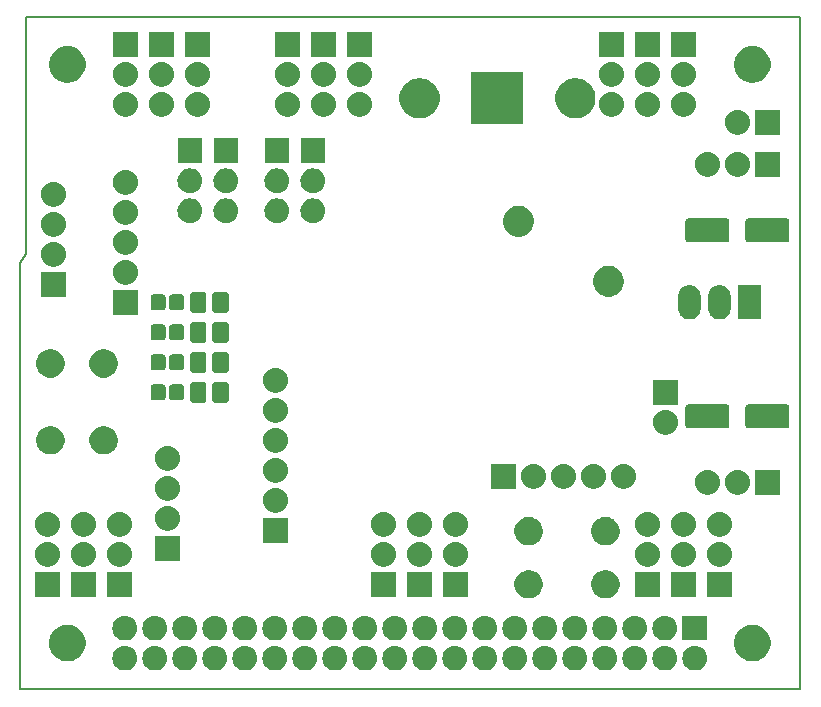
<source format=gbr>
G04 #@! TF.GenerationSoftware,KiCad,Pcbnew,(5.1.0)-1*
G04 #@! TF.CreationDate,2019-04-21T19:35:35+02:00*
G04 #@! TF.ProjectId,RM Board03,524d2042-6f61-4726-9430-332e6b696361,rev?*
G04 #@! TF.SameCoordinates,Original*
G04 #@! TF.FileFunction,Soldermask,Top*
G04 #@! TF.FilePolarity,Negative*
%FSLAX46Y46*%
G04 Gerber Fmt 4.6, Leading zero omitted, Abs format (unit mm)*
G04 Created by KiCad (PCBNEW (5.1.0)-1) date 2019-04-21 19:35:35*
%MOMM*%
%LPD*%
G04 APERTURE LIST*
%ADD10C,0.150000*%
G04 APERTURE END LIST*
D10*
X99314000Y-118872000D02*
X99314000Y-98806000D01*
X98806000Y-119634000D02*
X99314000Y-118872000D01*
X98806000Y-155702000D02*
X98806000Y-119634000D01*
X164846000Y-155702000D02*
X98806000Y-155702000D01*
X164846000Y-98806000D02*
X164846000Y-155702000D01*
X99314000Y-98806000D02*
X164846000Y-98806000D01*
G36*
X110305697Y-152019946D02*
G01*
X110382826Y-152027542D01*
X110580752Y-152087582D01*
X110580755Y-152087583D01*
X110763160Y-152185081D01*
X110923045Y-152316294D01*
X111054258Y-152476179D01*
X111151756Y-152658584D01*
X111151757Y-152658587D01*
X111211797Y-152856513D01*
X111232070Y-153062349D01*
X111211797Y-153268185D01*
X111151757Y-153466111D01*
X111151756Y-153466114D01*
X111054258Y-153648519D01*
X110923045Y-153808404D01*
X110763160Y-153939617D01*
X110580755Y-154037115D01*
X110580752Y-154037116D01*
X110382826Y-154097156D01*
X110305697Y-154104752D01*
X110228570Y-154112349D01*
X110125410Y-154112349D01*
X110048283Y-154104752D01*
X109971154Y-154097156D01*
X109773228Y-154037116D01*
X109773225Y-154037115D01*
X109590820Y-153939617D01*
X109430935Y-153808404D01*
X109299722Y-153648519D01*
X109202224Y-153466114D01*
X109202223Y-153466111D01*
X109142183Y-153268185D01*
X109121910Y-153062349D01*
X109142183Y-152856513D01*
X109202223Y-152658587D01*
X109202224Y-152658584D01*
X109299722Y-152476179D01*
X109430935Y-152316294D01*
X109590820Y-152185081D01*
X109773225Y-152087583D01*
X109773228Y-152087582D01*
X109971154Y-152027542D01*
X110048283Y-152019946D01*
X110125410Y-152012349D01*
X110228570Y-152012349D01*
X110305697Y-152019946D01*
X110305697Y-152019946D01*
G37*
G36*
X156025697Y-152019946D02*
G01*
X156102826Y-152027542D01*
X156300752Y-152087582D01*
X156300755Y-152087583D01*
X156483160Y-152185081D01*
X156643045Y-152316294D01*
X156774258Y-152476179D01*
X156871756Y-152658584D01*
X156871757Y-152658587D01*
X156931797Y-152856513D01*
X156952070Y-153062349D01*
X156931797Y-153268185D01*
X156871757Y-153466111D01*
X156871756Y-153466114D01*
X156774258Y-153648519D01*
X156643045Y-153808404D01*
X156483160Y-153939617D01*
X156300755Y-154037115D01*
X156300752Y-154037116D01*
X156102826Y-154097156D01*
X156025697Y-154104752D01*
X155948570Y-154112349D01*
X155845410Y-154112349D01*
X155768283Y-154104752D01*
X155691154Y-154097156D01*
X155493228Y-154037116D01*
X155493225Y-154037115D01*
X155310820Y-153939617D01*
X155150935Y-153808404D01*
X155019722Y-153648519D01*
X154922224Y-153466114D01*
X154922223Y-153466111D01*
X154862183Y-153268185D01*
X154841910Y-153062349D01*
X154862183Y-152856513D01*
X154922223Y-152658587D01*
X154922224Y-152658584D01*
X155019722Y-152476179D01*
X155150935Y-152316294D01*
X155310820Y-152185081D01*
X155493225Y-152087583D01*
X155493228Y-152087582D01*
X155691154Y-152027542D01*
X155768283Y-152019946D01*
X155845410Y-152012349D01*
X155948570Y-152012349D01*
X156025697Y-152019946D01*
X156025697Y-152019946D01*
G37*
G36*
X138245697Y-152019946D02*
G01*
X138322826Y-152027542D01*
X138520752Y-152087582D01*
X138520755Y-152087583D01*
X138703160Y-152185081D01*
X138863045Y-152316294D01*
X138994258Y-152476179D01*
X139091756Y-152658584D01*
X139091757Y-152658587D01*
X139151797Y-152856513D01*
X139172070Y-153062349D01*
X139151797Y-153268185D01*
X139091757Y-153466111D01*
X139091756Y-153466114D01*
X138994258Y-153648519D01*
X138863045Y-153808404D01*
X138703160Y-153939617D01*
X138520755Y-154037115D01*
X138520752Y-154037116D01*
X138322826Y-154097156D01*
X138245697Y-154104752D01*
X138168570Y-154112349D01*
X138065410Y-154112349D01*
X137988283Y-154104752D01*
X137911154Y-154097156D01*
X137713228Y-154037116D01*
X137713225Y-154037115D01*
X137530820Y-153939617D01*
X137370935Y-153808404D01*
X137239722Y-153648519D01*
X137142224Y-153466114D01*
X137142223Y-153466111D01*
X137082183Y-153268185D01*
X137061910Y-153062349D01*
X137082183Y-152856513D01*
X137142223Y-152658587D01*
X137142224Y-152658584D01*
X137239722Y-152476179D01*
X137370935Y-152316294D01*
X137530820Y-152185081D01*
X137713225Y-152087583D01*
X137713228Y-152087582D01*
X137911154Y-152027542D01*
X137988283Y-152019946D01*
X138065410Y-152012349D01*
X138168570Y-152012349D01*
X138245697Y-152019946D01*
X138245697Y-152019946D01*
G37*
G36*
X140785697Y-152019946D02*
G01*
X140862826Y-152027542D01*
X141060752Y-152087582D01*
X141060755Y-152087583D01*
X141243160Y-152185081D01*
X141403045Y-152316294D01*
X141534258Y-152476179D01*
X141631756Y-152658584D01*
X141631757Y-152658587D01*
X141691797Y-152856513D01*
X141712070Y-153062349D01*
X141691797Y-153268185D01*
X141631757Y-153466111D01*
X141631756Y-153466114D01*
X141534258Y-153648519D01*
X141403045Y-153808404D01*
X141243160Y-153939617D01*
X141060755Y-154037115D01*
X141060752Y-154037116D01*
X140862826Y-154097156D01*
X140785697Y-154104752D01*
X140708570Y-154112349D01*
X140605410Y-154112349D01*
X140528283Y-154104752D01*
X140451154Y-154097156D01*
X140253228Y-154037116D01*
X140253225Y-154037115D01*
X140070820Y-153939617D01*
X139910935Y-153808404D01*
X139779722Y-153648519D01*
X139682224Y-153466114D01*
X139682223Y-153466111D01*
X139622183Y-153268185D01*
X139601910Y-153062349D01*
X139622183Y-152856513D01*
X139682223Y-152658587D01*
X139682224Y-152658584D01*
X139779722Y-152476179D01*
X139910935Y-152316294D01*
X140070820Y-152185081D01*
X140253225Y-152087583D01*
X140253228Y-152087582D01*
X140451154Y-152027542D01*
X140528283Y-152019946D01*
X140605410Y-152012349D01*
X140708570Y-152012349D01*
X140785697Y-152019946D01*
X140785697Y-152019946D01*
G37*
G36*
X143325697Y-152019946D02*
G01*
X143402826Y-152027542D01*
X143600752Y-152087582D01*
X143600755Y-152087583D01*
X143783160Y-152185081D01*
X143943045Y-152316294D01*
X144074258Y-152476179D01*
X144171756Y-152658584D01*
X144171757Y-152658587D01*
X144231797Y-152856513D01*
X144252070Y-153062349D01*
X144231797Y-153268185D01*
X144171757Y-153466111D01*
X144171756Y-153466114D01*
X144074258Y-153648519D01*
X143943045Y-153808404D01*
X143783160Y-153939617D01*
X143600755Y-154037115D01*
X143600752Y-154037116D01*
X143402826Y-154097156D01*
X143325697Y-154104752D01*
X143248570Y-154112349D01*
X143145410Y-154112349D01*
X143068283Y-154104752D01*
X142991154Y-154097156D01*
X142793228Y-154037116D01*
X142793225Y-154037115D01*
X142610820Y-153939617D01*
X142450935Y-153808404D01*
X142319722Y-153648519D01*
X142222224Y-153466114D01*
X142222223Y-153466111D01*
X142162183Y-153268185D01*
X142141910Y-153062349D01*
X142162183Y-152856513D01*
X142222223Y-152658587D01*
X142222224Y-152658584D01*
X142319722Y-152476179D01*
X142450935Y-152316294D01*
X142610820Y-152185081D01*
X142793225Y-152087583D01*
X142793228Y-152087582D01*
X142991154Y-152027542D01*
X143068283Y-152019946D01*
X143145410Y-152012349D01*
X143248570Y-152012349D01*
X143325697Y-152019946D01*
X143325697Y-152019946D01*
G37*
G36*
X145865697Y-152019946D02*
G01*
X145942826Y-152027542D01*
X146140752Y-152087582D01*
X146140755Y-152087583D01*
X146323160Y-152185081D01*
X146483045Y-152316294D01*
X146614258Y-152476179D01*
X146711756Y-152658584D01*
X146711757Y-152658587D01*
X146771797Y-152856513D01*
X146792070Y-153062349D01*
X146771797Y-153268185D01*
X146711757Y-153466111D01*
X146711756Y-153466114D01*
X146614258Y-153648519D01*
X146483045Y-153808404D01*
X146323160Y-153939617D01*
X146140755Y-154037115D01*
X146140752Y-154037116D01*
X145942826Y-154097156D01*
X145865697Y-154104752D01*
X145788570Y-154112349D01*
X145685410Y-154112349D01*
X145608283Y-154104752D01*
X145531154Y-154097156D01*
X145333228Y-154037116D01*
X145333225Y-154037115D01*
X145150820Y-153939617D01*
X144990935Y-153808404D01*
X144859722Y-153648519D01*
X144762224Y-153466114D01*
X144762223Y-153466111D01*
X144702183Y-153268185D01*
X144681910Y-153062349D01*
X144702183Y-152856513D01*
X144762223Y-152658587D01*
X144762224Y-152658584D01*
X144859722Y-152476179D01*
X144990935Y-152316294D01*
X145150820Y-152185081D01*
X145333225Y-152087583D01*
X145333228Y-152087582D01*
X145531154Y-152027542D01*
X145608283Y-152019946D01*
X145685410Y-152012349D01*
X145788570Y-152012349D01*
X145865697Y-152019946D01*
X145865697Y-152019946D01*
G37*
G36*
X148405697Y-152019946D02*
G01*
X148482826Y-152027542D01*
X148680752Y-152087582D01*
X148680755Y-152087583D01*
X148863160Y-152185081D01*
X149023045Y-152316294D01*
X149154258Y-152476179D01*
X149251756Y-152658584D01*
X149251757Y-152658587D01*
X149311797Y-152856513D01*
X149332070Y-153062349D01*
X149311797Y-153268185D01*
X149251757Y-153466111D01*
X149251756Y-153466114D01*
X149154258Y-153648519D01*
X149023045Y-153808404D01*
X148863160Y-153939617D01*
X148680755Y-154037115D01*
X148680752Y-154037116D01*
X148482826Y-154097156D01*
X148405697Y-154104752D01*
X148328570Y-154112349D01*
X148225410Y-154112349D01*
X148148283Y-154104752D01*
X148071154Y-154097156D01*
X147873228Y-154037116D01*
X147873225Y-154037115D01*
X147690820Y-153939617D01*
X147530935Y-153808404D01*
X147399722Y-153648519D01*
X147302224Y-153466114D01*
X147302223Y-153466111D01*
X147242183Y-153268185D01*
X147221910Y-153062349D01*
X147242183Y-152856513D01*
X147302223Y-152658587D01*
X147302224Y-152658584D01*
X147399722Y-152476179D01*
X147530935Y-152316294D01*
X147690820Y-152185081D01*
X147873225Y-152087583D01*
X147873228Y-152087582D01*
X148071154Y-152027542D01*
X148148283Y-152019946D01*
X148225410Y-152012349D01*
X148328570Y-152012349D01*
X148405697Y-152019946D01*
X148405697Y-152019946D01*
G37*
G36*
X150945697Y-152019946D02*
G01*
X151022826Y-152027542D01*
X151220752Y-152087582D01*
X151220755Y-152087583D01*
X151403160Y-152185081D01*
X151563045Y-152316294D01*
X151694258Y-152476179D01*
X151791756Y-152658584D01*
X151791757Y-152658587D01*
X151851797Y-152856513D01*
X151872070Y-153062349D01*
X151851797Y-153268185D01*
X151791757Y-153466111D01*
X151791756Y-153466114D01*
X151694258Y-153648519D01*
X151563045Y-153808404D01*
X151403160Y-153939617D01*
X151220755Y-154037115D01*
X151220752Y-154037116D01*
X151022826Y-154097156D01*
X150945697Y-154104752D01*
X150868570Y-154112349D01*
X150765410Y-154112349D01*
X150688283Y-154104752D01*
X150611154Y-154097156D01*
X150413228Y-154037116D01*
X150413225Y-154037115D01*
X150230820Y-153939617D01*
X150070935Y-153808404D01*
X149939722Y-153648519D01*
X149842224Y-153466114D01*
X149842223Y-153466111D01*
X149782183Y-153268185D01*
X149761910Y-153062349D01*
X149782183Y-152856513D01*
X149842223Y-152658587D01*
X149842224Y-152658584D01*
X149939722Y-152476179D01*
X150070935Y-152316294D01*
X150230820Y-152185081D01*
X150413225Y-152087583D01*
X150413228Y-152087582D01*
X150611154Y-152027542D01*
X150688283Y-152019946D01*
X150765410Y-152012349D01*
X150868570Y-152012349D01*
X150945697Y-152019946D01*
X150945697Y-152019946D01*
G37*
G36*
X153485697Y-152019946D02*
G01*
X153562826Y-152027542D01*
X153760752Y-152087582D01*
X153760755Y-152087583D01*
X153943160Y-152185081D01*
X154103045Y-152316294D01*
X154234258Y-152476179D01*
X154331756Y-152658584D01*
X154331757Y-152658587D01*
X154391797Y-152856513D01*
X154412070Y-153062349D01*
X154391797Y-153268185D01*
X154331757Y-153466111D01*
X154331756Y-153466114D01*
X154234258Y-153648519D01*
X154103045Y-153808404D01*
X153943160Y-153939617D01*
X153760755Y-154037115D01*
X153760752Y-154037116D01*
X153562826Y-154097156D01*
X153485697Y-154104752D01*
X153408570Y-154112349D01*
X153305410Y-154112349D01*
X153228283Y-154104752D01*
X153151154Y-154097156D01*
X152953228Y-154037116D01*
X152953225Y-154037115D01*
X152770820Y-153939617D01*
X152610935Y-153808404D01*
X152479722Y-153648519D01*
X152382224Y-153466114D01*
X152382223Y-153466111D01*
X152322183Y-153268185D01*
X152301910Y-153062349D01*
X152322183Y-152856513D01*
X152382223Y-152658587D01*
X152382224Y-152658584D01*
X152479722Y-152476179D01*
X152610935Y-152316294D01*
X152770820Y-152185081D01*
X152953225Y-152087583D01*
X152953228Y-152087582D01*
X153151154Y-152027542D01*
X153228283Y-152019946D01*
X153305410Y-152012349D01*
X153408570Y-152012349D01*
X153485697Y-152019946D01*
X153485697Y-152019946D01*
G37*
G36*
X135705697Y-152019946D02*
G01*
X135782826Y-152027542D01*
X135980752Y-152087582D01*
X135980755Y-152087583D01*
X136163160Y-152185081D01*
X136323045Y-152316294D01*
X136454258Y-152476179D01*
X136551756Y-152658584D01*
X136551757Y-152658587D01*
X136611797Y-152856513D01*
X136632070Y-153062349D01*
X136611797Y-153268185D01*
X136551757Y-153466111D01*
X136551756Y-153466114D01*
X136454258Y-153648519D01*
X136323045Y-153808404D01*
X136163160Y-153939617D01*
X135980755Y-154037115D01*
X135980752Y-154037116D01*
X135782826Y-154097156D01*
X135705697Y-154104752D01*
X135628570Y-154112349D01*
X135525410Y-154112349D01*
X135448283Y-154104752D01*
X135371154Y-154097156D01*
X135173228Y-154037116D01*
X135173225Y-154037115D01*
X134990820Y-153939617D01*
X134830935Y-153808404D01*
X134699722Y-153648519D01*
X134602224Y-153466114D01*
X134602223Y-153466111D01*
X134542183Y-153268185D01*
X134521910Y-153062349D01*
X134542183Y-152856513D01*
X134602223Y-152658587D01*
X134602224Y-152658584D01*
X134699722Y-152476179D01*
X134830935Y-152316294D01*
X134990820Y-152185081D01*
X135173225Y-152087583D01*
X135173228Y-152087582D01*
X135371154Y-152027542D01*
X135448283Y-152019946D01*
X135525410Y-152012349D01*
X135628570Y-152012349D01*
X135705697Y-152019946D01*
X135705697Y-152019946D01*
G37*
G36*
X107765697Y-152019946D02*
G01*
X107842826Y-152027542D01*
X108040752Y-152087582D01*
X108040755Y-152087583D01*
X108223160Y-152185081D01*
X108383045Y-152316294D01*
X108514258Y-152476179D01*
X108611756Y-152658584D01*
X108611757Y-152658587D01*
X108671797Y-152856513D01*
X108692070Y-153062349D01*
X108671797Y-153268185D01*
X108611757Y-153466111D01*
X108611756Y-153466114D01*
X108514258Y-153648519D01*
X108383045Y-153808404D01*
X108223160Y-153939617D01*
X108040755Y-154037115D01*
X108040752Y-154037116D01*
X107842826Y-154097156D01*
X107765697Y-154104752D01*
X107688570Y-154112349D01*
X107585410Y-154112349D01*
X107508283Y-154104752D01*
X107431154Y-154097156D01*
X107233228Y-154037116D01*
X107233225Y-154037115D01*
X107050820Y-153939617D01*
X106890935Y-153808404D01*
X106759722Y-153648519D01*
X106662224Y-153466114D01*
X106662223Y-153466111D01*
X106602183Y-153268185D01*
X106581910Y-153062349D01*
X106602183Y-152856513D01*
X106662223Y-152658587D01*
X106662224Y-152658584D01*
X106759722Y-152476179D01*
X106890935Y-152316294D01*
X107050820Y-152185081D01*
X107233225Y-152087583D01*
X107233228Y-152087582D01*
X107431154Y-152027542D01*
X107508283Y-152019946D01*
X107585410Y-152012349D01*
X107688570Y-152012349D01*
X107765697Y-152019946D01*
X107765697Y-152019946D01*
G37*
G36*
X130625697Y-152019946D02*
G01*
X130702826Y-152027542D01*
X130900752Y-152087582D01*
X130900755Y-152087583D01*
X131083160Y-152185081D01*
X131243045Y-152316294D01*
X131374258Y-152476179D01*
X131471756Y-152658584D01*
X131471757Y-152658587D01*
X131531797Y-152856513D01*
X131552070Y-153062349D01*
X131531797Y-153268185D01*
X131471757Y-153466111D01*
X131471756Y-153466114D01*
X131374258Y-153648519D01*
X131243045Y-153808404D01*
X131083160Y-153939617D01*
X130900755Y-154037115D01*
X130900752Y-154037116D01*
X130702826Y-154097156D01*
X130625697Y-154104752D01*
X130548570Y-154112349D01*
X130445410Y-154112349D01*
X130368283Y-154104752D01*
X130291154Y-154097156D01*
X130093228Y-154037116D01*
X130093225Y-154037115D01*
X129910820Y-153939617D01*
X129750935Y-153808404D01*
X129619722Y-153648519D01*
X129522224Y-153466114D01*
X129522223Y-153466111D01*
X129462183Y-153268185D01*
X129441910Y-153062349D01*
X129462183Y-152856513D01*
X129522223Y-152658587D01*
X129522224Y-152658584D01*
X129619722Y-152476179D01*
X129750935Y-152316294D01*
X129910820Y-152185081D01*
X130093225Y-152087583D01*
X130093228Y-152087582D01*
X130291154Y-152027542D01*
X130368283Y-152019946D01*
X130445410Y-152012349D01*
X130548570Y-152012349D01*
X130625697Y-152019946D01*
X130625697Y-152019946D01*
G37*
G36*
X128085697Y-152019946D02*
G01*
X128162826Y-152027542D01*
X128360752Y-152087582D01*
X128360755Y-152087583D01*
X128543160Y-152185081D01*
X128703045Y-152316294D01*
X128834258Y-152476179D01*
X128931756Y-152658584D01*
X128931757Y-152658587D01*
X128991797Y-152856513D01*
X129012070Y-153062349D01*
X128991797Y-153268185D01*
X128931757Y-153466111D01*
X128931756Y-153466114D01*
X128834258Y-153648519D01*
X128703045Y-153808404D01*
X128543160Y-153939617D01*
X128360755Y-154037115D01*
X128360752Y-154037116D01*
X128162826Y-154097156D01*
X128085697Y-154104752D01*
X128008570Y-154112349D01*
X127905410Y-154112349D01*
X127828283Y-154104752D01*
X127751154Y-154097156D01*
X127553228Y-154037116D01*
X127553225Y-154037115D01*
X127370820Y-153939617D01*
X127210935Y-153808404D01*
X127079722Y-153648519D01*
X126982224Y-153466114D01*
X126982223Y-153466111D01*
X126922183Y-153268185D01*
X126901910Y-153062349D01*
X126922183Y-152856513D01*
X126982223Y-152658587D01*
X126982224Y-152658584D01*
X127079722Y-152476179D01*
X127210935Y-152316294D01*
X127370820Y-152185081D01*
X127553225Y-152087583D01*
X127553228Y-152087582D01*
X127751154Y-152027542D01*
X127828283Y-152019946D01*
X127905410Y-152012349D01*
X128008570Y-152012349D01*
X128085697Y-152019946D01*
X128085697Y-152019946D01*
G37*
G36*
X125545697Y-152019946D02*
G01*
X125622826Y-152027542D01*
X125820752Y-152087582D01*
X125820755Y-152087583D01*
X126003160Y-152185081D01*
X126163045Y-152316294D01*
X126294258Y-152476179D01*
X126391756Y-152658584D01*
X126391757Y-152658587D01*
X126451797Y-152856513D01*
X126472070Y-153062349D01*
X126451797Y-153268185D01*
X126391757Y-153466111D01*
X126391756Y-153466114D01*
X126294258Y-153648519D01*
X126163045Y-153808404D01*
X126003160Y-153939617D01*
X125820755Y-154037115D01*
X125820752Y-154037116D01*
X125622826Y-154097156D01*
X125545697Y-154104752D01*
X125468570Y-154112349D01*
X125365410Y-154112349D01*
X125288283Y-154104752D01*
X125211154Y-154097156D01*
X125013228Y-154037116D01*
X125013225Y-154037115D01*
X124830820Y-153939617D01*
X124670935Y-153808404D01*
X124539722Y-153648519D01*
X124442224Y-153466114D01*
X124442223Y-153466111D01*
X124382183Y-153268185D01*
X124361910Y-153062349D01*
X124382183Y-152856513D01*
X124442223Y-152658587D01*
X124442224Y-152658584D01*
X124539722Y-152476179D01*
X124670935Y-152316294D01*
X124830820Y-152185081D01*
X125013225Y-152087583D01*
X125013228Y-152087582D01*
X125211154Y-152027542D01*
X125288283Y-152019946D01*
X125365410Y-152012349D01*
X125468570Y-152012349D01*
X125545697Y-152019946D01*
X125545697Y-152019946D01*
G37*
G36*
X123005697Y-152019946D02*
G01*
X123082826Y-152027542D01*
X123280752Y-152087582D01*
X123280755Y-152087583D01*
X123463160Y-152185081D01*
X123623045Y-152316294D01*
X123754258Y-152476179D01*
X123851756Y-152658584D01*
X123851757Y-152658587D01*
X123911797Y-152856513D01*
X123932070Y-153062349D01*
X123911797Y-153268185D01*
X123851757Y-153466111D01*
X123851756Y-153466114D01*
X123754258Y-153648519D01*
X123623045Y-153808404D01*
X123463160Y-153939617D01*
X123280755Y-154037115D01*
X123280752Y-154037116D01*
X123082826Y-154097156D01*
X123005697Y-154104752D01*
X122928570Y-154112349D01*
X122825410Y-154112349D01*
X122748283Y-154104752D01*
X122671154Y-154097156D01*
X122473228Y-154037116D01*
X122473225Y-154037115D01*
X122290820Y-153939617D01*
X122130935Y-153808404D01*
X121999722Y-153648519D01*
X121902224Y-153466114D01*
X121902223Y-153466111D01*
X121842183Y-153268185D01*
X121821910Y-153062349D01*
X121842183Y-152856513D01*
X121902223Y-152658587D01*
X121902224Y-152658584D01*
X121999722Y-152476179D01*
X122130935Y-152316294D01*
X122290820Y-152185081D01*
X122473225Y-152087583D01*
X122473228Y-152087582D01*
X122671154Y-152027542D01*
X122748283Y-152019946D01*
X122825410Y-152012349D01*
X122928570Y-152012349D01*
X123005697Y-152019946D01*
X123005697Y-152019946D01*
G37*
G36*
X120465697Y-152019946D02*
G01*
X120542826Y-152027542D01*
X120740752Y-152087582D01*
X120740755Y-152087583D01*
X120923160Y-152185081D01*
X121083045Y-152316294D01*
X121214258Y-152476179D01*
X121311756Y-152658584D01*
X121311757Y-152658587D01*
X121371797Y-152856513D01*
X121392070Y-153062349D01*
X121371797Y-153268185D01*
X121311757Y-153466111D01*
X121311756Y-153466114D01*
X121214258Y-153648519D01*
X121083045Y-153808404D01*
X120923160Y-153939617D01*
X120740755Y-154037115D01*
X120740752Y-154037116D01*
X120542826Y-154097156D01*
X120465697Y-154104752D01*
X120388570Y-154112349D01*
X120285410Y-154112349D01*
X120208283Y-154104752D01*
X120131154Y-154097156D01*
X119933228Y-154037116D01*
X119933225Y-154037115D01*
X119750820Y-153939617D01*
X119590935Y-153808404D01*
X119459722Y-153648519D01*
X119362224Y-153466114D01*
X119362223Y-153466111D01*
X119302183Y-153268185D01*
X119281910Y-153062349D01*
X119302183Y-152856513D01*
X119362223Y-152658587D01*
X119362224Y-152658584D01*
X119459722Y-152476179D01*
X119590935Y-152316294D01*
X119750820Y-152185081D01*
X119933225Y-152087583D01*
X119933228Y-152087582D01*
X120131154Y-152027542D01*
X120208283Y-152019946D01*
X120285410Y-152012349D01*
X120388570Y-152012349D01*
X120465697Y-152019946D01*
X120465697Y-152019946D01*
G37*
G36*
X117925697Y-152019946D02*
G01*
X118002826Y-152027542D01*
X118200752Y-152087582D01*
X118200755Y-152087583D01*
X118383160Y-152185081D01*
X118543045Y-152316294D01*
X118674258Y-152476179D01*
X118771756Y-152658584D01*
X118771757Y-152658587D01*
X118831797Y-152856513D01*
X118852070Y-153062349D01*
X118831797Y-153268185D01*
X118771757Y-153466111D01*
X118771756Y-153466114D01*
X118674258Y-153648519D01*
X118543045Y-153808404D01*
X118383160Y-153939617D01*
X118200755Y-154037115D01*
X118200752Y-154037116D01*
X118002826Y-154097156D01*
X117925697Y-154104752D01*
X117848570Y-154112349D01*
X117745410Y-154112349D01*
X117668283Y-154104752D01*
X117591154Y-154097156D01*
X117393228Y-154037116D01*
X117393225Y-154037115D01*
X117210820Y-153939617D01*
X117050935Y-153808404D01*
X116919722Y-153648519D01*
X116822224Y-153466114D01*
X116822223Y-153466111D01*
X116762183Y-153268185D01*
X116741910Y-153062349D01*
X116762183Y-152856513D01*
X116822223Y-152658587D01*
X116822224Y-152658584D01*
X116919722Y-152476179D01*
X117050935Y-152316294D01*
X117210820Y-152185081D01*
X117393225Y-152087583D01*
X117393228Y-152087582D01*
X117591154Y-152027542D01*
X117668283Y-152019946D01*
X117745410Y-152012349D01*
X117848570Y-152012349D01*
X117925697Y-152019946D01*
X117925697Y-152019946D01*
G37*
G36*
X115385697Y-152019946D02*
G01*
X115462826Y-152027542D01*
X115660752Y-152087582D01*
X115660755Y-152087583D01*
X115843160Y-152185081D01*
X116003045Y-152316294D01*
X116134258Y-152476179D01*
X116231756Y-152658584D01*
X116231757Y-152658587D01*
X116291797Y-152856513D01*
X116312070Y-153062349D01*
X116291797Y-153268185D01*
X116231757Y-153466111D01*
X116231756Y-153466114D01*
X116134258Y-153648519D01*
X116003045Y-153808404D01*
X115843160Y-153939617D01*
X115660755Y-154037115D01*
X115660752Y-154037116D01*
X115462826Y-154097156D01*
X115385697Y-154104752D01*
X115308570Y-154112349D01*
X115205410Y-154112349D01*
X115128283Y-154104752D01*
X115051154Y-154097156D01*
X114853228Y-154037116D01*
X114853225Y-154037115D01*
X114670820Y-153939617D01*
X114510935Y-153808404D01*
X114379722Y-153648519D01*
X114282224Y-153466114D01*
X114282223Y-153466111D01*
X114222183Y-153268185D01*
X114201910Y-153062349D01*
X114222183Y-152856513D01*
X114282223Y-152658587D01*
X114282224Y-152658584D01*
X114379722Y-152476179D01*
X114510935Y-152316294D01*
X114670820Y-152185081D01*
X114853225Y-152087583D01*
X114853228Y-152087582D01*
X115051154Y-152027542D01*
X115128283Y-152019946D01*
X115205410Y-152012349D01*
X115308570Y-152012349D01*
X115385697Y-152019946D01*
X115385697Y-152019946D01*
G37*
G36*
X112845697Y-152019946D02*
G01*
X112922826Y-152027542D01*
X113120752Y-152087582D01*
X113120755Y-152087583D01*
X113303160Y-152185081D01*
X113463045Y-152316294D01*
X113594258Y-152476179D01*
X113691756Y-152658584D01*
X113691757Y-152658587D01*
X113751797Y-152856513D01*
X113772070Y-153062349D01*
X113751797Y-153268185D01*
X113691757Y-153466111D01*
X113691756Y-153466114D01*
X113594258Y-153648519D01*
X113463045Y-153808404D01*
X113303160Y-153939617D01*
X113120755Y-154037115D01*
X113120752Y-154037116D01*
X112922826Y-154097156D01*
X112845697Y-154104752D01*
X112768570Y-154112349D01*
X112665410Y-154112349D01*
X112588283Y-154104752D01*
X112511154Y-154097156D01*
X112313228Y-154037116D01*
X112313225Y-154037115D01*
X112130820Y-153939617D01*
X111970935Y-153808404D01*
X111839722Y-153648519D01*
X111742224Y-153466114D01*
X111742223Y-153466111D01*
X111682183Y-153268185D01*
X111661910Y-153062349D01*
X111682183Y-152856513D01*
X111742223Y-152658587D01*
X111742224Y-152658584D01*
X111839722Y-152476179D01*
X111970935Y-152316294D01*
X112130820Y-152185081D01*
X112313225Y-152087583D01*
X112313228Y-152087582D01*
X112511154Y-152027542D01*
X112588283Y-152019946D01*
X112665410Y-152012349D01*
X112768570Y-152012349D01*
X112845697Y-152019946D01*
X112845697Y-152019946D01*
G37*
G36*
X133165697Y-152019946D02*
G01*
X133242826Y-152027542D01*
X133440752Y-152087582D01*
X133440755Y-152087583D01*
X133623160Y-152185081D01*
X133783045Y-152316294D01*
X133914258Y-152476179D01*
X134011756Y-152658584D01*
X134011757Y-152658587D01*
X134071797Y-152856513D01*
X134092070Y-153062349D01*
X134071797Y-153268185D01*
X134011757Y-153466111D01*
X134011756Y-153466114D01*
X133914258Y-153648519D01*
X133783045Y-153808404D01*
X133623160Y-153939617D01*
X133440755Y-154037115D01*
X133440752Y-154037116D01*
X133242826Y-154097156D01*
X133165697Y-154104752D01*
X133088570Y-154112349D01*
X132985410Y-154112349D01*
X132908283Y-154104752D01*
X132831154Y-154097156D01*
X132633228Y-154037116D01*
X132633225Y-154037115D01*
X132450820Y-153939617D01*
X132290935Y-153808404D01*
X132159722Y-153648519D01*
X132062224Y-153466114D01*
X132062223Y-153466111D01*
X132002183Y-153268185D01*
X131981910Y-153062349D01*
X132002183Y-152856513D01*
X132062223Y-152658587D01*
X132062224Y-152658584D01*
X132159722Y-152476179D01*
X132290935Y-152316294D01*
X132450820Y-152185081D01*
X132633225Y-152087583D01*
X132633228Y-152087582D01*
X132831154Y-152027542D01*
X132908283Y-152019946D01*
X132985410Y-152012349D01*
X133088570Y-152012349D01*
X133165697Y-152019946D01*
X133165697Y-152019946D01*
G37*
G36*
X103069380Y-150272131D02*
G01*
X103219108Y-150301914D01*
X103335950Y-150350312D01*
X103501189Y-150418756D01*
X103501190Y-150418757D01*
X103755058Y-150588385D01*
X103970954Y-150804281D01*
X104084296Y-150973910D01*
X104140583Y-151058150D01*
X104209027Y-151223389D01*
X104257425Y-151340231D01*
X104316990Y-151639687D01*
X104316990Y-151945011D01*
X104269238Y-152185081D01*
X104257425Y-152244466D01*
X104140583Y-152526548D01*
X104140582Y-152526549D01*
X103970954Y-152780417D01*
X103755058Y-152996313D01*
X103656227Y-153062349D01*
X103501189Y-153165942D01*
X103335950Y-153234386D01*
X103219108Y-153282784D01*
X103069380Y-153312567D01*
X102919653Y-153342349D01*
X102614327Y-153342349D01*
X102464600Y-153312567D01*
X102314872Y-153282784D01*
X102198030Y-153234386D01*
X102032791Y-153165942D01*
X101877753Y-153062349D01*
X101778922Y-152996313D01*
X101563026Y-152780417D01*
X101393398Y-152526549D01*
X101393397Y-152526548D01*
X101276555Y-152244466D01*
X101264743Y-152185081D01*
X101216990Y-151945011D01*
X101216990Y-151639687D01*
X101276555Y-151340231D01*
X101324953Y-151223389D01*
X101393397Y-151058150D01*
X101449684Y-150973910D01*
X101563026Y-150804281D01*
X101778922Y-150588385D01*
X102032790Y-150418757D01*
X102032791Y-150418756D01*
X102198030Y-150350312D01*
X102314872Y-150301914D01*
X102464600Y-150272131D01*
X102614327Y-150242349D01*
X102919653Y-150242349D01*
X103069380Y-150272131D01*
X103069380Y-150272131D01*
G37*
G36*
X161069380Y-150272131D02*
G01*
X161219108Y-150301914D01*
X161335950Y-150350312D01*
X161501189Y-150418756D01*
X161501190Y-150418757D01*
X161755058Y-150588385D01*
X161970954Y-150804281D01*
X162084296Y-150973910D01*
X162140583Y-151058150D01*
X162209027Y-151223389D01*
X162257425Y-151340231D01*
X162316990Y-151639687D01*
X162316990Y-151945011D01*
X162269238Y-152185081D01*
X162257425Y-152244466D01*
X162140583Y-152526548D01*
X162140582Y-152526549D01*
X161970954Y-152780417D01*
X161755058Y-152996313D01*
X161656227Y-153062349D01*
X161501189Y-153165942D01*
X161335950Y-153234386D01*
X161219108Y-153282784D01*
X161069380Y-153312567D01*
X160919653Y-153342349D01*
X160614327Y-153342349D01*
X160464600Y-153312567D01*
X160314872Y-153282784D01*
X160198030Y-153234386D01*
X160032791Y-153165942D01*
X159877753Y-153062349D01*
X159778922Y-152996313D01*
X159563026Y-152780417D01*
X159393398Y-152526549D01*
X159393397Y-152526548D01*
X159276555Y-152244466D01*
X159264743Y-152185081D01*
X159216990Y-151945011D01*
X159216990Y-151639687D01*
X159276555Y-151340231D01*
X159324953Y-151223389D01*
X159393397Y-151058150D01*
X159449684Y-150973910D01*
X159563026Y-150804281D01*
X159778922Y-150588385D01*
X160032790Y-150418757D01*
X160032791Y-150418756D01*
X160198030Y-150350312D01*
X160314872Y-150301914D01*
X160464600Y-150272131D01*
X160614327Y-150242349D01*
X160919653Y-150242349D01*
X161069380Y-150272131D01*
X161069380Y-150272131D01*
G37*
G36*
X148405697Y-149479945D02*
G01*
X148482826Y-149487542D01*
X148680752Y-149547582D01*
X148680755Y-149547583D01*
X148863160Y-149645081D01*
X149023045Y-149776294D01*
X149154258Y-149936179D01*
X149251756Y-150118584D01*
X149251757Y-150118587D01*
X149311797Y-150316513D01*
X149332070Y-150522349D01*
X149311797Y-150728185D01*
X149288713Y-150804282D01*
X149251756Y-150926114D01*
X149154258Y-151108519D01*
X149023045Y-151268404D01*
X148863160Y-151399617D01*
X148680755Y-151497115D01*
X148680752Y-151497116D01*
X148482826Y-151557156D01*
X148405697Y-151564753D01*
X148328570Y-151572349D01*
X148225410Y-151572349D01*
X148148283Y-151564753D01*
X148071154Y-151557156D01*
X147873228Y-151497116D01*
X147873225Y-151497115D01*
X147690820Y-151399617D01*
X147530935Y-151268404D01*
X147399722Y-151108519D01*
X147302224Y-150926114D01*
X147265267Y-150804282D01*
X147242183Y-150728185D01*
X147221910Y-150522349D01*
X147242183Y-150316513D01*
X147302223Y-150118587D01*
X147302224Y-150118584D01*
X147399722Y-149936179D01*
X147530935Y-149776294D01*
X147690820Y-149645081D01*
X147873225Y-149547583D01*
X147873228Y-149547582D01*
X148071154Y-149487542D01*
X148148283Y-149479945D01*
X148225410Y-149472349D01*
X148328570Y-149472349D01*
X148405697Y-149479945D01*
X148405697Y-149479945D01*
G37*
G36*
X107765697Y-149479945D02*
G01*
X107842826Y-149487542D01*
X108040752Y-149547582D01*
X108040755Y-149547583D01*
X108223160Y-149645081D01*
X108383045Y-149776294D01*
X108514258Y-149936179D01*
X108611756Y-150118584D01*
X108611757Y-150118587D01*
X108671797Y-150316513D01*
X108692070Y-150522349D01*
X108671797Y-150728185D01*
X108648713Y-150804282D01*
X108611756Y-150926114D01*
X108514258Y-151108519D01*
X108383045Y-151268404D01*
X108223160Y-151399617D01*
X108040755Y-151497115D01*
X108040752Y-151497116D01*
X107842826Y-151557156D01*
X107765697Y-151564753D01*
X107688570Y-151572349D01*
X107585410Y-151572349D01*
X107508283Y-151564753D01*
X107431154Y-151557156D01*
X107233228Y-151497116D01*
X107233225Y-151497115D01*
X107050820Y-151399617D01*
X106890935Y-151268404D01*
X106759722Y-151108519D01*
X106662224Y-150926114D01*
X106625267Y-150804282D01*
X106602183Y-150728185D01*
X106581910Y-150522349D01*
X106602183Y-150316513D01*
X106662223Y-150118587D01*
X106662224Y-150118584D01*
X106759722Y-149936179D01*
X106890935Y-149776294D01*
X107050820Y-149645081D01*
X107233225Y-149547583D01*
X107233228Y-149547582D01*
X107431154Y-149487542D01*
X107508283Y-149479945D01*
X107585410Y-149472349D01*
X107688570Y-149472349D01*
X107765697Y-149479945D01*
X107765697Y-149479945D01*
G37*
G36*
X110305697Y-149479945D02*
G01*
X110382826Y-149487542D01*
X110580752Y-149547582D01*
X110580755Y-149547583D01*
X110763160Y-149645081D01*
X110923045Y-149776294D01*
X111054258Y-149936179D01*
X111151756Y-150118584D01*
X111151757Y-150118587D01*
X111211797Y-150316513D01*
X111232070Y-150522349D01*
X111211797Y-150728185D01*
X111188713Y-150804282D01*
X111151756Y-150926114D01*
X111054258Y-151108519D01*
X110923045Y-151268404D01*
X110763160Y-151399617D01*
X110580755Y-151497115D01*
X110580752Y-151497116D01*
X110382826Y-151557156D01*
X110305697Y-151564753D01*
X110228570Y-151572349D01*
X110125410Y-151572349D01*
X110048283Y-151564753D01*
X109971154Y-151557156D01*
X109773228Y-151497116D01*
X109773225Y-151497115D01*
X109590820Y-151399617D01*
X109430935Y-151268404D01*
X109299722Y-151108519D01*
X109202224Y-150926114D01*
X109165267Y-150804282D01*
X109142183Y-150728185D01*
X109121910Y-150522349D01*
X109142183Y-150316513D01*
X109202223Y-150118587D01*
X109202224Y-150118584D01*
X109299722Y-149936179D01*
X109430935Y-149776294D01*
X109590820Y-149645081D01*
X109773225Y-149547583D01*
X109773228Y-149547582D01*
X109971154Y-149487542D01*
X110048283Y-149479945D01*
X110125410Y-149472349D01*
X110228570Y-149472349D01*
X110305697Y-149479945D01*
X110305697Y-149479945D01*
G37*
G36*
X112845697Y-149479945D02*
G01*
X112922826Y-149487542D01*
X113120752Y-149547582D01*
X113120755Y-149547583D01*
X113303160Y-149645081D01*
X113463045Y-149776294D01*
X113594258Y-149936179D01*
X113691756Y-150118584D01*
X113691757Y-150118587D01*
X113751797Y-150316513D01*
X113772070Y-150522349D01*
X113751797Y-150728185D01*
X113728713Y-150804282D01*
X113691756Y-150926114D01*
X113594258Y-151108519D01*
X113463045Y-151268404D01*
X113303160Y-151399617D01*
X113120755Y-151497115D01*
X113120752Y-151497116D01*
X112922826Y-151557156D01*
X112845697Y-151564753D01*
X112768570Y-151572349D01*
X112665410Y-151572349D01*
X112588283Y-151564753D01*
X112511154Y-151557156D01*
X112313228Y-151497116D01*
X112313225Y-151497115D01*
X112130820Y-151399617D01*
X111970935Y-151268404D01*
X111839722Y-151108519D01*
X111742224Y-150926114D01*
X111705267Y-150804282D01*
X111682183Y-150728185D01*
X111661910Y-150522349D01*
X111682183Y-150316513D01*
X111742223Y-150118587D01*
X111742224Y-150118584D01*
X111839722Y-149936179D01*
X111970935Y-149776294D01*
X112130820Y-149645081D01*
X112313225Y-149547583D01*
X112313228Y-149547582D01*
X112511154Y-149487542D01*
X112588283Y-149479945D01*
X112665410Y-149472349D01*
X112768570Y-149472349D01*
X112845697Y-149479945D01*
X112845697Y-149479945D01*
G37*
G36*
X115385697Y-149479945D02*
G01*
X115462826Y-149487542D01*
X115660752Y-149547582D01*
X115660755Y-149547583D01*
X115843160Y-149645081D01*
X116003045Y-149776294D01*
X116134258Y-149936179D01*
X116231756Y-150118584D01*
X116231757Y-150118587D01*
X116291797Y-150316513D01*
X116312070Y-150522349D01*
X116291797Y-150728185D01*
X116268713Y-150804282D01*
X116231756Y-150926114D01*
X116134258Y-151108519D01*
X116003045Y-151268404D01*
X115843160Y-151399617D01*
X115660755Y-151497115D01*
X115660752Y-151497116D01*
X115462826Y-151557156D01*
X115385697Y-151564753D01*
X115308570Y-151572349D01*
X115205410Y-151572349D01*
X115128283Y-151564753D01*
X115051154Y-151557156D01*
X114853228Y-151497116D01*
X114853225Y-151497115D01*
X114670820Y-151399617D01*
X114510935Y-151268404D01*
X114379722Y-151108519D01*
X114282224Y-150926114D01*
X114245267Y-150804282D01*
X114222183Y-150728185D01*
X114201910Y-150522349D01*
X114222183Y-150316513D01*
X114282223Y-150118587D01*
X114282224Y-150118584D01*
X114379722Y-149936179D01*
X114510935Y-149776294D01*
X114670820Y-149645081D01*
X114853225Y-149547583D01*
X114853228Y-149547582D01*
X115051154Y-149487542D01*
X115128283Y-149479945D01*
X115205410Y-149472349D01*
X115308570Y-149472349D01*
X115385697Y-149479945D01*
X115385697Y-149479945D01*
G37*
G36*
X117925697Y-149479945D02*
G01*
X118002826Y-149487542D01*
X118200752Y-149547582D01*
X118200755Y-149547583D01*
X118383160Y-149645081D01*
X118543045Y-149776294D01*
X118674258Y-149936179D01*
X118771756Y-150118584D01*
X118771757Y-150118587D01*
X118831797Y-150316513D01*
X118852070Y-150522349D01*
X118831797Y-150728185D01*
X118808713Y-150804282D01*
X118771756Y-150926114D01*
X118674258Y-151108519D01*
X118543045Y-151268404D01*
X118383160Y-151399617D01*
X118200755Y-151497115D01*
X118200752Y-151497116D01*
X118002826Y-151557156D01*
X117925697Y-151564753D01*
X117848570Y-151572349D01*
X117745410Y-151572349D01*
X117668283Y-151564753D01*
X117591154Y-151557156D01*
X117393228Y-151497116D01*
X117393225Y-151497115D01*
X117210820Y-151399617D01*
X117050935Y-151268404D01*
X116919722Y-151108519D01*
X116822224Y-150926114D01*
X116785267Y-150804282D01*
X116762183Y-150728185D01*
X116741910Y-150522349D01*
X116762183Y-150316513D01*
X116822223Y-150118587D01*
X116822224Y-150118584D01*
X116919722Y-149936179D01*
X117050935Y-149776294D01*
X117210820Y-149645081D01*
X117393225Y-149547583D01*
X117393228Y-149547582D01*
X117591154Y-149487542D01*
X117668283Y-149479945D01*
X117745410Y-149472349D01*
X117848570Y-149472349D01*
X117925697Y-149479945D01*
X117925697Y-149479945D01*
G37*
G36*
X125545697Y-149479945D02*
G01*
X125622826Y-149487542D01*
X125820752Y-149547582D01*
X125820755Y-149547583D01*
X126003160Y-149645081D01*
X126163045Y-149776294D01*
X126294258Y-149936179D01*
X126391756Y-150118584D01*
X126391757Y-150118587D01*
X126451797Y-150316513D01*
X126472070Y-150522349D01*
X126451797Y-150728185D01*
X126428713Y-150804282D01*
X126391756Y-150926114D01*
X126294258Y-151108519D01*
X126163045Y-151268404D01*
X126003160Y-151399617D01*
X125820755Y-151497115D01*
X125820752Y-151497116D01*
X125622826Y-151557156D01*
X125545697Y-151564753D01*
X125468570Y-151572349D01*
X125365410Y-151572349D01*
X125288283Y-151564753D01*
X125211154Y-151557156D01*
X125013228Y-151497116D01*
X125013225Y-151497115D01*
X124830820Y-151399617D01*
X124670935Y-151268404D01*
X124539722Y-151108519D01*
X124442224Y-150926114D01*
X124405267Y-150804282D01*
X124382183Y-150728185D01*
X124361910Y-150522349D01*
X124382183Y-150316513D01*
X124442223Y-150118587D01*
X124442224Y-150118584D01*
X124539722Y-149936179D01*
X124670935Y-149776294D01*
X124830820Y-149645081D01*
X125013225Y-149547583D01*
X125013228Y-149547582D01*
X125211154Y-149487542D01*
X125288283Y-149479945D01*
X125365410Y-149472349D01*
X125468570Y-149472349D01*
X125545697Y-149479945D01*
X125545697Y-149479945D01*
G37*
G36*
X123005697Y-149479945D02*
G01*
X123082826Y-149487542D01*
X123280752Y-149547582D01*
X123280755Y-149547583D01*
X123463160Y-149645081D01*
X123623045Y-149776294D01*
X123754258Y-149936179D01*
X123851756Y-150118584D01*
X123851757Y-150118587D01*
X123911797Y-150316513D01*
X123932070Y-150522349D01*
X123911797Y-150728185D01*
X123888713Y-150804282D01*
X123851756Y-150926114D01*
X123754258Y-151108519D01*
X123623045Y-151268404D01*
X123463160Y-151399617D01*
X123280755Y-151497115D01*
X123280752Y-151497116D01*
X123082826Y-151557156D01*
X123005697Y-151564753D01*
X122928570Y-151572349D01*
X122825410Y-151572349D01*
X122748283Y-151564753D01*
X122671154Y-151557156D01*
X122473228Y-151497116D01*
X122473225Y-151497115D01*
X122290820Y-151399617D01*
X122130935Y-151268404D01*
X121999722Y-151108519D01*
X121902224Y-150926114D01*
X121865267Y-150804282D01*
X121842183Y-150728185D01*
X121821910Y-150522349D01*
X121842183Y-150316513D01*
X121902223Y-150118587D01*
X121902224Y-150118584D01*
X121999722Y-149936179D01*
X122130935Y-149776294D01*
X122290820Y-149645081D01*
X122473225Y-149547583D01*
X122473228Y-149547582D01*
X122671154Y-149487542D01*
X122748283Y-149479945D01*
X122825410Y-149472349D01*
X122928570Y-149472349D01*
X123005697Y-149479945D01*
X123005697Y-149479945D01*
G37*
G36*
X153485697Y-149479945D02*
G01*
X153562826Y-149487542D01*
X153760752Y-149547582D01*
X153760755Y-149547583D01*
X153943160Y-149645081D01*
X154103045Y-149776294D01*
X154234258Y-149936179D01*
X154331756Y-150118584D01*
X154331757Y-150118587D01*
X154391797Y-150316513D01*
X154412070Y-150522349D01*
X154391797Y-150728185D01*
X154368713Y-150804282D01*
X154331756Y-150926114D01*
X154234258Y-151108519D01*
X154103045Y-151268404D01*
X153943160Y-151399617D01*
X153760755Y-151497115D01*
X153760752Y-151497116D01*
X153562826Y-151557156D01*
X153485697Y-151564753D01*
X153408570Y-151572349D01*
X153305410Y-151572349D01*
X153228283Y-151564753D01*
X153151154Y-151557156D01*
X152953228Y-151497116D01*
X152953225Y-151497115D01*
X152770820Y-151399617D01*
X152610935Y-151268404D01*
X152479722Y-151108519D01*
X152382224Y-150926114D01*
X152345267Y-150804282D01*
X152322183Y-150728185D01*
X152301910Y-150522349D01*
X152322183Y-150316513D01*
X152382223Y-150118587D01*
X152382224Y-150118584D01*
X152479722Y-149936179D01*
X152610935Y-149776294D01*
X152770820Y-149645081D01*
X152953225Y-149547583D01*
X152953228Y-149547582D01*
X153151154Y-149487542D01*
X153228283Y-149479945D01*
X153305410Y-149472349D01*
X153408570Y-149472349D01*
X153485697Y-149479945D01*
X153485697Y-149479945D01*
G37*
G36*
X150945697Y-149479945D02*
G01*
X151022826Y-149487542D01*
X151220752Y-149547582D01*
X151220755Y-149547583D01*
X151403160Y-149645081D01*
X151563045Y-149776294D01*
X151694258Y-149936179D01*
X151791756Y-150118584D01*
X151791757Y-150118587D01*
X151851797Y-150316513D01*
X151872070Y-150522349D01*
X151851797Y-150728185D01*
X151828713Y-150804282D01*
X151791756Y-150926114D01*
X151694258Y-151108519D01*
X151563045Y-151268404D01*
X151403160Y-151399617D01*
X151220755Y-151497115D01*
X151220752Y-151497116D01*
X151022826Y-151557156D01*
X150945697Y-151564753D01*
X150868570Y-151572349D01*
X150765410Y-151572349D01*
X150688283Y-151564753D01*
X150611154Y-151557156D01*
X150413228Y-151497116D01*
X150413225Y-151497115D01*
X150230820Y-151399617D01*
X150070935Y-151268404D01*
X149939722Y-151108519D01*
X149842224Y-150926114D01*
X149805267Y-150804282D01*
X149782183Y-150728185D01*
X149761910Y-150522349D01*
X149782183Y-150316513D01*
X149842223Y-150118587D01*
X149842224Y-150118584D01*
X149939722Y-149936179D01*
X150070935Y-149776294D01*
X150230820Y-149645081D01*
X150413225Y-149547583D01*
X150413228Y-149547582D01*
X150611154Y-149487542D01*
X150688283Y-149479945D01*
X150765410Y-149472349D01*
X150868570Y-149472349D01*
X150945697Y-149479945D01*
X150945697Y-149479945D01*
G37*
G36*
X156946990Y-151572349D02*
G01*
X154846990Y-151572349D01*
X154846990Y-149472349D01*
X156946990Y-149472349D01*
X156946990Y-151572349D01*
X156946990Y-151572349D01*
G37*
G36*
X135705697Y-149479945D02*
G01*
X135782826Y-149487542D01*
X135980752Y-149547582D01*
X135980755Y-149547583D01*
X136163160Y-149645081D01*
X136323045Y-149776294D01*
X136454258Y-149936179D01*
X136551756Y-150118584D01*
X136551757Y-150118587D01*
X136611797Y-150316513D01*
X136632070Y-150522349D01*
X136611797Y-150728185D01*
X136588713Y-150804282D01*
X136551756Y-150926114D01*
X136454258Y-151108519D01*
X136323045Y-151268404D01*
X136163160Y-151399617D01*
X135980755Y-151497115D01*
X135980752Y-151497116D01*
X135782826Y-151557156D01*
X135705697Y-151564753D01*
X135628570Y-151572349D01*
X135525410Y-151572349D01*
X135448283Y-151564753D01*
X135371154Y-151557156D01*
X135173228Y-151497116D01*
X135173225Y-151497115D01*
X134990820Y-151399617D01*
X134830935Y-151268404D01*
X134699722Y-151108519D01*
X134602224Y-150926114D01*
X134565267Y-150804282D01*
X134542183Y-150728185D01*
X134521910Y-150522349D01*
X134542183Y-150316513D01*
X134602223Y-150118587D01*
X134602224Y-150118584D01*
X134699722Y-149936179D01*
X134830935Y-149776294D01*
X134990820Y-149645081D01*
X135173225Y-149547583D01*
X135173228Y-149547582D01*
X135371154Y-149487542D01*
X135448283Y-149479945D01*
X135525410Y-149472349D01*
X135628570Y-149472349D01*
X135705697Y-149479945D01*
X135705697Y-149479945D01*
G37*
G36*
X133165697Y-149479945D02*
G01*
X133242826Y-149487542D01*
X133440752Y-149547582D01*
X133440755Y-149547583D01*
X133623160Y-149645081D01*
X133783045Y-149776294D01*
X133914258Y-149936179D01*
X134011756Y-150118584D01*
X134011757Y-150118587D01*
X134071797Y-150316513D01*
X134092070Y-150522349D01*
X134071797Y-150728185D01*
X134048713Y-150804282D01*
X134011756Y-150926114D01*
X133914258Y-151108519D01*
X133783045Y-151268404D01*
X133623160Y-151399617D01*
X133440755Y-151497115D01*
X133440752Y-151497116D01*
X133242826Y-151557156D01*
X133165697Y-151564753D01*
X133088570Y-151572349D01*
X132985410Y-151572349D01*
X132908283Y-151564753D01*
X132831154Y-151557156D01*
X132633228Y-151497116D01*
X132633225Y-151497115D01*
X132450820Y-151399617D01*
X132290935Y-151268404D01*
X132159722Y-151108519D01*
X132062224Y-150926114D01*
X132025267Y-150804282D01*
X132002183Y-150728185D01*
X131981910Y-150522349D01*
X132002183Y-150316513D01*
X132062223Y-150118587D01*
X132062224Y-150118584D01*
X132159722Y-149936179D01*
X132290935Y-149776294D01*
X132450820Y-149645081D01*
X132633225Y-149547583D01*
X132633228Y-149547582D01*
X132831154Y-149487542D01*
X132908283Y-149479945D01*
X132985410Y-149472349D01*
X133088570Y-149472349D01*
X133165697Y-149479945D01*
X133165697Y-149479945D01*
G37*
G36*
X145865697Y-149479945D02*
G01*
X145942826Y-149487542D01*
X146140752Y-149547582D01*
X146140755Y-149547583D01*
X146323160Y-149645081D01*
X146483045Y-149776294D01*
X146614258Y-149936179D01*
X146711756Y-150118584D01*
X146711757Y-150118587D01*
X146771797Y-150316513D01*
X146792070Y-150522349D01*
X146771797Y-150728185D01*
X146748713Y-150804282D01*
X146711756Y-150926114D01*
X146614258Y-151108519D01*
X146483045Y-151268404D01*
X146323160Y-151399617D01*
X146140755Y-151497115D01*
X146140752Y-151497116D01*
X145942826Y-151557156D01*
X145865697Y-151564753D01*
X145788570Y-151572349D01*
X145685410Y-151572349D01*
X145608283Y-151564753D01*
X145531154Y-151557156D01*
X145333228Y-151497116D01*
X145333225Y-151497115D01*
X145150820Y-151399617D01*
X144990935Y-151268404D01*
X144859722Y-151108519D01*
X144762224Y-150926114D01*
X144725267Y-150804282D01*
X144702183Y-150728185D01*
X144681910Y-150522349D01*
X144702183Y-150316513D01*
X144762223Y-150118587D01*
X144762224Y-150118584D01*
X144859722Y-149936179D01*
X144990935Y-149776294D01*
X145150820Y-149645081D01*
X145333225Y-149547583D01*
X145333228Y-149547582D01*
X145531154Y-149487542D01*
X145608283Y-149479945D01*
X145685410Y-149472349D01*
X145788570Y-149472349D01*
X145865697Y-149479945D01*
X145865697Y-149479945D01*
G37*
G36*
X130625697Y-149479945D02*
G01*
X130702826Y-149487542D01*
X130900752Y-149547582D01*
X130900755Y-149547583D01*
X131083160Y-149645081D01*
X131243045Y-149776294D01*
X131374258Y-149936179D01*
X131471756Y-150118584D01*
X131471757Y-150118587D01*
X131531797Y-150316513D01*
X131552070Y-150522349D01*
X131531797Y-150728185D01*
X131508713Y-150804282D01*
X131471756Y-150926114D01*
X131374258Y-151108519D01*
X131243045Y-151268404D01*
X131083160Y-151399617D01*
X130900755Y-151497115D01*
X130900752Y-151497116D01*
X130702826Y-151557156D01*
X130625697Y-151564753D01*
X130548570Y-151572349D01*
X130445410Y-151572349D01*
X130368283Y-151564753D01*
X130291154Y-151557156D01*
X130093228Y-151497116D01*
X130093225Y-151497115D01*
X129910820Y-151399617D01*
X129750935Y-151268404D01*
X129619722Y-151108519D01*
X129522224Y-150926114D01*
X129485267Y-150804282D01*
X129462183Y-150728185D01*
X129441910Y-150522349D01*
X129462183Y-150316513D01*
X129522223Y-150118587D01*
X129522224Y-150118584D01*
X129619722Y-149936179D01*
X129750935Y-149776294D01*
X129910820Y-149645081D01*
X130093225Y-149547583D01*
X130093228Y-149547582D01*
X130291154Y-149487542D01*
X130368283Y-149479945D01*
X130445410Y-149472349D01*
X130548570Y-149472349D01*
X130625697Y-149479945D01*
X130625697Y-149479945D01*
G37*
G36*
X143325697Y-149479945D02*
G01*
X143402826Y-149487542D01*
X143600752Y-149547582D01*
X143600755Y-149547583D01*
X143783160Y-149645081D01*
X143943045Y-149776294D01*
X144074258Y-149936179D01*
X144171756Y-150118584D01*
X144171757Y-150118587D01*
X144231797Y-150316513D01*
X144252070Y-150522349D01*
X144231797Y-150728185D01*
X144208713Y-150804282D01*
X144171756Y-150926114D01*
X144074258Y-151108519D01*
X143943045Y-151268404D01*
X143783160Y-151399617D01*
X143600755Y-151497115D01*
X143600752Y-151497116D01*
X143402826Y-151557156D01*
X143325697Y-151564753D01*
X143248570Y-151572349D01*
X143145410Y-151572349D01*
X143068283Y-151564753D01*
X142991154Y-151557156D01*
X142793228Y-151497116D01*
X142793225Y-151497115D01*
X142610820Y-151399617D01*
X142450935Y-151268404D01*
X142319722Y-151108519D01*
X142222224Y-150926114D01*
X142185267Y-150804282D01*
X142162183Y-150728185D01*
X142141910Y-150522349D01*
X142162183Y-150316513D01*
X142222223Y-150118587D01*
X142222224Y-150118584D01*
X142319722Y-149936179D01*
X142450935Y-149776294D01*
X142610820Y-149645081D01*
X142793225Y-149547583D01*
X142793228Y-149547582D01*
X142991154Y-149487542D01*
X143068283Y-149479945D01*
X143145410Y-149472349D01*
X143248570Y-149472349D01*
X143325697Y-149479945D01*
X143325697Y-149479945D01*
G37*
G36*
X128085697Y-149479945D02*
G01*
X128162826Y-149487542D01*
X128360752Y-149547582D01*
X128360755Y-149547583D01*
X128543160Y-149645081D01*
X128703045Y-149776294D01*
X128834258Y-149936179D01*
X128931756Y-150118584D01*
X128931757Y-150118587D01*
X128991797Y-150316513D01*
X129012070Y-150522349D01*
X128991797Y-150728185D01*
X128968713Y-150804282D01*
X128931756Y-150926114D01*
X128834258Y-151108519D01*
X128703045Y-151268404D01*
X128543160Y-151399617D01*
X128360755Y-151497115D01*
X128360752Y-151497116D01*
X128162826Y-151557156D01*
X128085697Y-151564753D01*
X128008570Y-151572349D01*
X127905410Y-151572349D01*
X127828283Y-151564753D01*
X127751154Y-151557156D01*
X127553228Y-151497116D01*
X127553225Y-151497115D01*
X127370820Y-151399617D01*
X127210935Y-151268404D01*
X127079722Y-151108519D01*
X126982224Y-150926114D01*
X126945267Y-150804282D01*
X126922183Y-150728185D01*
X126901910Y-150522349D01*
X126922183Y-150316513D01*
X126982223Y-150118587D01*
X126982224Y-150118584D01*
X127079722Y-149936179D01*
X127210935Y-149776294D01*
X127370820Y-149645081D01*
X127553225Y-149547583D01*
X127553228Y-149547582D01*
X127751154Y-149487542D01*
X127828283Y-149479945D01*
X127905410Y-149472349D01*
X128008570Y-149472349D01*
X128085697Y-149479945D01*
X128085697Y-149479945D01*
G37*
G36*
X140785697Y-149479945D02*
G01*
X140862826Y-149487542D01*
X141060752Y-149547582D01*
X141060755Y-149547583D01*
X141243160Y-149645081D01*
X141403045Y-149776294D01*
X141534258Y-149936179D01*
X141631756Y-150118584D01*
X141631757Y-150118587D01*
X141691797Y-150316513D01*
X141712070Y-150522349D01*
X141691797Y-150728185D01*
X141668713Y-150804282D01*
X141631756Y-150926114D01*
X141534258Y-151108519D01*
X141403045Y-151268404D01*
X141243160Y-151399617D01*
X141060755Y-151497115D01*
X141060752Y-151497116D01*
X140862826Y-151557156D01*
X140785697Y-151564753D01*
X140708570Y-151572349D01*
X140605410Y-151572349D01*
X140528283Y-151564753D01*
X140451154Y-151557156D01*
X140253228Y-151497116D01*
X140253225Y-151497115D01*
X140070820Y-151399617D01*
X139910935Y-151268404D01*
X139779722Y-151108519D01*
X139682224Y-150926114D01*
X139645267Y-150804282D01*
X139622183Y-150728185D01*
X139601910Y-150522349D01*
X139622183Y-150316513D01*
X139682223Y-150118587D01*
X139682224Y-150118584D01*
X139779722Y-149936179D01*
X139910935Y-149776294D01*
X140070820Y-149645081D01*
X140253225Y-149547583D01*
X140253228Y-149547582D01*
X140451154Y-149487542D01*
X140528283Y-149479945D01*
X140605410Y-149472349D01*
X140708570Y-149472349D01*
X140785697Y-149479945D01*
X140785697Y-149479945D01*
G37*
G36*
X138245697Y-149479945D02*
G01*
X138322826Y-149487542D01*
X138520752Y-149547582D01*
X138520755Y-149547583D01*
X138703160Y-149645081D01*
X138863045Y-149776294D01*
X138994258Y-149936179D01*
X139091756Y-150118584D01*
X139091757Y-150118587D01*
X139151797Y-150316513D01*
X139172070Y-150522349D01*
X139151797Y-150728185D01*
X139128713Y-150804282D01*
X139091756Y-150926114D01*
X138994258Y-151108519D01*
X138863045Y-151268404D01*
X138703160Y-151399617D01*
X138520755Y-151497115D01*
X138520752Y-151497116D01*
X138322826Y-151557156D01*
X138245697Y-151564753D01*
X138168570Y-151572349D01*
X138065410Y-151572349D01*
X137988283Y-151564753D01*
X137911154Y-151557156D01*
X137713228Y-151497116D01*
X137713225Y-151497115D01*
X137530820Y-151399617D01*
X137370935Y-151268404D01*
X137239722Y-151108519D01*
X137142224Y-150926114D01*
X137105267Y-150804282D01*
X137082183Y-150728185D01*
X137061910Y-150522349D01*
X137082183Y-150316513D01*
X137142223Y-150118587D01*
X137142224Y-150118584D01*
X137239722Y-149936179D01*
X137370935Y-149776294D01*
X137530820Y-149645081D01*
X137713225Y-149547583D01*
X137713228Y-149547582D01*
X137911154Y-149487542D01*
X137988283Y-149479945D01*
X138065410Y-149472349D01*
X138168570Y-149472349D01*
X138245697Y-149479945D01*
X138245697Y-149479945D01*
G37*
G36*
X120465697Y-149479945D02*
G01*
X120542826Y-149487542D01*
X120740752Y-149547582D01*
X120740755Y-149547583D01*
X120923160Y-149645081D01*
X121083045Y-149776294D01*
X121214258Y-149936179D01*
X121311756Y-150118584D01*
X121311757Y-150118587D01*
X121371797Y-150316513D01*
X121392070Y-150522349D01*
X121371797Y-150728185D01*
X121348713Y-150804282D01*
X121311756Y-150926114D01*
X121214258Y-151108519D01*
X121083045Y-151268404D01*
X120923160Y-151399617D01*
X120740755Y-151497115D01*
X120740752Y-151497116D01*
X120542826Y-151557156D01*
X120465697Y-151564753D01*
X120388570Y-151572349D01*
X120285410Y-151572349D01*
X120208283Y-151564753D01*
X120131154Y-151557156D01*
X119933228Y-151497116D01*
X119933225Y-151497115D01*
X119750820Y-151399617D01*
X119590935Y-151268404D01*
X119459722Y-151108519D01*
X119362224Y-150926114D01*
X119325267Y-150804282D01*
X119302183Y-150728185D01*
X119281910Y-150522349D01*
X119302183Y-150316513D01*
X119362223Y-150118587D01*
X119362224Y-150118584D01*
X119459722Y-149936179D01*
X119590935Y-149776294D01*
X119750820Y-149645081D01*
X119933225Y-149547583D01*
X119933228Y-149547582D01*
X120131154Y-149487542D01*
X120208283Y-149479945D01*
X120285410Y-149472349D01*
X120388570Y-149472349D01*
X120465697Y-149479945D01*
X120465697Y-149479945D01*
G37*
G36*
X148686026Y-145658115D02*
G01*
X148904411Y-145748573D01*
X148904413Y-145748574D01*
X148924506Y-145762000D01*
X149100955Y-145879899D01*
X149268101Y-146047045D01*
X149399427Y-146243589D01*
X149489885Y-146461974D01*
X149536000Y-146693809D01*
X149536000Y-146930191D01*
X149489885Y-147162026D01*
X149399427Y-147380411D01*
X149399426Y-147380413D01*
X149268101Y-147576955D01*
X149100955Y-147744101D01*
X148904413Y-147875426D01*
X148904412Y-147875427D01*
X148904411Y-147875427D01*
X148686026Y-147965885D01*
X148454191Y-148012000D01*
X148217809Y-148012000D01*
X147985974Y-147965885D01*
X147767589Y-147875427D01*
X147767588Y-147875427D01*
X147767587Y-147875426D01*
X147571045Y-147744101D01*
X147403899Y-147576955D01*
X147272574Y-147380413D01*
X147272573Y-147380411D01*
X147182115Y-147162026D01*
X147136000Y-146930191D01*
X147136000Y-146693809D01*
X147182115Y-146461974D01*
X147272573Y-146243589D01*
X147403899Y-146047045D01*
X147571045Y-145879899D01*
X147747494Y-145762000D01*
X147767587Y-145748574D01*
X147767589Y-145748573D01*
X147985974Y-145658115D01*
X148217809Y-145612000D01*
X148454191Y-145612000D01*
X148686026Y-145658115D01*
X148686026Y-145658115D01*
G37*
G36*
X142186026Y-145658115D02*
G01*
X142404411Y-145748573D01*
X142404413Y-145748574D01*
X142424506Y-145762000D01*
X142600955Y-145879899D01*
X142768101Y-146047045D01*
X142899427Y-146243589D01*
X142989885Y-146461974D01*
X143036000Y-146693809D01*
X143036000Y-146930191D01*
X142989885Y-147162026D01*
X142899427Y-147380411D01*
X142899426Y-147380413D01*
X142768101Y-147576955D01*
X142600955Y-147744101D01*
X142404413Y-147875426D01*
X142404412Y-147875427D01*
X142404411Y-147875427D01*
X142186026Y-147965885D01*
X141954191Y-148012000D01*
X141717809Y-148012000D01*
X141485974Y-147965885D01*
X141267589Y-147875427D01*
X141267588Y-147875427D01*
X141267587Y-147875426D01*
X141071045Y-147744101D01*
X140903899Y-147576955D01*
X140772574Y-147380413D01*
X140772573Y-147380411D01*
X140682115Y-147162026D01*
X140636000Y-146930191D01*
X140636000Y-146693809D01*
X140682115Y-146461974D01*
X140772573Y-146243589D01*
X140903899Y-146047045D01*
X141071045Y-145879899D01*
X141247494Y-145762000D01*
X141267587Y-145748574D01*
X141267589Y-145748573D01*
X141485974Y-145658115D01*
X141717809Y-145612000D01*
X141954191Y-145612000D01*
X142186026Y-145658115D01*
X142186026Y-145658115D01*
G37*
G36*
X130590000Y-147862000D02*
G01*
X128490000Y-147862000D01*
X128490000Y-145762000D01*
X130590000Y-145762000D01*
X130590000Y-147862000D01*
X130590000Y-147862000D01*
G37*
G36*
X102142000Y-147862000D02*
G01*
X100042000Y-147862000D01*
X100042000Y-145762000D01*
X102142000Y-145762000D01*
X102142000Y-147862000D01*
X102142000Y-147862000D01*
G37*
G36*
X136686000Y-147862000D02*
G01*
X134586000Y-147862000D01*
X134586000Y-145762000D01*
X136686000Y-145762000D01*
X136686000Y-147862000D01*
X136686000Y-147862000D01*
G37*
G36*
X152942000Y-147862000D02*
G01*
X150842000Y-147862000D01*
X150842000Y-145762000D01*
X152942000Y-145762000D01*
X152942000Y-147862000D01*
X152942000Y-147862000D01*
G37*
G36*
X159038000Y-147862000D02*
G01*
X156938000Y-147862000D01*
X156938000Y-145762000D01*
X159038000Y-145762000D01*
X159038000Y-147862000D01*
X159038000Y-147862000D01*
G37*
G36*
X133638000Y-147862000D02*
G01*
X131538000Y-147862000D01*
X131538000Y-145762000D01*
X133638000Y-145762000D01*
X133638000Y-147862000D01*
X133638000Y-147862000D01*
G37*
G36*
X105190000Y-147862000D02*
G01*
X103090000Y-147862000D01*
X103090000Y-145762000D01*
X105190000Y-145762000D01*
X105190000Y-147862000D01*
X105190000Y-147862000D01*
G37*
G36*
X108238000Y-147862000D02*
G01*
X106138000Y-147862000D01*
X106138000Y-145762000D01*
X108238000Y-145762000D01*
X108238000Y-147862000D01*
X108238000Y-147862000D01*
G37*
G36*
X155990000Y-147862000D02*
G01*
X153890000Y-147862000D01*
X153890000Y-145762000D01*
X155990000Y-145762000D01*
X155990000Y-147862000D01*
X155990000Y-147862000D01*
G37*
G36*
X135764707Y-143229597D02*
G01*
X135841836Y-143237193D01*
X136039762Y-143297233D01*
X136039765Y-143297234D01*
X136222170Y-143394732D01*
X136382055Y-143525945D01*
X136513268Y-143685830D01*
X136610766Y-143868235D01*
X136610767Y-143868238D01*
X136670807Y-144066164D01*
X136691080Y-144272000D01*
X136670807Y-144477836D01*
X136610767Y-144675762D01*
X136610766Y-144675765D01*
X136513268Y-144858170D01*
X136382055Y-145018055D01*
X136222170Y-145149268D01*
X136039765Y-145246766D01*
X136039762Y-145246767D01*
X135841836Y-145306807D01*
X135764707Y-145314403D01*
X135687580Y-145322000D01*
X135584420Y-145322000D01*
X135507293Y-145314403D01*
X135430164Y-145306807D01*
X135232238Y-145246767D01*
X135232235Y-145246766D01*
X135049830Y-145149268D01*
X134889945Y-145018055D01*
X134758732Y-144858170D01*
X134661234Y-144675765D01*
X134661233Y-144675762D01*
X134601193Y-144477836D01*
X134580920Y-144272000D01*
X134601193Y-144066164D01*
X134661233Y-143868238D01*
X134661234Y-143868235D01*
X134758732Y-143685830D01*
X134889945Y-143525945D01*
X135049830Y-143394732D01*
X135232235Y-143297234D01*
X135232238Y-143297233D01*
X135430164Y-143237193D01*
X135507293Y-143229597D01*
X135584420Y-143222000D01*
X135687580Y-143222000D01*
X135764707Y-143229597D01*
X135764707Y-143229597D01*
G37*
G36*
X132716707Y-143229597D02*
G01*
X132793836Y-143237193D01*
X132991762Y-143297233D01*
X132991765Y-143297234D01*
X133174170Y-143394732D01*
X133334055Y-143525945D01*
X133465268Y-143685830D01*
X133562766Y-143868235D01*
X133562767Y-143868238D01*
X133622807Y-144066164D01*
X133643080Y-144272000D01*
X133622807Y-144477836D01*
X133562767Y-144675762D01*
X133562766Y-144675765D01*
X133465268Y-144858170D01*
X133334055Y-145018055D01*
X133174170Y-145149268D01*
X132991765Y-145246766D01*
X132991762Y-145246767D01*
X132793836Y-145306807D01*
X132716707Y-145314403D01*
X132639580Y-145322000D01*
X132536420Y-145322000D01*
X132459293Y-145314403D01*
X132382164Y-145306807D01*
X132184238Y-145246767D01*
X132184235Y-145246766D01*
X132001830Y-145149268D01*
X131841945Y-145018055D01*
X131710732Y-144858170D01*
X131613234Y-144675765D01*
X131613233Y-144675762D01*
X131553193Y-144477836D01*
X131532920Y-144272000D01*
X131553193Y-144066164D01*
X131613233Y-143868238D01*
X131613234Y-143868235D01*
X131710732Y-143685830D01*
X131841945Y-143525945D01*
X132001830Y-143394732D01*
X132184235Y-143297234D01*
X132184238Y-143297233D01*
X132382164Y-143237193D01*
X132459293Y-143229597D01*
X132536420Y-143222000D01*
X132639580Y-143222000D01*
X132716707Y-143229597D01*
X132716707Y-143229597D01*
G37*
G36*
X104268707Y-143229597D02*
G01*
X104345836Y-143237193D01*
X104543762Y-143297233D01*
X104543765Y-143297234D01*
X104726170Y-143394732D01*
X104886055Y-143525945D01*
X105017268Y-143685830D01*
X105114766Y-143868235D01*
X105114767Y-143868238D01*
X105174807Y-144066164D01*
X105195080Y-144272000D01*
X105174807Y-144477836D01*
X105114767Y-144675762D01*
X105114766Y-144675765D01*
X105017268Y-144858170D01*
X104886055Y-145018055D01*
X104726170Y-145149268D01*
X104543765Y-145246766D01*
X104543762Y-145246767D01*
X104345836Y-145306807D01*
X104268707Y-145314403D01*
X104191580Y-145322000D01*
X104088420Y-145322000D01*
X104011293Y-145314403D01*
X103934164Y-145306807D01*
X103736238Y-145246767D01*
X103736235Y-145246766D01*
X103553830Y-145149268D01*
X103393945Y-145018055D01*
X103262732Y-144858170D01*
X103165234Y-144675765D01*
X103165233Y-144675762D01*
X103105193Y-144477836D01*
X103084920Y-144272000D01*
X103105193Y-144066164D01*
X103165233Y-143868238D01*
X103165234Y-143868235D01*
X103262732Y-143685830D01*
X103393945Y-143525945D01*
X103553830Y-143394732D01*
X103736235Y-143297234D01*
X103736238Y-143297233D01*
X103934164Y-143237193D01*
X104011293Y-143229597D01*
X104088420Y-143222000D01*
X104191580Y-143222000D01*
X104268707Y-143229597D01*
X104268707Y-143229597D01*
G37*
G36*
X107316707Y-143229597D02*
G01*
X107393836Y-143237193D01*
X107591762Y-143297233D01*
X107591765Y-143297234D01*
X107774170Y-143394732D01*
X107934055Y-143525945D01*
X108065268Y-143685830D01*
X108162766Y-143868235D01*
X108162767Y-143868238D01*
X108222807Y-144066164D01*
X108243080Y-144272000D01*
X108222807Y-144477836D01*
X108162767Y-144675762D01*
X108162766Y-144675765D01*
X108065268Y-144858170D01*
X107934055Y-145018055D01*
X107774170Y-145149268D01*
X107591765Y-145246766D01*
X107591762Y-145246767D01*
X107393836Y-145306807D01*
X107316707Y-145314403D01*
X107239580Y-145322000D01*
X107136420Y-145322000D01*
X107059293Y-145314403D01*
X106982164Y-145306807D01*
X106784238Y-145246767D01*
X106784235Y-145246766D01*
X106601830Y-145149268D01*
X106441945Y-145018055D01*
X106310732Y-144858170D01*
X106213234Y-144675765D01*
X106213233Y-144675762D01*
X106153193Y-144477836D01*
X106132920Y-144272000D01*
X106153193Y-144066164D01*
X106213233Y-143868238D01*
X106213234Y-143868235D01*
X106310732Y-143685830D01*
X106441945Y-143525945D01*
X106601830Y-143394732D01*
X106784235Y-143297234D01*
X106784238Y-143297233D01*
X106982164Y-143237193D01*
X107059293Y-143229597D01*
X107136420Y-143222000D01*
X107239580Y-143222000D01*
X107316707Y-143229597D01*
X107316707Y-143229597D01*
G37*
G36*
X155068707Y-143229597D02*
G01*
X155145836Y-143237193D01*
X155343762Y-143297233D01*
X155343765Y-143297234D01*
X155526170Y-143394732D01*
X155686055Y-143525945D01*
X155817268Y-143685830D01*
X155914766Y-143868235D01*
X155914767Y-143868238D01*
X155974807Y-144066164D01*
X155995080Y-144272000D01*
X155974807Y-144477836D01*
X155914767Y-144675762D01*
X155914766Y-144675765D01*
X155817268Y-144858170D01*
X155686055Y-145018055D01*
X155526170Y-145149268D01*
X155343765Y-145246766D01*
X155343762Y-145246767D01*
X155145836Y-145306807D01*
X155068707Y-145314403D01*
X154991580Y-145322000D01*
X154888420Y-145322000D01*
X154811293Y-145314403D01*
X154734164Y-145306807D01*
X154536238Y-145246767D01*
X154536235Y-145246766D01*
X154353830Y-145149268D01*
X154193945Y-145018055D01*
X154062732Y-144858170D01*
X153965234Y-144675765D01*
X153965233Y-144675762D01*
X153905193Y-144477836D01*
X153884920Y-144272000D01*
X153905193Y-144066164D01*
X153965233Y-143868238D01*
X153965234Y-143868235D01*
X154062732Y-143685830D01*
X154193945Y-143525945D01*
X154353830Y-143394732D01*
X154536235Y-143297234D01*
X154536238Y-143297233D01*
X154734164Y-143237193D01*
X154811293Y-143229597D01*
X154888420Y-143222000D01*
X154991580Y-143222000D01*
X155068707Y-143229597D01*
X155068707Y-143229597D01*
G37*
G36*
X129668707Y-143229597D02*
G01*
X129745836Y-143237193D01*
X129943762Y-143297233D01*
X129943765Y-143297234D01*
X130126170Y-143394732D01*
X130286055Y-143525945D01*
X130417268Y-143685830D01*
X130514766Y-143868235D01*
X130514767Y-143868238D01*
X130574807Y-144066164D01*
X130595080Y-144272000D01*
X130574807Y-144477836D01*
X130514767Y-144675762D01*
X130514766Y-144675765D01*
X130417268Y-144858170D01*
X130286055Y-145018055D01*
X130126170Y-145149268D01*
X129943765Y-145246766D01*
X129943762Y-145246767D01*
X129745836Y-145306807D01*
X129668707Y-145314403D01*
X129591580Y-145322000D01*
X129488420Y-145322000D01*
X129411293Y-145314403D01*
X129334164Y-145306807D01*
X129136238Y-145246767D01*
X129136235Y-145246766D01*
X128953830Y-145149268D01*
X128793945Y-145018055D01*
X128662732Y-144858170D01*
X128565234Y-144675765D01*
X128565233Y-144675762D01*
X128505193Y-144477836D01*
X128484920Y-144272000D01*
X128505193Y-144066164D01*
X128565233Y-143868238D01*
X128565234Y-143868235D01*
X128662732Y-143685830D01*
X128793945Y-143525945D01*
X128953830Y-143394732D01*
X129136235Y-143297234D01*
X129136238Y-143297233D01*
X129334164Y-143237193D01*
X129411293Y-143229597D01*
X129488420Y-143222000D01*
X129591580Y-143222000D01*
X129668707Y-143229597D01*
X129668707Y-143229597D01*
G37*
G36*
X101220707Y-143229597D02*
G01*
X101297836Y-143237193D01*
X101495762Y-143297233D01*
X101495765Y-143297234D01*
X101678170Y-143394732D01*
X101838055Y-143525945D01*
X101969268Y-143685830D01*
X102066766Y-143868235D01*
X102066767Y-143868238D01*
X102126807Y-144066164D01*
X102147080Y-144272000D01*
X102126807Y-144477836D01*
X102066767Y-144675762D01*
X102066766Y-144675765D01*
X101969268Y-144858170D01*
X101838055Y-145018055D01*
X101678170Y-145149268D01*
X101495765Y-145246766D01*
X101495762Y-145246767D01*
X101297836Y-145306807D01*
X101220707Y-145314403D01*
X101143580Y-145322000D01*
X101040420Y-145322000D01*
X100963293Y-145314403D01*
X100886164Y-145306807D01*
X100688238Y-145246767D01*
X100688235Y-145246766D01*
X100505830Y-145149268D01*
X100345945Y-145018055D01*
X100214732Y-144858170D01*
X100117234Y-144675765D01*
X100117233Y-144675762D01*
X100057193Y-144477836D01*
X100036920Y-144272000D01*
X100057193Y-144066164D01*
X100117233Y-143868238D01*
X100117234Y-143868235D01*
X100214732Y-143685830D01*
X100345945Y-143525945D01*
X100505830Y-143394732D01*
X100688235Y-143297234D01*
X100688238Y-143297233D01*
X100886164Y-143237193D01*
X100963293Y-143229597D01*
X101040420Y-143222000D01*
X101143580Y-143222000D01*
X101220707Y-143229597D01*
X101220707Y-143229597D01*
G37*
G36*
X152020707Y-143229597D02*
G01*
X152097836Y-143237193D01*
X152295762Y-143297233D01*
X152295765Y-143297234D01*
X152478170Y-143394732D01*
X152638055Y-143525945D01*
X152769268Y-143685830D01*
X152866766Y-143868235D01*
X152866767Y-143868238D01*
X152926807Y-144066164D01*
X152947080Y-144272000D01*
X152926807Y-144477836D01*
X152866767Y-144675762D01*
X152866766Y-144675765D01*
X152769268Y-144858170D01*
X152638055Y-145018055D01*
X152478170Y-145149268D01*
X152295765Y-145246766D01*
X152295762Y-145246767D01*
X152097836Y-145306807D01*
X152020707Y-145314403D01*
X151943580Y-145322000D01*
X151840420Y-145322000D01*
X151763293Y-145314403D01*
X151686164Y-145306807D01*
X151488238Y-145246767D01*
X151488235Y-145246766D01*
X151305830Y-145149268D01*
X151145945Y-145018055D01*
X151014732Y-144858170D01*
X150917234Y-144675765D01*
X150917233Y-144675762D01*
X150857193Y-144477836D01*
X150836920Y-144272000D01*
X150857193Y-144066164D01*
X150917233Y-143868238D01*
X150917234Y-143868235D01*
X151014732Y-143685830D01*
X151145945Y-143525945D01*
X151305830Y-143394732D01*
X151488235Y-143297234D01*
X151488238Y-143297233D01*
X151686164Y-143237193D01*
X151763293Y-143229597D01*
X151840420Y-143222000D01*
X151943580Y-143222000D01*
X152020707Y-143229597D01*
X152020707Y-143229597D01*
G37*
G36*
X158116707Y-143229597D02*
G01*
X158193836Y-143237193D01*
X158391762Y-143297233D01*
X158391765Y-143297234D01*
X158574170Y-143394732D01*
X158734055Y-143525945D01*
X158865268Y-143685830D01*
X158962766Y-143868235D01*
X158962767Y-143868238D01*
X159022807Y-144066164D01*
X159043080Y-144272000D01*
X159022807Y-144477836D01*
X158962767Y-144675762D01*
X158962766Y-144675765D01*
X158865268Y-144858170D01*
X158734055Y-145018055D01*
X158574170Y-145149268D01*
X158391765Y-145246766D01*
X158391762Y-145246767D01*
X158193836Y-145306807D01*
X158116707Y-145314403D01*
X158039580Y-145322000D01*
X157936420Y-145322000D01*
X157859293Y-145314403D01*
X157782164Y-145306807D01*
X157584238Y-145246767D01*
X157584235Y-145246766D01*
X157401830Y-145149268D01*
X157241945Y-145018055D01*
X157110732Y-144858170D01*
X157013234Y-144675765D01*
X157013233Y-144675762D01*
X156953193Y-144477836D01*
X156932920Y-144272000D01*
X156953193Y-144066164D01*
X157013233Y-143868238D01*
X157013234Y-143868235D01*
X157110732Y-143685830D01*
X157241945Y-143525945D01*
X157401830Y-143394732D01*
X157584235Y-143297234D01*
X157584238Y-143297233D01*
X157782164Y-143237193D01*
X157859293Y-143229597D01*
X157936420Y-143222000D01*
X158039580Y-143222000D01*
X158116707Y-143229597D01*
X158116707Y-143229597D01*
G37*
G36*
X112302000Y-144814000D02*
G01*
X110202000Y-144814000D01*
X110202000Y-142714000D01*
X112302000Y-142714000D01*
X112302000Y-144814000D01*
X112302000Y-144814000D01*
G37*
G36*
X148686026Y-141158115D02*
G01*
X148904411Y-141248573D01*
X148904413Y-141248574D01*
X149023634Y-141328235D01*
X149100955Y-141379899D01*
X149268101Y-141547045D01*
X149399427Y-141743589D01*
X149489885Y-141961974D01*
X149536000Y-142193809D01*
X149536000Y-142430191D01*
X149489885Y-142662026D01*
X149446483Y-142766807D01*
X149399426Y-142880413D01*
X149268101Y-143076955D01*
X149100955Y-143244101D01*
X148904413Y-143375426D01*
X148904412Y-143375427D01*
X148904411Y-143375427D01*
X148686026Y-143465885D01*
X148454191Y-143512000D01*
X148217809Y-143512000D01*
X147985974Y-143465885D01*
X147767589Y-143375427D01*
X147767588Y-143375427D01*
X147767587Y-143375426D01*
X147571045Y-143244101D01*
X147403899Y-143076955D01*
X147272574Y-142880413D01*
X147225517Y-142766807D01*
X147182115Y-142662026D01*
X147136000Y-142430191D01*
X147136000Y-142193809D01*
X147182115Y-141961974D01*
X147272573Y-141743589D01*
X147403899Y-141547045D01*
X147571045Y-141379899D01*
X147648366Y-141328235D01*
X147767587Y-141248574D01*
X147767589Y-141248573D01*
X147985974Y-141158115D01*
X148217809Y-141112000D01*
X148454191Y-141112000D01*
X148686026Y-141158115D01*
X148686026Y-141158115D01*
G37*
G36*
X142186026Y-141158115D02*
G01*
X142404411Y-141248573D01*
X142404413Y-141248574D01*
X142523634Y-141328235D01*
X142600955Y-141379899D01*
X142768101Y-141547045D01*
X142899427Y-141743589D01*
X142989885Y-141961974D01*
X143036000Y-142193809D01*
X143036000Y-142430191D01*
X142989885Y-142662026D01*
X142946483Y-142766807D01*
X142899426Y-142880413D01*
X142768101Y-143076955D01*
X142600955Y-143244101D01*
X142404413Y-143375426D01*
X142404412Y-143375427D01*
X142404411Y-143375427D01*
X142186026Y-143465885D01*
X141954191Y-143512000D01*
X141717809Y-143512000D01*
X141485974Y-143465885D01*
X141267589Y-143375427D01*
X141267588Y-143375427D01*
X141267587Y-143375426D01*
X141071045Y-143244101D01*
X140903899Y-143076955D01*
X140772574Y-142880413D01*
X140725517Y-142766807D01*
X140682115Y-142662026D01*
X140636000Y-142430191D01*
X140636000Y-142193809D01*
X140682115Y-141961974D01*
X140772573Y-141743589D01*
X140903899Y-141547045D01*
X141071045Y-141379899D01*
X141148366Y-141328235D01*
X141267587Y-141248574D01*
X141267589Y-141248573D01*
X141485974Y-141158115D01*
X141717809Y-141112000D01*
X141954191Y-141112000D01*
X142186026Y-141158115D01*
X142186026Y-141158115D01*
G37*
G36*
X121446000Y-143290000D02*
G01*
X119346000Y-143290000D01*
X119346000Y-141190000D01*
X121446000Y-141190000D01*
X121446000Y-143290000D01*
X121446000Y-143290000D01*
G37*
G36*
X132716707Y-140689597D02*
G01*
X132793836Y-140697193D01*
X132991762Y-140757233D01*
X132991765Y-140757234D01*
X133174170Y-140854732D01*
X133334055Y-140985945D01*
X133465268Y-141145830D01*
X133562766Y-141328235D01*
X133562767Y-141328238D01*
X133622807Y-141526164D01*
X133643080Y-141732000D01*
X133622807Y-141937836D01*
X133562767Y-142135762D01*
X133562766Y-142135765D01*
X133465268Y-142318170D01*
X133334055Y-142478055D01*
X133174170Y-142609268D01*
X132991765Y-142706766D01*
X132991762Y-142706767D01*
X132793836Y-142766807D01*
X132716707Y-142774403D01*
X132639580Y-142782000D01*
X132536420Y-142782000D01*
X132459293Y-142774403D01*
X132382164Y-142766807D01*
X132184238Y-142706767D01*
X132184235Y-142706766D01*
X132001830Y-142609268D01*
X131841945Y-142478055D01*
X131710732Y-142318170D01*
X131613234Y-142135765D01*
X131613233Y-142135762D01*
X131553193Y-141937836D01*
X131532920Y-141732000D01*
X131553193Y-141526164D01*
X131613233Y-141328238D01*
X131613234Y-141328235D01*
X131710732Y-141145830D01*
X131841945Y-140985945D01*
X132001830Y-140854732D01*
X132184235Y-140757234D01*
X132184238Y-140757233D01*
X132382164Y-140697193D01*
X132459293Y-140689597D01*
X132536420Y-140682000D01*
X132639580Y-140682000D01*
X132716707Y-140689597D01*
X132716707Y-140689597D01*
G37*
G36*
X158116707Y-140689597D02*
G01*
X158193836Y-140697193D01*
X158391762Y-140757233D01*
X158391765Y-140757234D01*
X158574170Y-140854732D01*
X158734055Y-140985945D01*
X158865268Y-141145830D01*
X158962766Y-141328235D01*
X158962767Y-141328238D01*
X159022807Y-141526164D01*
X159043080Y-141732000D01*
X159022807Y-141937836D01*
X158962767Y-142135762D01*
X158962766Y-142135765D01*
X158865268Y-142318170D01*
X158734055Y-142478055D01*
X158574170Y-142609268D01*
X158391765Y-142706766D01*
X158391762Y-142706767D01*
X158193836Y-142766807D01*
X158116707Y-142774403D01*
X158039580Y-142782000D01*
X157936420Y-142782000D01*
X157859293Y-142774403D01*
X157782164Y-142766807D01*
X157584238Y-142706767D01*
X157584235Y-142706766D01*
X157401830Y-142609268D01*
X157241945Y-142478055D01*
X157110732Y-142318170D01*
X157013234Y-142135765D01*
X157013233Y-142135762D01*
X156953193Y-141937836D01*
X156932920Y-141732000D01*
X156953193Y-141526164D01*
X157013233Y-141328238D01*
X157013234Y-141328235D01*
X157110732Y-141145830D01*
X157241945Y-140985945D01*
X157401830Y-140854732D01*
X157584235Y-140757234D01*
X157584238Y-140757233D01*
X157782164Y-140697193D01*
X157859293Y-140689597D01*
X157936420Y-140682000D01*
X158039580Y-140682000D01*
X158116707Y-140689597D01*
X158116707Y-140689597D01*
G37*
G36*
X101220707Y-140689597D02*
G01*
X101297836Y-140697193D01*
X101495762Y-140757233D01*
X101495765Y-140757234D01*
X101678170Y-140854732D01*
X101838055Y-140985945D01*
X101969268Y-141145830D01*
X102066766Y-141328235D01*
X102066767Y-141328238D01*
X102126807Y-141526164D01*
X102147080Y-141732000D01*
X102126807Y-141937836D01*
X102066767Y-142135762D01*
X102066766Y-142135765D01*
X101969268Y-142318170D01*
X101838055Y-142478055D01*
X101678170Y-142609268D01*
X101495765Y-142706766D01*
X101495762Y-142706767D01*
X101297836Y-142766807D01*
X101220707Y-142774403D01*
X101143580Y-142782000D01*
X101040420Y-142782000D01*
X100963293Y-142774403D01*
X100886164Y-142766807D01*
X100688238Y-142706767D01*
X100688235Y-142706766D01*
X100505830Y-142609268D01*
X100345945Y-142478055D01*
X100214732Y-142318170D01*
X100117234Y-142135765D01*
X100117233Y-142135762D01*
X100057193Y-141937836D01*
X100036920Y-141732000D01*
X100057193Y-141526164D01*
X100117233Y-141328238D01*
X100117234Y-141328235D01*
X100214732Y-141145830D01*
X100345945Y-140985945D01*
X100505830Y-140854732D01*
X100688235Y-140757234D01*
X100688238Y-140757233D01*
X100886164Y-140697193D01*
X100963293Y-140689597D01*
X101040420Y-140682000D01*
X101143580Y-140682000D01*
X101220707Y-140689597D01*
X101220707Y-140689597D01*
G37*
G36*
X155068707Y-140689597D02*
G01*
X155145836Y-140697193D01*
X155343762Y-140757233D01*
X155343765Y-140757234D01*
X155526170Y-140854732D01*
X155686055Y-140985945D01*
X155817268Y-141145830D01*
X155914766Y-141328235D01*
X155914767Y-141328238D01*
X155974807Y-141526164D01*
X155995080Y-141732000D01*
X155974807Y-141937836D01*
X155914767Y-142135762D01*
X155914766Y-142135765D01*
X155817268Y-142318170D01*
X155686055Y-142478055D01*
X155526170Y-142609268D01*
X155343765Y-142706766D01*
X155343762Y-142706767D01*
X155145836Y-142766807D01*
X155068707Y-142774403D01*
X154991580Y-142782000D01*
X154888420Y-142782000D01*
X154811293Y-142774403D01*
X154734164Y-142766807D01*
X154536238Y-142706767D01*
X154536235Y-142706766D01*
X154353830Y-142609268D01*
X154193945Y-142478055D01*
X154062732Y-142318170D01*
X153965234Y-142135765D01*
X153965233Y-142135762D01*
X153905193Y-141937836D01*
X153884920Y-141732000D01*
X153905193Y-141526164D01*
X153965233Y-141328238D01*
X153965234Y-141328235D01*
X154062732Y-141145830D01*
X154193945Y-140985945D01*
X154353830Y-140854732D01*
X154536235Y-140757234D01*
X154536238Y-140757233D01*
X154734164Y-140697193D01*
X154811293Y-140689597D01*
X154888420Y-140682000D01*
X154991580Y-140682000D01*
X155068707Y-140689597D01*
X155068707Y-140689597D01*
G37*
G36*
X152020707Y-140689597D02*
G01*
X152097836Y-140697193D01*
X152295762Y-140757233D01*
X152295765Y-140757234D01*
X152478170Y-140854732D01*
X152638055Y-140985945D01*
X152769268Y-141145830D01*
X152866766Y-141328235D01*
X152866767Y-141328238D01*
X152926807Y-141526164D01*
X152947080Y-141732000D01*
X152926807Y-141937836D01*
X152866767Y-142135762D01*
X152866766Y-142135765D01*
X152769268Y-142318170D01*
X152638055Y-142478055D01*
X152478170Y-142609268D01*
X152295765Y-142706766D01*
X152295762Y-142706767D01*
X152097836Y-142766807D01*
X152020707Y-142774403D01*
X151943580Y-142782000D01*
X151840420Y-142782000D01*
X151763293Y-142774403D01*
X151686164Y-142766807D01*
X151488238Y-142706767D01*
X151488235Y-142706766D01*
X151305830Y-142609268D01*
X151145945Y-142478055D01*
X151014732Y-142318170D01*
X150917234Y-142135765D01*
X150917233Y-142135762D01*
X150857193Y-141937836D01*
X150836920Y-141732000D01*
X150857193Y-141526164D01*
X150917233Y-141328238D01*
X150917234Y-141328235D01*
X151014732Y-141145830D01*
X151145945Y-140985945D01*
X151305830Y-140854732D01*
X151488235Y-140757234D01*
X151488238Y-140757233D01*
X151686164Y-140697193D01*
X151763293Y-140689597D01*
X151840420Y-140682000D01*
X151943580Y-140682000D01*
X152020707Y-140689597D01*
X152020707Y-140689597D01*
G37*
G36*
X129668707Y-140689597D02*
G01*
X129745836Y-140697193D01*
X129943762Y-140757233D01*
X129943765Y-140757234D01*
X130126170Y-140854732D01*
X130286055Y-140985945D01*
X130417268Y-141145830D01*
X130514766Y-141328235D01*
X130514767Y-141328238D01*
X130574807Y-141526164D01*
X130595080Y-141732000D01*
X130574807Y-141937836D01*
X130514767Y-142135762D01*
X130514766Y-142135765D01*
X130417268Y-142318170D01*
X130286055Y-142478055D01*
X130126170Y-142609268D01*
X129943765Y-142706766D01*
X129943762Y-142706767D01*
X129745836Y-142766807D01*
X129668707Y-142774403D01*
X129591580Y-142782000D01*
X129488420Y-142782000D01*
X129411293Y-142774403D01*
X129334164Y-142766807D01*
X129136238Y-142706767D01*
X129136235Y-142706766D01*
X128953830Y-142609268D01*
X128793945Y-142478055D01*
X128662732Y-142318170D01*
X128565234Y-142135765D01*
X128565233Y-142135762D01*
X128505193Y-141937836D01*
X128484920Y-141732000D01*
X128505193Y-141526164D01*
X128565233Y-141328238D01*
X128565234Y-141328235D01*
X128662732Y-141145830D01*
X128793945Y-140985945D01*
X128953830Y-140854732D01*
X129136235Y-140757234D01*
X129136238Y-140757233D01*
X129334164Y-140697193D01*
X129411293Y-140689597D01*
X129488420Y-140682000D01*
X129591580Y-140682000D01*
X129668707Y-140689597D01*
X129668707Y-140689597D01*
G37*
G36*
X104268707Y-140689597D02*
G01*
X104345836Y-140697193D01*
X104543762Y-140757233D01*
X104543765Y-140757234D01*
X104726170Y-140854732D01*
X104886055Y-140985945D01*
X105017268Y-141145830D01*
X105114766Y-141328235D01*
X105114767Y-141328238D01*
X105174807Y-141526164D01*
X105195080Y-141732000D01*
X105174807Y-141937836D01*
X105114767Y-142135762D01*
X105114766Y-142135765D01*
X105017268Y-142318170D01*
X104886055Y-142478055D01*
X104726170Y-142609268D01*
X104543765Y-142706766D01*
X104543762Y-142706767D01*
X104345836Y-142766807D01*
X104268707Y-142774403D01*
X104191580Y-142782000D01*
X104088420Y-142782000D01*
X104011293Y-142774403D01*
X103934164Y-142766807D01*
X103736238Y-142706767D01*
X103736235Y-142706766D01*
X103553830Y-142609268D01*
X103393945Y-142478055D01*
X103262732Y-142318170D01*
X103165234Y-142135765D01*
X103165233Y-142135762D01*
X103105193Y-141937836D01*
X103084920Y-141732000D01*
X103105193Y-141526164D01*
X103165233Y-141328238D01*
X103165234Y-141328235D01*
X103262732Y-141145830D01*
X103393945Y-140985945D01*
X103553830Y-140854732D01*
X103736235Y-140757234D01*
X103736238Y-140757233D01*
X103934164Y-140697193D01*
X104011293Y-140689597D01*
X104088420Y-140682000D01*
X104191580Y-140682000D01*
X104268707Y-140689597D01*
X104268707Y-140689597D01*
G37*
G36*
X107316707Y-140689597D02*
G01*
X107393836Y-140697193D01*
X107591762Y-140757233D01*
X107591765Y-140757234D01*
X107774170Y-140854732D01*
X107934055Y-140985945D01*
X108065268Y-141145830D01*
X108162766Y-141328235D01*
X108162767Y-141328238D01*
X108222807Y-141526164D01*
X108243080Y-141732000D01*
X108222807Y-141937836D01*
X108162767Y-142135762D01*
X108162766Y-142135765D01*
X108065268Y-142318170D01*
X107934055Y-142478055D01*
X107774170Y-142609268D01*
X107591765Y-142706766D01*
X107591762Y-142706767D01*
X107393836Y-142766807D01*
X107316707Y-142774403D01*
X107239580Y-142782000D01*
X107136420Y-142782000D01*
X107059293Y-142774403D01*
X106982164Y-142766807D01*
X106784238Y-142706767D01*
X106784235Y-142706766D01*
X106601830Y-142609268D01*
X106441945Y-142478055D01*
X106310732Y-142318170D01*
X106213234Y-142135765D01*
X106213233Y-142135762D01*
X106153193Y-141937836D01*
X106132920Y-141732000D01*
X106153193Y-141526164D01*
X106213233Y-141328238D01*
X106213234Y-141328235D01*
X106310732Y-141145830D01*
X106441945Y-140985945D01*
X106601830Y-140854732D01*
X106784235Y-140757234D01*
X106784238Y-140757233D01*
X106982164Y-140697193D01*
X107059293Y-140689597D01*
X107136420Y-140682000D01*
X107239580Y-140682000D01*
X107316707Y-140689597D01*
X107316707Y-140689597D01*
G37*
G36*
X135764707Y-140689597D02*
G01*
X135841836Y-140697193D01*
X136039762Y-140757233D01*
X136039765Y-140757234D01*
X136222170Y-140854732D01*
X136382055Y-140985945D01*
X136513268Y-141145830D01*
X136610766Y-141328235D01*
X136610767Y-141328238D01*
X136670807Y-141526164D01*
X136691080Y-141732000D01*
X136670807Y-141937836D01*
X136610767Y-142135762D01*
X136610766Y-142135765D01*
X136513268Y-142318170D01*
X136382055Y-142478055D01*
X136222170Y-142609268D01*
X136039765Y-142706766D01*
X136039762Y-142706767D01*
X135841836Y-142766807D01*
X135764707Y-142774403D01*
X135687580Y-142782000D01*
X135584420Y-142782000D01*
X135507293Y-142774403D01*
X135430164Y-142766807D01*
X135232238Y-142706767D01*
X135232235Y-142706766D01*
X135049830Y-142609268D01*
X134889945Y-142478055D01*
X134758732Y-142318170D01*
X134661234Y-142135765D01*
X134661233Y-142135762D01*
X134601193Y-141937836D01*
X134580920Y-141732000D01*
X134601193Y-141526164D01*
X134661233Y-141328238D01*
X134661234Y-141328235D01*
X134758732Y-141145830D01*
X134889945Y-140985945D01*
X135049830Y-140854732D01*
X135232235Y-140757234D01*
X135232238Y-140757233D01*
X135430164Y-140697193D01*
X135507293Y-140689597D01*
X135584420Y-140682000D01*
X135687580Y-140682000D01*
X135764707Y-140689597D01*
X135764707Y-140689597D01*
G37*
G36*
X111380707Y-140181596D02*
G01*
X111457836Y-140189193D01*
X111655762Y-140249233D01*
X111655765Y-140249234D01*
X111838170Y-140346732D01*
X111998055Y-140477945D01*
X112129268Y-140637830D01*
X112226766Y-140820235D01*
X112226767Y-140820238D01*
X112286807Y-141018164D01*
X112307080Y-141224000D01*
X112286807Y-141429836D01*
X112251252Y-141547045D01*
X112226766Y-141627765D01*
X112129268Y-141810170D01*
X111998055Y-141970055D01*
X111838170Y-142101268D01*
X111655765Y-142198766D01*
X111655762Y-142198767D01*
X111457836Y-142258807D01*
X111380707Y-142266403D01*
X111303580Y-142274000D01*
X111200420Y-142274000D01*
X111123293Y-142266403D01*
X111046164Y-142258807D01*
X110848238Y-142198767D01*
X110848235Y-142198766D01*
X110665830Y-142101268D01*
X110505945Y-141970055D01*
X110374732Y-141810170D01*
X110277234Y-141627765D01*
X110252748Y-141547045D01*
X110217193Y-141429836D01*
X110196920Y-141224000D01*
X110217193Y-141018164D01*
X110277233Y-140820238D01*
X110277234Y-140820235D01*
X110374732Y-140637830D01*
X110505945Y-140477945D01*
X110665830Y-140346732D01*
X110848235Y-140249234D01*
X110848238Y-140249233D01*
X111046164Y-140189193D01*
X111123293Y-140181596D01*
X111200420Y-140174000D01*
X111303580Y-140174000D01*
X111380707Y-140181596D01*
X111380707Y-140181596D01*
G37*
G36*
X120524707Y-138657596D02*
G01*
X120601836Y-138665193D01*
X120799762Y-138725233D01*
X120799765Y-138725234D01*
X120982170Y-138822732D01*
X121142055Y-138953945D01*
X121273268Y-139113830D01*
X121370766Y-139296235D01*
X121370767Y-139296238D01*
X121430807Y-139494164D01*
X121451080Y-139700000D01*
X121430807Y-139905836D01*
X121370767Y-140103762D01*
X121370766Y-140103765D01*
X121273268Y-140286170D01*
X121142055Y-140446055D01*
X120982170Y-140577268D01*
X120799765Y-140674766D01*
X120799762Y-140674767D01*
X120601836Y-140734807D01*
X120524707Y-140742403D01*
X120447580Y-140750000D01*
X120344420Y-140750000D01*
X120267293Y-140742403D01*
X120190164Y-140734807D01*
X119992238Y-140674767D01*
X119992235Y-140674766D01*
X119809830Y-140577268D01*
X119649945Y-140446055D01*
X119518732Y-140286170D01*
X119421234Y-140103765D01*
X119421233Y-140103762D01*
X119361193Y-139905836D01*
X119340920Y-139700000D01*
X119361193Y-139494164D01*
X119421233Y-139296238D01*
X119421234Y-139296235D01*
X119518732Y-139113830D01*
X119649945Y-138953945D01*
X119809830Y-138822732D01*
X119992235Y-138725234D01*
X119992238Y-138725233D01*
X120190164Y-138665193D01*
X120267293Y-138657596D01*
X120344420Y-138650000D01*
X120447580Y-138650000D01*
X120524707Y-138657596D01*
X120524707Y-138657596D01*
G37*
G36*
X111380707Y-137641597D02*
G01*
X111457836Y-137649193D01*
X111655762Y-137709233D01*
X111655765Y-137709234D01*
X111838170Y-137806732D01*
X111998055Y-137937945D01*
X112129268Y-138097830D01*
X112226766Y-138280235D01*
X112226767Y-138280238D01*
X112286807Y-138478164D01*
X112307080Y-138684000D01*
X112286807Y-138889836D01*
X112226767Y-139087762D01*
X112226766Y-139087765D01*
X112129268Y-139270170D01*
X111998055Y-139430055D01*
X111838170Y-139561268D01*
X111655765Y-139658766D01*
X111655762Y-139658767D01*
X111457836Y-139718807D01*
X111380707Y-139726404D01*
X111303580Y-139734000D01*
X111200420Y-139734000D01*
X111123293Y-139726404D01*
X111046164Y-139718807D01*
X110848238Y-139658767D01*
X110848235Y-139658766D01*
X110665830Y-139561268D01*
X110505945Y-139430055D01*
X110374732Y-139270170D01*
X110277234Y-139087765D01*
X110277233Y-139087762D01*
X110217193Y-138889836D01*
X110196920Y-138684000D01*
X110217193Y-138478164D01*
X110277233Y-138280238D01*
X110277234Y-138280235D01*
X110374732Y-138097830D01*
X110505945Y-137937945D01*
X110665830Y-137806732D01*
X110848235Y-137709234D01*
X110848238Y-137709233D01*
X111046164Y-137649193D01*
X111123293Y-137641597D01*
X111200420Y-137634000D01*
X111303580Y-137634000D01*
X111380707Y-137641597D01*
X111380707Y-137641597D01*
G37*
G36*
X159640707Y-137133596D02*
G01*
X159717836Y-137141193D01*
X159915762Y-137201233D01*
X159915765Y-137201234D01*
X160098170Y-137298732D01*
X160258055Y-137429945D01*
X160389268Y-137589830D01*
X160486766Y-137772235D01*
X160486767Y-137772238D01*
X160546807Y-137970164D01*
X160567080Y-138176000D01*
X160546807Y-138381836D01*
X160486767Y-138579762D01*
X160486766Y-138579765D01*
X160389268Y-138762170D01*
X160258055Y-138922055D01*
X160098170Y-139053268D01*
X159915765Y-139150766D01*
X159915762Y-139150767D01*
X159717836Y-139210807D01*
X159640707Y-139218403D01*
X159563580Y-139226000D01*
X159460420Y-139226000D01*
X159383293Y-139218403D01*
X159306164Y-139210807D01*
X159108238Y-139150767D01*
X159108235Y-139150766D01*
X158925830Y-139053268D01*
X158765945Y-138922055D01*
X158634732Y-138762170D01*
X158537234Y-138579765D01*
X158537233Y-138579762D01*
X158477193Y-138381836D01*
X158456920Y-138176000D01*
X158477193Y-137970164D01*
X158537233Y-137772238D01*
X158537234Y-137772235D01*
X158634732Y-137589830D01*
X158765945Y-137429945D01*
X158925830Y-137298732D01*
X159108235Y-137201234D01*
X159108238Y-137201233D01*
X159306164Y-137141193D01*
X159383293Y-137133596D01*
X159460420Y-137126000D01*
X159563580Y-137126000D01*
X159640707Y-137133596D01*
X159640707Y-137133596D01*
G37*
G36*
X157100707Y-137133596D02*
G01*
X157177836Y-137141193D01*
X157375762Y-137201233D01*
X157375765Y-137201234D01*
X157558170Y-137298732D01*
X157718055Y-137429945D01*
X157849268Y-137589830D01*
X157946766Y-137772235D01*
X157946767Y-137772238D01*
X158006807Y-137970164D01*
X158027080Y-138176000D01*
X158006807Y-138381836D01*
X157946767Y-138579762D01*
X157946766Y-138579765D01*
X157849268Y-138762170D01*
X157718055Y-138922055D01*
X157558170Y-139053268D01*
X157375765Y-139150766D01*
X157375762Y-139150767D01*
X157177836Y-139210807D01*
X157100707Y-139218403D01*
X157023580Y-139226000D01*
X156920420Y-139226000D01*
X156843293Y-139218403D01*
X156766164Y-139210807D01*
X156568238Y-139150767D01*
X156568235Y-139150766D01*
X156385830Y-139053268D01*
X156225945Y-138922055D01*
X156094732Y-138762170D01*
X155997234Y-138579765D01*
X155997233Y-138579762D01*
X155937193Y-138381836D01*
X155916920Y-138176000D01*
X155937193Y-137970164D01*
X155997233Y-137772238D01*
X155997234Y-137772235D01*
X156094732Y-137589830D01*
X156225945Y-137429945D01*
X156385830Y-137298732D01*
X156568235Y-137201234D01*
X156568238Y-137201233D01*
X156766164Y-137141193D01*
X156843293Y-137133596D01*
X156920420Y-137126000D01*
X157023580Y-137126000D01*
X157100707Y-137133596D01*
X157100707Y-137133596D01*
G37*
G36*
X163102000Y-139226000D02*
G01*
X161002000Y-139226000D01*
X161002000Y-137126000D01*
X163102000Y-137126000D01*
X163102000Y-139226000D01*
X163102000Y-139226000D01*
G37*
G36*
X149988707Y-136625597D02*
G01*
X150065836Y-136633193D01*
X150263762Y-136693233D01*
X150263765Y-136693234D01*
X150446170Y-136790732D01*
X150606055Y-136921945D01*
X150737268Y-137081830D01*
X150834766Y-137264235D01*
X150834767Y-137264238D01*
X150894807Y-137462164D01*
X150915080Y-137668000D01*
X150894807Y-137873836D01*
X150834767Y-138071762D01*
X150834766Y-138071765D01*
X150737268Y-138254170D01*
X150606055Y-138414055D01*
X150446170Y-138545268D01*
X150263765Y-138642766D01*
X150263762Y-138642767D01*
X150065836Y-138702807D01*
X149988707Y-138710403D01*
X149911580Y-138718000D01*
X149808420Y-138718000D01*
X149731293Y-138710403D01*
X149654164Y-138702807D01*
X149456238Y-138642767D01*
X149456235Y-138642766D01*
X149273830Y-138545268D01*
X149113945Y-138414055D01*
X148982732Y-138254170D01*
X148885234Y-138071765D01*
X148885233Y-138071762D01*
X148825193Y-137873836D01*
X148804920Y-137668000D01*
X148825193Y-137462164D01*
X148885233Y-137264238D01*
X148885234Y-137264235D01*
X148982732Y-137081830D01*
X149113945Y-136921945D01*
X149273830Y-136790732D01*
X149456235Y-136693234D01*
X149456238Y-136693233D01*
X149654164Y-136633193D01*
X149731293Y-136625597D01*
X149808420Y-136618000D01*
X149911580Y-136618000D01*
X149988707Y-136625597D01*
X149988707Y-136625597D01*
G37*
G36*
X140750000Y-138718000D02*
G01*
X138650000Y-138718000D01*
X138650000Y-136618000D01*
X140750000Y-136618000D01*
X140750000Y-138718000D01*
X140750000Y-138718000D01*
G37*
G36*
X142368707Y-136625597D02*
G01*
X142445836Y-136633193D01*
X142643762Y-136693233D01*
X142643765Y-136693234D01*
X142826170Y-136790732D01*
X142986055Y-136921945D01*
X143117268Y-137081830D01*
X143214766Y-137264235D01*
X143214767Y-137264238D01*
X143274807Y-137462164D01*
X143295080Y-137668000D01*
X143274807Y-137873836D01*
X143214767Y-138071762D01*
X143214766Y-138071765D01*
X143117268Y-138254170D01*
X142986055Y-138414055D01*
X142826170Y-138545268D01*
X142643765Y-138642766D01*
X142643762Y-138642767D01*
X142445836Y-138702807D01*
X142368707Y-138710403D01*
X142291580Y-138718000D01*
X142188420Y-138718000D01*
X142111293Y-138710403D01*
X142034164Y-138702807D01*
X141836238Y-138642767D01*
X141836235Y-138642766D01*
X141653830Y-138545268D01*
X141493945Y-138414055D01*
X141362732Y-138254170D01*
X141265234Y-138071765D01*
X141265233Y-138071762D01*
X141205193Y-137873836D01*
X141184920Y-137668000D01*
X141205193Y-137462164D01*
X141265233Y-137264238D01*
X141265234Y-137264235D01*
X141362732Y-137081830D01*
X141493945Y-136921945D01*
X141653830Y-136790732D01*
X141836235Y-136693234D01*
X141836238Y-136693233D01*
X142034164Y-136633193D01*
X142111293Y-136625597D01*
X142188420Y-136618000D01*
X142291580Y-136618000D01*
X142368707Y-136625597D01*
X142368707Y-136625597D01*
G37*
G36*
X144908707Y-136625597D02*
G01*
X144985836Y-136633193D01*
X145183762Y-136693233D01*
X145183765Y-136693234D01*
X145366170Y-136790732D01*
X145526055Y-136921945D01*
X145657268Y-137081830D01*
X145754766Y-137264235D01*
X145754767Y-137264238D01*
X145814807Y-137462164D01*
X145835080Y-137668000D01*
X145814807Y-137873836D01*
X145754767Y-138071762D01*
X145754766Y-138071765D01*
X145657268Y-138254170D01*
X145526055Y-138414055D01*
X145366170Y-138545268D01*
X145183765Y-138642766D01*
X145183762Y-138642767D01*
X144985836Y-138702807D01*
X144908707Y-138710403D01*
X144831580Y-138718000D01*
X144728420Y-138718000D01*
X144651293Y-138710403D01*
X144574164Y-138702807D01*
X144376238Y-138642767D01*
X144376235Y-138642766D01*
X144193830Y-138545268D01*
X144033945Y-138414055D01*
X143902732Y-138254170D01*
X143805234Y-138071765D01*
X143805233Y-138071762D01*
X143745193Y-137873836D01*
X143724920Y-137668000D01*
X143745193Y-137462164D01*
X143805233Y-137264238D01*
X143805234Y-137264235D01*
X143902732Y-137081830D01*
X144033945Y-136921945D01*
X144193830Y-136790732D01*
X144376235Y-136693234D01*
X144376238Y-136693233D01*
X144574164Y-136633193D01*
X144651293Y-136625597D01*
X144728420Y-136618000D01*
X144831580Y-136618000D01*
X144908707Y-136625597D01*
X144908707Y-136625597D01*
G37*
G36*
X147448707Y-136625597D02*
G01*
X147525836Y-136633193D01*
X147723762Y-136693233D01*
X147723765Y-136693234D01*
X147906170Y-136790732D01*
X148066055Y-136921945D01*
X148197268Y-137081830D01*
X148294766Y-137264235D01*
X148294767Y-137264238D01*
X148354807Y-137462164D01*
X148375080Y-137668000D01*
X148354807Y-137873836D01*
X148294767Y-138071762D01*
X148294766Y-138071765D01*
X148197268Y-138254170D01*
X148066055Y-138414055D01*
X147906170Y-138545268D01*
X147723765Y-138642766D01*
X147723762Y-138642767D01*
X147525836Y-138702807D01*
X147448707Y-138710403D01*
X147371580Y-138718000D01*
X147268420Y-138718000D01*
X147191293Y-138710403D01*
X147114164Y-138702807D01*
X146916238Y-138642767D01*
X146916235Y-138642766D01*
X146733830Y-138545268D01*
X146573945Y-138414055D01*
X146442732Y-138254170D01*
X146345234Y-138071765D01*
X146345233Y-138071762D01*
X146285193Y-137873836D01*
X146264920Y-137668000D01*
X146285193Y-137462164D01*
X146345233Y-137264238D01*
X146345234Y-137264235D01*
X146442732Y-137081830D01*
X146573945Y-136921945D01*
X146733830Y-136790732D01*
X146916235Y-136693234D01*
X146916238Y-136693233D01*
X147114164Y-136633193D01*
X147191293Y-136625597D01*
X147268420Y-136618000D01*
X147371580Y-136618000D01*
X147448707Y-136625597D01*
X147448707Y-136625597D01*
G37*
G36*
X120524707Y-136117597D02*
G01*
X120601836Y-136125193D01*
X120799762Y-136185233D01*
X120799765Y-136185234D01*
X120982170Y-136282732D01*
X121142055Y-136413945D01*
X121273268Y-136573830D01*
X121370766Y-136756235D01*
X121370767Y-136756238D01*
X121430807Y-136954164D01*
X121451080Y-137160000D01*
X121430807Y-137365836D01*
X121370767Y-137563762D01*
X121370766Y-137563765D01*
X121273268Y-137746170D01*
X121142055Y-137906055D01*
X120982170Y-138037268D01*
X120799765Y-138134766D01*
X120799762Y-138134767D01*
X120601836Y-138194807D01*
X120524707Y-138202404D01*
X120447580Y-138210000D01*
X120344420Y-138210000D01*
X120267293Y-138202404D01*
X120190164Y-138194807D01*
X119992238Y-138134767D01*
X119992235Y-138134766D01*
X119809830Y-138037268D01*
X119649945Y-137906055D01*
X119518732Y-137746170D01*
X119421234Y-137563765D01*
X119421233Y-137563762D01*
X119361193Y-137365836D01*
X119340920Y-137160000D01*
X119361193Y-136954164D01*
X119421233Y-136756238D01*
X119421234Y-136756235D01*
X119518732Y-136573830D01*
X119649945Y-136413945D01*
X119809830Y-136282732D01*
X119992235Y-136185234D01*
X119992238Y-136185233D01*
X120190164Y-136125193D01*
X120267293Y-136117597D01*
X120344420Y-136110000D01*
X120447580Y-136110000D01*
X120524707Y-136117597D01*
X120524707Y-136117597D01*
G37*
G36*
X111380707Y-135101597D02*
G01*
X111457836Y-135109193D01*
X111655762Y-135169233D01*
X111655765Y-135169234D01*
X111838170Y-135266732D01*
X111998055Y-135397945D01*
X112129268Y-135557830D01*
X112226766Y-135740235D01*
X112226767Y-135740238D01*
X112286807Y-135938164D01*
X112307080Y-136144000D01*
X112286807Y-136349836D01*
X112226767Y-136547762D01*
X112226766Y-136547765D01*
X112129268Y-136730170D01*
X111998055Y-136890055D01*
X111838170Y-137021268D01*
X111655765Y-137118766D01*
X111655762Y-137118767D01*
X111457836Y-137178807D01*
X111380707Y-137186403D01*
X111303580Y-137194000D01*
X111200420Y-137194000D01*
X111123293Y-137186403D01*
X111046164Y-137178807D01*
X110848238Y-137118767D01*
X110848235Y-137118766D01*
X110665830Y-137021268D01*
X110505945Y-136890055D01*
X110374732Y-136730170D01*
X110277234Y-136547765D01*
X110277233Y-136547762D01*
X110217193Y-136349836D01*
X110196920Y-136144000D01*
X110217193Y-135938164D01*
X110277233Y-135740238D01*
X110277234Y-135740235D01*
X110374732Y-135557830D01*
X110505945Y-135397945D01*
X110665830Y-135266732D01*
X110848235Y-135169234D01*
X110848238Y-135169233D01*
X111046164Y-135109193D01*
X111123293Y-135101597D01*
X111200420Y-135094000D01*
X111303580Y-135094000D01*
X111380707Y-135101597D01*
X111380707Y-135101597D01*
G37*
G36*
X106196026Y-133466115D02*
G01*
X106396886Y-133549314D01*
X106414413Y-133556574D01*
X106425844Y-133564212D01*
X106610955Y-133687899D01*
X106778101Y-133855045D01*
X106909427Y-134051589D01*
X106999885Y-134269974D01*
X107046000Y-134501809D01*
X107046000Y-134738191D01*
X106999885Y-134970026D01*
X106948533Y-135094000D01*
X106909426Y-135188413D01*
X106778101Y-135384955D01*
X106610955Y-135552101D01*
X106414413Y-135683426D01*
X106414412Y-135683427D01*
X106414411Y-135683427D01*
X106196026Y-135773885D01*
X105964191Y-135820000D01*
X105727809Y-135820000D01*
X105495974Y-135773885D01*
X105277589Y-135683427D01*
X105277588Y-135683427D01*
X105277587Y-135683426D01*
X105081045Y-135552101D01*
X104913899Y-135384955D01*
X104782574Y-135188413D01*
X104743467Y-135094000D01*
X104692115Y-134970026D01*
X104646000Y-134738191D01*
X104646000Y-134501809D01*
X104692115Y-134269974D01*
X104782573Y-134051589D01*
X104913899Y-133855045D01*
X105081045Y-133687899D01*
X105266156Y-133564212D01*
X105277587Y-133556574D01*
X105295114Y-133549314D01*
X105495974Y-133466115D01*
X105727809Y-133420000D01*
X105964191Y-133420000D01*
X106196026Y-133466115D01*
X106196026Y-133466115D01*
G37*
G36*
X101696026Y-133466115D02*
G01*
X101896886Y-133549314D01*
X101914413Y-133556574D01*
X101925844Y-133564212D01*
X102110955Y-133687899D01*
X102278101Y-133855045D01*
X102409427Y-134051589D01*
X102499885Y-134269974D01*
X102546000Y-134501809D01*
X102546000Y-134738191D01*
X102499885Y-134970026D01*
X102448533Y-135094000D01*
X102409426Y-135188413D01*
X102278101Y-135384955D01*
X102110955Y-135552101D01*
X101914413Y-135683426D01*
X101914412Y-135683427D01*
X101914411Y-135683427D01*
X101696026Y-135773885D01*
X101464191Y-135820000D01*
X101227809Y-135820000D01*
X100995974Y-135773885D01*
X100777589Y-135683427D01*
X100777588Y-135683427D01*
X100777587Y-135683426D01*
X100581045Y-135552101D01*
X100413899Y-135384955D01*
X100282574Y-135188413D01*
X100243467Y-135094000D01*
X100192115Y-134970026D01*
X100146000Y-134738191D01*
X100146000Y-134501809D01*
X100192115Y-134269974D01*
X100282573Y-134051589D01*
X100413899Y-133855045D01*
X100581045Y-133687899D01*
X100766156Y-133564212D01*
X100777587Y-133556574D01*
X100795114Y-133549314D01*
X100995974Y-133466115D01*
X101227809Y-133420000D01*
X101464191Y-133420000D01*
X101696026Y-133466115D01*
X101696026Y-133466115D01*
G37*
G36*
X120524707Y-133577597D02*
G01*
X120601836Y-133585193D01*
X120799762Y-133645233D01*
X120799765Y-133645234D01*
X120982170Y-133742732D01*
X121142055Y-133873945D01*
X121273268Y-134033830D01*
X121370766Y-134216235D01*
X121370767Y-134216238D01*
X121430807Y-134414164D01*
X121451080Y-134620000D01*
X121430807Y-134825836D01*
X121387067Y-134970027D01*
X121370766Y-135023765D01*
X121273268Y-135206170D01*
X121142055Y-135366055D01*
X120982170Y-135497268D01*
X120799765Y-135594766D01*
X120799762Y-135594767D01*
X120601836Y-135654807D01*
X120524707Y-135662403D01*
X120447580Y-135670000D01*
X120344420Y-135670000D01*
X120267293Y-135662403D01*
X120190164Y-135654807D01*
X119992238Y-135594767D01*
X119992235Y-135594766D01*
X119809830Y-135497268D01*
X119649945Y-135366055D01*
X119518732Y-135206170D01*
X119421234Y-135023765D01*
X119404933Y-134970027D01*
X119361193Y-134825836D01*
X119340920Y-134620000D01*
X119361193Y-134414164D01*
X119421233Y-134216238D01*
X119421234Y-134216235D01*
X119518732Y-134033830D01*
X119649945Y-133873945D01*
X119809830Y-133742732D01*
X119992235Y-133645234D01*
X119992238Y-133645233D01*
X120190164Y-133585193D01*
X120267293Y-133577597D01*
X120344420Y-133570000D01*
X120447580Y-133570000D01*
X120524707Y-133577597D01*
X120524707Y-133577597D01*
G37*
G36*
X153544707Y-132053597D02*
G01*
X153621836Y-132061193D01*
X153819762Y-132121233D01*
X153819765Y-132121234D01*
X154002170Y-132218732D01*
X154162055Y-132349945D01*
X154293268Y-132509830D01*
X154390766Y-132692235D01*
X154390767Y-132692238D01*
X154450807Y-132890164D01*
X154471080Y-133096000D01*
X154450807Y-133301836D01*
X154400973Y-133466116D01*
X154390766Y-133499765D01*
X154293268Y-133682170D01*
X154162055Y-133842055D01*
X154002170Y-133973268D01*
X153819765Y-134070766D01*
X153819762Y-134070767D01*
X153621836Y-134130807D01*
X153544707Y-134138403D01*
X153467580Y-134146000D01*
X153364420Y-134146000D01*
X153287293Y-134138403D01*
X153210164Y-134130807D01*
X153012238Y-134070767D01*
X153012235Y-134070766D01*
X152829830Y-133973268D01*
X152669945Y-133842055D01*
X152538732Y-133682170D01*
X152441234Y-133499765D01*
X152431027Y-133466116D01*
X152381193Y-133301836D01*
X152360920Y-133096000D01*
X152381193Y-132890164D01*
X152441233Y-132692238D01*
X152441234Y-132692235D01*
X152538732Y-132509830D01*
X152669945Y-132349945D01*
X152829830Y-132218732D01*
X153012235Y-132121234D01*
X153012238Y-132121233D01*
X153210164Y-132061193D01*
X153287293Y-132053597D01*
X153364420Y-132046000D01*
X153467580Y-132046000D01*
X153544707Y-132053597D01*
X153544707Y-132053597D01*
G37*
G36*
X158654517Y-131592946D02*
G01*
X158696908Y-131605805D01*
X158735973Y-131626686D01*
X158770214Y-131654786D01*
X158798314Y-131689027D01*
X158819195Y-131728092D01*
X158832054Y-131770483D01*
X158837000Y-131820703D01*
X158837000Y-133355297D01*
X158832054Y-133405517D01*
X158819195Y-133447908D01*
X158798314Y-133486973D01*
X158770214Y-133521214D01*
X158735973Y-133549314D01*
X158696908Y-133570195D01*
X158654517Y-133583054D01*
X158604297Y-133588000D01*
X155344703Y-133588000D01*
X155294483Y-133583054D01*
X155252092Y-133570195D01*
X155213027Y-133549314D01*
X155178786Y-133521214D01*
X155150686Y-133486973D01*
X155129805Y-133447908D01*
X155116946Y-133405517D01*
X155112000Y-133355297D01*
X155112000Y-131820703D01*
X155116946Y-131770483D01*
X155129805Y-131728092D01*
X155150686Y-131689027D01*
X155178786Y-131654786D01*
X155213027Y-131626686D01*
X155252092Y-131605805D01*
X155294483Y-131592946D01*
X155344703Y-131588000D01*
X158604297Y-131588000D01*
X158654517Y-131592946D01*
X158654517Y-131592946D01*
G37*
G36*
X163729517Y-131592946D02*
G01*
X163771908Y-131605805D01*
X163810973Y-131626686D01*
X163845214Y-131654786D01*
X163873314Y-131689027D01*
X163894195Y-131728092D01*
X163907054Y-131770483D01*
X163912000Y-131820703D01*
X163912000Y-133355297D01*
X163907054Y-133405517D01*
X163894195Y-133447908D01*
X163873314Y-133486973D01*
X163845214Y-133521214D01*
X163810973Y-133549314D01*
X163771908Y-133570195D01*
X163729517Y-133583054D01*
X163679297Y-133588000D01*
X160419703Y-133588000D01*
X160369483Y-133583054D01*
X160327092Y-133570195D01*
X160288027Y-133549314D01*
X160253786Y-133521214D01*
X160225686Y-133486973D01*
X160204805Y-133447908D01*
X160191946Y-133405517D01*
X160187000Y-133355297D01*
X160187000Y-131820703D01*
X160191946Y-131770483D01*
X160204805Y-131728092D01*
X160225686Y-131689027D01*
X160253786Y-131654786D01*
X160288027Y-131626686D01*
X160327092Y-131605805D01*
X160369483Y-131592946D01*
X160419703Y-131588000D01*
X163679297Y-131588000D01*
X163729517Y-131592946D01*
X163729517Y-131592946D01*
G37*
G36*
X120524707Y-131037597D02*
G01*
X120601836Y-131045193D01*
X120799762Y-131105233D01*
X120799765Y-131105234D01*
X120982170Y-131202732D01*
X121142055Y-131333945D01*
X121273268Y-131493830D01*
X121370766Y-131676235D01*
X121370767Y-131676238D01*
X121430807Y-131874164D01*
X121451080Y-132080000D01*
X121430807Y-132285836D01*
X121370767Y-132483762D01*
X121370766Y-132483765D01*
X121273268Y-132666170D01*
X121142055Y-132826055D01*
X120982170Y-132957268D01*
X120799765Y-133054766D01*
X120799762Y-133054767D01*
X120601836Y-133114807D01*
X120524707Y-133122403D01*
X120447580Y-133130000D01*
X120344420Y-133130000D01*
X120267293Y-133122403D01*
X120190164Y-133114807D01*
X119992238Y-133054767D01*
X119992235Y-133054766D01*
X119809830Y-132957268D01*
X119649945Y-132826055D01*
X119518732Y-132666170D01*
X119421234Y-132483765D01*
X119421233Y-132483762D01*
X119361193Y-132285836D01*
X119340920Y-132080000D01*
X119361193Y-131874164D01*
X119421233Y-131676238D01*
X119421234Y-131676235D01*
X119518732Y-131493830D01*
X119649945Y-131333945D01*
X119809830Y-131202732D01*
X119992235Y-131105234D01*
X119992238Y-131105233D01*
X120190164Y-131045193D01*
X120267293Y-131037597D01*
X120344420Y-131030000D01*
X120447580Y-131030000D01*
X120524707Y-131037597D01*
X120524707Y-131037597D01*
G37*
G36*
X154466000Y-131606000D02*
G01*
X152366000Y-131606000D01*
X152366000Y-129506000D01*
X154466000Y-129506000D01*
X154466000Y-131606000D01*
X154466000Y-131606000D01*
G37*
G36*
X114331499Y-129661997D02*
G01*
X114384147Y-129677968D01*
X114432668Y-129703902D01*
X114475195Y-129738805D01*
X114510098Y-129781332D01*
X114536032Y-129829853D01*
X114552003Y-129882501D01*
X114558000Y-129943390D01*
X114558000Y-131168610D01*
X114552003Y-131229499D01*
X114536032Y-131282147D01*
X114510098Y-131330668D01*
X114475195Y-131373195D01*
X114432668Y-131408098D01*
X114384147Y-131434032D01*
X114331499Y-131450003D01*
X114270610Y-131456000D01*
X113470390Y-131456000D01*
X113409501Y-131450003D01*
X113356853Y-131434032D01*
X113308332Y-131408098D01*
X113265805Y-131373195D01*
X113230902Y-131330668D01*
X113204968Y-131282147D01*
X113188997Y-131229499D01*
X113183000Y-131168610D01*
X113183000Y-129943390D01*
X113188997Y-129882501D01*
X113204968Y-129829853D01*
X113230902Y-129781332D01*
X113265805Y-129738805D01*
X113308332Y-129703902D01*
X113356853Y-129677968D01*
X113409501Y-129661997D01*
X113470390Y-129656000D01*
X114270610Y-129656000D01*
X114331499Y-129661997D01*
X114331499Y-129661997D01*
G37*
G36*
X116206499Y-129661997D02*
G01*
X116259147Y-129677968D01*
X116307668Y-129703902D01*
X116350195Y-129738805D01*
X116385098Y-129781332D01*
X116411032Y-129829853D01*
X116427003Y-129882501D01*
X116433000Y-129943390D01*
X116433000Y-131168610D01*
X116427003Y-131229499D01*
X116411032Y-131282147D01*
X116385098Y-131330668D01*
X116350195Y-131373195D01*
X116307668Y-131408098D01*
X116259147Y-131434032D01*
X116206499Y-131450003D01*
X116145610Y-131456000D01*
X115345390Y-131456000D01*
X115284501Y-131450003D01*
X115231853Y-131434032D01*
X115183332Y-131408098D01*
X115140805Y-131373195D01*
X115105902Y-131330668D01*
X115079968Y-131282147D01*
X115063997Y-131229499D01*
X115058000Y-131168610D01*
X115058000Y-129943390D01*
X115063997Y-129882501D01*
X115079968Y-129829853D01*
X115105902Y-129781332D01*
X115140805Y-129738805D01*
X115183332Y-129703902D01*
X115231853Y-129677968D01*
X115284501Y-129661997D01*
X115345390Y-129656000D01*
X116145610Y-129656000D01*
X116206499Y-129661997D01*
X116206499Y-129661997D01*
G37*
G36*
X112470622Y-129886517D02*
G01*
X112518585Y-129901066D01*
X112562778Y-129924688D01*
X112601519Y-129956481D01*
X112633312Y-129995222D01*
X112656934Y-130039415D01*
X112671483Y-130087378D01*
X112677000Y-130143391D01*
X112677000Y-130968609D01*
X112671483Y-131024622D01*
X112656934Y-131072585D01*
X112633312Y-131116778D01*
X112601519Y-131155519D01*
X112562778Y-131187312D01*
X112518585Y-131210934D01*
X112470622Y-131225483D01*
X112414609Y-131231000D01*
X111664391Y-131231000D01*
X111608378Y-131225483D01*
X111560415Y-131210934D01*
X111516222Y-131187312D01*
X111477481Y-131155519D01*
X111445688Y-131116778D01*
X111422066Y-131072585D01*
X111407517Y-131024622D01*
X111402000Y-130968609D01*
X111402000Y-130143391D01*
X111407517Y-130087378D01*
X111422066Y-130039415D01*
X111445688Y-129995222D01*
X111477481Y-129956481D01*
X111516222Y-129924688D01*
X111560415Y-129901066D01*
X111608378Y-129886517D01*
X111664391Y-129881000D01*
X112414609Y-129881000D01*
X112470622Y-129886517D01*
X112470622Y-129886517D01*
G37*
G36*
X110895622Y-129886517D02*
G01*
X110943585Y-129901066D01*
X110987778Y-129924688D01*
X111026519Y-129956481D01*
X111058312Y-129995222D01*
X111081934Y-130039415D01*
X111096483Y-130087378D01*
X111102000Y-130143391D01*
X111102000Y-130968609D01*
X111096483Y-131024622D01*
X111081934Y-131072585D01*
X111058312Y-131116778D01*
X111026519Y-131155519D01*
X110987778Y-131187312D01*
X110943585Y-131210934D01*
X110895622Y-131225483D01*
X110839609Y-131231000D01*
X110089391Y-131231000D01*
X110033378Y-131225483D01*
X109985415Y-131210934D01*
X109941222Y-131187312D01*
X109902481Y-131155519D01*
X109870688Y-131116778D01*
X109847066Y-131072585D01*
X109832517Y-131024622D01*
X109827000Y-130968609D01*
X109827000Y-130143391D01*
X109832517Y-130087378D01*
X109847066Y-130039415D01*
X109870688Y-129995222D01*
X109902481Y-129956481D01*
X109941222Y-129924688D01*
X109985415Y-129901066D01*
X110033378Y-129886517D01*
X110089391Y-129881000D01*
X110839609Y-129881000D01*
X110895622Y-129886517D01*
X110895622Y-129886517D01*
G37*
G36*
X120524707Y-128497597D02*
G01*
X120601836Y-128505193D01*
X120799762Y-128565233D01*
X120799765Y-128565234D01*
X120982170Y-128662732D01*
X121142055Y-128793945D01*
X121273268Y-128953830D01*
X121370766Y-129136235D01*
X121370767Y-129136238D01*
X121430807Y-129334164D01*
X121451080Y-129540000D01*
X121430807Y-129745836D01*
X121376553Y-129924688D01*
X121370766Y-129943765D01*
X121273268Y-130126170D01*
X121142055Y-130286055D01*
X120982170Y-130417268D01*
X120799765Y-130514766D01*
X120799762Y-130514767D01*
X120601836Y-130574807D01*
X120524707Y-130582403D01*
X120447580Y-130590000D01*
X120344420Y-130590000D01*
X120267293Y-130582403D01*
X120190164Y-130574807D01*
X119992238Y-130514767D01*
X119992235Y-130514766D01*
X119809830Y-130417268D01*
X119649945Y-130286055D01*
X119518732Y-130126170D01*
X119421234Y-129943765D01*
X119415447Y-129924688D01*
X119361193Y-129745836D01*
X119340920Y-129540000D01*
X119361193Y-129334164D01*
X119421233Y-129136238D01*
X119421234Y-129136235D01*
X119518732Y-128953830D01*
X119649945Y-128793945D01*
X119809830Y-128662732D01*
X119992235Y-128565234D01*
X119992238Y-128565233D01*
X120190164Y-128505193D01*
X120267293Y-128497597D01*
X120344420Y-128490000D01*
X120447580Y-128490000D01*
X120524707Y-128497597D01*
X120524707Y-128497597D01*
G37*
G36*
X106196026Y-126966115D02*
G01*
X106414411Y-127056573D01*
X106414413Y-127056574D01*
X106610955Y-127187899D01*
X106778101Y-127355045D01*
X106906614Y-127547378D01*
X106909427Y-127551589D01*
X106999885Y-127769974D01*
X107046000Y-128001809D01*
X107046000Y-128238191D01*
X106999885Y-128470026D01*
X106910640Y-128685483D01*
X106909426Y-128688413D01*
X106778101Y-128884955D01*
X106610955Y-129052101D01*
X106414413Y-129183426D01*
X106414412Y-129183427D01*
X106414411Y-129183427D01*
X106196026Y-129273885D01*
X105964191Y-129320000D01*
X105727809Y-129320000D01*
X105495974Y-129273885D01*
X105277589Y-129183427D01*
X105277588Y-129183427D01*
X105277587Y-129183426D01*
X105081045Y-129052101D01*
X104913899Y-128884955D01*
X104782574Y-128688413D01*
X104781360Y-128685483D01*
X104692115Y-128470026D01*
X104646000Y-128238191D01*
X104646000Y-128001809D01*
X104692115Y-127769974D01*
X104782573Y-127551589D01*
X104785387Y-127547378D01*
X104913899Y-127355045D01*
X105081045Y-127187899D01*
X105277587Y-127056574D01*
X105277589Y-127056573D01*
X105495974Y-126966115D01*
X105727809Y-126920000D01*
X105964191Y-126920000D01*
X106196026Y-126966115D01*
X106196026Y-126966115D01*
G37*
G36*
X101696026Y-126966115D02*
G01*
X101914411Y-127056573D01*
X101914413Y-127056574D01*
X102110955Y-127187899D01*
X102278101Y-127355045D01*
X102406614Y-127547378D01*
X102409427Y-127551589D01*
X102499885Y-127769974D01*
X102546000Y-128001809D01*
X102546000Y-128238191D01*
X102499885Y-128470026D01*
X102410640Y-128685483D01*
X102409426Y-128688413D01*
X102278101Y-128884955D01*
X102110955Y-129052101D01*
X101914413Y-129183426D01*
X101914412Y-129183427D01*
X101914411Y-129183427D01*
X101696026Y-129273885D01*
X101464191Y-129320000D01*
X101227809Y-129320000D01*
X100995974Y-129273885D01*
X100777589Y-129183427D01*
X100777588Y-129183427D01*
X100777587Y-129183426D01*
X100581045Y-129052101D01*
X100413899Y-128884955D01*
X100282574Y-128688413D01*
X100281360Y-128685483D01*
X100192115Y-128470026D01*
X100146000Y-128238191D01*
X100146000Y-128001809D01*
X100192115Y-127769974D01*
X100282573Y-127551589D01*
X100285387Y-127547378D01*
X100413899Y-127355045D01*
X100581045Y-127187899D01*
X100777587Y-127056574D01*
X100777589Y-127056573D01*
X100995974Y-126966115D01*
X101227809Y-126920000D01*
X101464191Y-126920000D01*
X101696026Y-126966115D01*
X101696026Y-126966115D01*
G37*
G36*
X114331499Y-127121997D02*
G01*
X114384147Y-127137968D01*
X114432668Y-127163902D01*
X114475195Y-127198805D01*
X114510098Y-127241332D01*
X114536032Y-127289853D01*
X114552003Y-127342501D01*
X114558000Y-127403390D01*
X114558000Y-128628610D01*
X114552003Y-128689499D01*
X114536032Y-128742147D01*
X114510098Y-128790668D01*
X114475195Y-128833195D01*
X114432668Y-128868098D01*
X114384147Y-128894032D01*
X114331499Y-128910003D01*
X114270610Y-128916000D01*
X113470390Y-128916000D01*
X113409501Y-128910003D01*
X113356853Y-128894032D01*
X113308332Y-128868098D01*
X113265805Y-128833195D01*
X113230902Y-128790668D01*
X113204968Y-128742147D01*
X113188997Y-128689499D01*
X113183000Y-128628610D01*
X113183000Y-127403390D01*
X113188997Y-127342501D01*
X113204968Y-127289853D01*
X113230902Y-127241332D01*
X113265805Y-127198805D01*
X113308332Y-127163902D01*
X113356853Y-127137968D01*
X113409501Y-127121997D01*
X113470390Y-127116000D01*
X114270610Y-127116000D01*
X114331499Y-127121997D01*
X114331499Y-127121997D01*
G37*
G36*
X116206499Y-127121997D02*
G01*
X116259147Y-127137968D01*
X116307668Y-127163902D01*
X116350195Y-127198805D01*
X116385098Y-127241332D01*
X116411032Y-127289853D01*
X116427003Y-127342501D01*
X116433000Y-127403390D01*
X116433000Y-128628610D01*
X116427003Y-128689499D01*
X116411032Y-128742147D01*
X116385098Y-128790668D01*
X116350195Y-128833195D01*
X116307668Y-128868098D01*
X116259147Y-128894032D01*
X116206499Y-128910003D01*
X116145610Y-128916000D01*
X115345390Y-128916000D01*
X115284501Y-128910003D01*
X115231853Y-128894032D01*
X115183332Y-128868098D01*
X115140805Y-128833195D01*
X115105902Y-128790668D01*
X115079968Y-128742147D01*
X115063997Y-128689499D01*
X115058000Y-128628610D01*
X115058000Y-127403390D01*
X115063997Y-127342501D01*
X115079968Y-127289853D01*
X115105902Y-127241332D01*
X115140805Y-127198805D01*
X115183332Y-127163902D01*
X115231853Y-127137968D01*
X115284501Y-127121997D01*
X115345390Y-127116000D01*
X116145610Y-127116000D01*
X116206499Y-127121997D01*
X116206499Y-127121997D01*
G37*
G36*
X112470622Y-127346517D02*
G01*
X112518585Y-127361066D01*
X112562778Y-127384688D01*
X112601519Y-127416481D01*
X112633312Y-127455222D01*
X112656934Y-127499415D01*
X112671483Y-127547378D01*
X112677000Y-127603391D01*
X112677000Y-128428609D01*
X112671483Y-128484622D01*
X112656934Y-128532585D01*
X112633312Y-128576778D01*
X112601519Y-128615519D01*
X112562778Y-128647312D01*
X112518585Y-128670934D01*
X112470622Y-128685483D01*
X112414609Y-128691000D01*
X111664391Y-128691000D01*
X111608378Y-128685483D01*
X111560415Y-128670934D01*
X111516222Y-128647312D01*
X111477481Y-128615519D01*
X111445688Y-128576778D01*
X111422066Y-128532585D01*
X111407517Y-128484622D01*
X111402000Y-128428609D01*
X111402000Y-127603391D01*
X111407517Y-127547378D01*
X111422066Y-127499415D01*
X111445688Y-127455222D01*
X111477481Y-127416481D01*
X111516222Y-127384688D01*
X111560415Y-127361066D01*
X111608378Y-127346517D01*
X111664391Y-127341000D01*
X112414609Y-127341000D01*
X112470622Y-127346517D01*
X112470622Y-127346517D01*
G37*
G36*
X110895622Y-127346517D02*
G01*
X110943585Y-127361066D01*
X110987778Y-127384688D01*
X111026519Y-127416481D01*
X111058312Y-127455222D01*
X111081934Y-127499415D01*
X111096483Y-127547378D01*
X111102000Y-127603391D01*
X111102000Y-128428609D01*
X111096483Y-128484622D01*
X111081934Y-128532585D01*
X111058312Y-128576778D01*
X111026519Y-128615519D01*
X110987778Y-128647312D01*
X110943585Y-128670934D01*
X110895622Y-128685483D01*
X110839609Y-128691000D01*
X110089391Y-128691000D01*
X110033378Y-128685483D01*
X109985415Y-128670934D01*
X109941222Y-128647312D01*
X109902481Y-128615519D01*
X109870688Y-128576778D01*
X109847066Y-128532585D01*
X109832517Y-128484622D01*
X109827000Y-128428609D01*
X109827000Y-127603391D01*
X109832517Y-127547378D01*
X109847066Y-127499415D01*
X109870688Y-127455222D01*
X109902481Y-127416481D01*
X109941222Y-127384688D01*
X109985415Y-127361066D01*
X110033378Y-127346517D01*
X110089391Y-127341000D01*
X110839609Y-127341000D01*
X110895622Y-127346517D01*
X110895622Y-127346517D01*
G37*
G36*
X114331499Y-124581997D02*
G01*
X114384147Y-124597968D01*
X114432668Y-124623902D01*
X114475195Y-124658805D01*
X114510098Y-124701332D01*
X114536032Y-124749853D01*
X114552003Y-124802501D01*
X114558000Y-124863390D01*
X114558000Y-126088610D01*
X114552003Y-126149499D01*
X114536032Y-126202147D01*
X114510098Y-126250668D01*
X114475195Y-126293195D01*
X114432668Y-126328098D01*
X114384147Y-126354032D01*
X114331499Y-126370003D01*
X114270610Y-126376000D01*
X113470390Y-126376000D01*
X113409501Y-126370003D01*
X113356853Y-126354032D01*
X113308332Y-126328098D01*
X113265805Y-126293195D01*
X113230902Y-126250668D01*
X113204968Y-126202147D01*
X113188997Y-126149499D01*
X113183000Y-126088610D01*
X113183000Y-124863390D01*
X113188997Y-124802501D01*
X113204968Y-124749853D01*
X113230902Y-124701332D01*
X113265805Y-124658805D01*
X113308332Y-124623902D01*
X113356853Y-124597968D01*
X113409501Y-124581997D01*
X113470390Y-124576000D01*
X114270610Y-124576000D01*
X114331499Y-124581997D01*
X114331499Y-124581997D01*
G37*
G36*
X116206499Y-124581997D02*
G01*
X116259147Y-124597968D01*
X116307668Y-124623902D01*
X116350195Y-124658805D01*
X116385098Y-124701332D01*
X116411032Y-124749853D01*
X116427003Y-124802501D01*
X116433000Y-124863390D01*
X116433000Y-126088610D01*
X116427003Y-126149499D01*
X116411032Y-126202147D01*
X116385098Y-126250668D01*
X116350195Y-126293195D01*
X116307668Y-126328098D01*
X116259147Y-126354032D01*
X116206499Y-126370003D01*
X116145610Y-126376000D01*
X115345390Y-126376000D01*
X115284501Y-126370003D01*
X115231853Y-126354032D01*
X115183332Y-126328098D01*
X115140805Y-126293195D01*
X115105902Y-126250668D01*
X115079968Y-126202147D01*
X115063997Y-126149499D01*
X115058000Y-126088610D01*
X115058000Y-124863390D01*
X115063997Y-124802501D01*
X115079968Y-124749853D01*
X115105902Y-124701332D01*
X115140805Y-124658805D01*
X115183332Y-124623902D01*
X115231853Y-124597968D01*
X115284501Y-124581997D01*
X115345390Y-124576000D01*
X116145610Y-124576000D01*
X116206499Y-124581997D01*
X116206499Y-124581997D01*
G37*
G36*
X110895622Y-124806517D02*
G01*
X110943585Y-124821066D01*
X110987778Y-124844688D01*
X111026519Y-124876481D01*
X111058312Y-124915222D01*
X111081934Y-124959415D01*
X111096483Y-125007378D01*
X111102000Y-125063391D01*
X111102000Y-125888609D01*
X111096483Y-125944622D01*
X111081934Y-125992585D01*
X111058312Y-126036778D01*
X111026519Y-126075519D01*
X110987778Y-126107312D01*
X110943585Y-126130934D01*
X110895622Y-126145483D01*
X110839609Y-126151000D01*
X110089391Y-126151000D01*
X110033378Y-126145483D01*
X109985415Y-126130934D01*
X109941222Y-126107312D01*
X109902481Y-126075519D01*
X109870688Y-126036778D01*
X109847066Y-125992585D01*
X109832517Y-125944622D01*
X109827000Y-125888609D01*
X109827000Y-125063391D01*
X109832517Y-125007378D01*
X109847066Y-124959415D01*
X109870688Y-124915222D01*
X109902481Y-124876481D01*
X109941222Y-124844688D01*
X109985415Y-124821066D01*
X110033378Y-124806517D01*
X110089391Y-124801000D01*
X110839609Y-124801000D01*
X110895622Y-124806517D01*
X110895622Y-124806517D01*
G37*
G36*
X112470622Y-124806517D02*
G01*
X112518585Y-124821066D01*
X112562778Y-124844688D01*
X112601519Y-124876481D01*
X112633312Y-124915222D01*
X112656934Y-124959415D01*
X112671483Y-125007378D01*
X112677000Y-125063391D01*
X112677000Y-125888609D01*
X112671483Y-125944622D01*
X112656934Y-125992585D01*
X112633312Y-126036778D01*
X112601519Y-126075519D01*
X112562778Y-126107312D01*
X112518585Y-126130934D01*
X112470622Y-126145483D01*
X112414609Y-126151000D01*
X111664391Y-126151000D01*
X111608378Y-126145483D01*
X111560415Y-126130934D01*
X111516222Y-126107312D01*
X111477481Y-126075519D01*
X111445688Y-126036778D01*
X111422066Y-125992585D01*
X111407517Y-125944622D01*
X111402000Y-125888609D01*
X111402000Y-125063391D01*
X111407517Y-125007378D01*
X111422066Y-124959415D01*
X111445688Y-124915222D01*
X111477481Y-124876481D01*
X111516222Y-124844688D01*
X111560415Y-124821066D01*
X111608378Y-124806517D01*
X111664391Y-124801000D01*
X112414609Y-124801000D01*
X112470622Y-124806517D01*
X112470622Y-124806517D01*
G37*
G36*
X158174232Y-121499746D02*
G01*
X158263770Y-121526907D01*
X158353309Y-121554068D01*
X158441523Y-121601220D01*
X158518345Y-121642282D01*
X158518347Y-121642283D01*
X158518346Y-121642283D01*
X158663002Y-121760998D01*
X158781717Y-121905654D01*
X158869932Y-122070691D01*
X158869932Y-122070692D01*
X158924254Y-122249768D01*
X158938000Y-122389335D01*
X158938000Y-123482665D01*
X158927337Y-123590934D01*
X158924254Y-123622231D01*
X158869932Y-123801309D01*
X158851389Y-123836000D01*
X158781719Y-123966344D01*
X158781717Y-123966346D01*
X158663002Y-124111002D01*
X158563290Y-124192832D01*
X158518345Y-124229718D01*
X158440831Y-124271150D01*
X158353310Y-124317931D01*
X158353307Y-124317932D01*
X158174231Y-124372254D01*
X157988000Y-124390596D01*
X157801768Y-124372254D01*
X157712230Y-124345093D01*
X157622691Y-124317932D01*
X157534477Y-124270780D01*
X157457655Y-124229718D01*
X157444684Y-124219073D01*
X157312998Y-124111002D01*
X157210413Y-123986000D01*
X157194282Y-123966345D01*
X157152850Y-123888831D01*
X157106069Y-123801310D01*
X157099019Y-123778068D01*
X157051746Y-123622231D01*
X157038000Y-123482664D01*
X157038000Y-122389334D01*
X157051746Y-122249771D01*
X157091474Y-122118805D01*
X157106069Y-122070692D01*
X157194283Y-121905655D01*
X157204928Y-121892684D01*
X157312999Y-121760998D01*
X157457655Y-121642283D01*
X157457654Y-121642283D01*
X157457656Y-121642282D01*
X157534478Y-121601220D01*
X157622692Y-121554068D01*
X157712231Y-121526907D01*
X157801769Y-121499746D01*
X157988000Y-121481404D01*
X158174232Y-121499746D01*
X158174232Y-121499746D01*
G37*
G36*
X155634232Y-121499746D02*
G01*
X155723770Y-121526907D01*
X155813309Y-121554068D01*
X155901523Y-121601220D01*
X155978345Y-121642282D01*
X155978347Y-121642283D01*
X155978346Y-121642283D01*
X156123002Y-121760998D01*
X156241717Y-121905654D01*
X156329932Y-122070691D01*
X156329932Y-122070692D01*
X156384254Y-122249768D01*
X156398000Y-122389335D01*
X156398000Y-123482665D01*
X156387337Y-123590934D01*
X156384254Y-123622231D01*
X156329932Y-123801309D01*
X156311389Y-123836000D01*
X156241719Y-123966344D01*
X156241717Y-123966346D01*
X156123002Y-124111002D01*
X156023290Y-124192832D01*
X155978345Y-124229718D01*
X155900831Y-124271150D01*
X155813310Y-124317931D01*
X155813307Y-124317932D01*
X155634231Y-124372254D01*
X155448000Y-124390596D01*
X155261768Y-124372254D01*
X155172230Y-124345093D01*
X155082691Y-124317932D01*
X154994477Y-124270780D01*
X154917655Y-124229718D01*
X154904684Y-124219073D01*
X154772998Y-124111002D01*
X154670413Y-123986000D01*
X154654282Y-123966345D01*
X154612850Y-123888831D01*
X154566069Y-123801310D01*
X154559019Y-123778068D01*
X154511746Y-123622231D01*
X154498000Y-123482664D01*
X154498000Y-122389334D01*
X154511746Y-122249771D01*
X154551474Y-122118805D01*
X154566069Y-122070692D01*
X154654283Y-121905655D01*
X154664928Y-121892684D01*
X154772999Y-121760998D01*
X154917655Y-121642283D01*
X154917654Y-121642283D01*
X154917656Y-121642282D01*
X154994478Y-121601220D01*
X155082692Y-121554068D01*
X155172231Y-121526907D01*
X155261769Y-121499746D01*
X155448000Y-121481404D01*
X155634232Y-121499746D01*
X155634232Y-121499746D01*
G37*
G36*
X161478000Y-124386000D02*
G01*
X159578000Y-124386000D01*
X159578000Y-121486000D01*
X161478000Y-121486000D01*
X161478000Y-124386000D01*
X161478000Y-124386000D01*
G37*
G36*
X108746000Y-123986000D02*
G01*
X106646000Y-123986000D01*
X106646000Y-121886000D01*
X108746000Y-121886000D01*
X108746000Y-123986000D01*
X108746000Y-123986000D01*
G37*
G36*
X116206499Y-122041997D02*
G01*
X116259147Y-122057968D01*
X116307668Y-122083902D01*
X116350195Y-122118805D01*
X116385098Y-122161332D01*
X116411032Y-122209853D01*
X116427003Y-122262501D01*
X116433000Y-122323390D01*
X116433000Y-123548610D01*
X116427003Y-123609499D01*
X116411032Y-123662147D01*
X116385098Y-123710668D01*
X116350195Y-123753195D01*
X116307668Y-123788098D01*
X116259147Y-123814032D01*
X116206499Y-123830003D01*
X116145610Y-123836000D01*
X115345390Y-123836000D01*
X115284501Y-123830003D01*
X115231853Y-123814032D01*
X115183332Y-123788098D01*
X115140805Y-123753195D01*
X115105902Y-123710668D01*
X115079968Y-123662147D01*
X115063997Y-123609499D01*
X115058000Y-123548610D01*
X115058000Y-122323390D01*
X115063997Y-122262501D01*
X115079968Y-122209853D01*
X115105902Y-122161332D01*
X115140805Y-122118805D01*
X115183332Y-122083902D01*
X115231853Y-122057968D01*
X115284501Y-122041997D01*
X115345390Y-122036000D01*
X116145610Y-122036000D01*
X116206499Y-122041997D01*
X116206499Y-122041997D01*
G37*
G36*
X114331499Y-122041997D02*
G01*
X114384147Y-122057968D01*
X114432668Y-122083902D01*
X114475195Y-122118805D01*
X114510098Y-122161332D01*
X114536032Y-122209853D01*
X114552003Y-122262501D01*
X114558000Y-122323390D01*
X114558000Y-123548610D01*
X114552003Y-123609499D01*
X114536032Y-123662147D01*
X114510098Y-123710668D01*
X114475195Y-123753195D01*
X114432668Y-123788098D01*
X114384147Y-123814032D01*
X114331499Y-123830003D01*
X114270610Y-123836000D01*
X113470390Y-123836000D01*
X113409501Y-123830003D01*
X113356853Y-123814032D01*
X113308332Y-123788098D01*
X113265805Y-123753195D01*
X113230902Y-123710668D01*
X113204968Y-123662147D01*
X113188997Y-123609499D01*
X113183000Y-123548610D01*
X113183000Y-122323390D01*
X113188997Y-122262501D01*
X113204968Y-122209853D01*
X113230902Y-122161332D01*
X113265805Y-122118805D01*
X113308332Y-122083902D01*
X113356853Y-122057968D01*
X113409501Y-122041997D01*
X113470390Y-122036000D01*
X114270610Y-122036000D01*
X114331499Y-122041997D01*
X114331499Y-122041997D01*
G37*
G36*
X110895622Y-122266517D02*
G01*
X110943585Y-122281066D01*
X110987778Y-122304688D01*
X111026519Y-122336481D01*
X111058312Y-122375222D01*
X111081934Y-122419415D01*
X111096483Y-122467378D01*
X111102000Y-122523391D01*
X111102000Y-123348609D01*
X111096483Y-123404622D01*
X111081934Y-123452585D01*
X111058312Y-123496778D01*
X111026519Y-123535519D01*
X110987778Y-123567312D01*
X110943585Y-123590934D01*
X110895622Y-123605483D01*
X110839609Y-123611000D01*
X110089391Y-123611000D01*
X110033378Y-123605483D01*
X109985415Y-123590934D01*
X109941222Y-123567312D01*
X109902481Y-123535519D01*
X109870688Y-123496778D01*
X109847066Y-123452585D01*
X109832517Y-123404622D01*
X109827000Y-123348609D01*
X109827000Y-122523391D01*
X109832517Y-122467378D01*
X109847066Y-122419415D01*
X109870688Y-122375222D01*
X109902481Y-122336481D01*
X109941222Y-122304688D01*
X109985415Y-122281066D01*
X110033378Y-122266517D01*
X110089391Y-122261000D01*
X110839609Y-122261000D01*
X110895622Y-122266517D01*
X110895622Y-122266517D01*
G37*
G36*
X112470622Y-122266517D02*
G01*
X112518585Y-122281066D01*
X112562778Y-122304688D01*
X112601519Y-122336481D01*
X112633312Y-122375222D01*
X112656934Y-122419415D01*
X112671483Y-122467378D01*
X112677000Y-122523391D01*
X112677000Y-123348609D01*
X112671483Y-123404622D01*
X112656934Y-123452585D01*
X112633312Y-123496778D01*
X112601519Y-123535519D01*
X112562778Y-123567312D01*
X112518585Y-123590934D01*
X112470622Y-123605483D01*
X112414609Y-123611000D01*
X111664391Y-123611000D01*
X111608378Y-123605483D01*
X111560415Y-123590934D01*
X111516222Y-123567312D01*
X111477481Y-123535519D01*
X111445688Y-123496778D01*
X111422066Y-123452585D01*
X111407517Y-123404622D01*
X111402000Y-123348609D01*
X111402000Y-122523391D01*
X111407517Y-122467378D01*
X111422066Y-122419415D01*
X111445688Y-122375222D01*
X111477481Y-122336481D01*
X111516222Y-122304688D01*
X111560415Y-122281066D01*
X111608378Y-122266517D01*
X111664391Y-122261000D01*
X112414609Y-122261000D01*
X112470622Y-122266517D01*
X112470622Y-122266517D01*
G37*
G36*
X102650000Y-122462000D02*
G01*
X100550000Y-122462000D01*
X100550000Y-120362000D01*
X102650000Y-120362000D01*
X102650000Y-122462000D01*
X102650000Y-122462000D01*
G37*
G36*
X148843617Y-119882979D02*
G01*
X148969196Y-119907958D01*
X149136486Y-119977252D01*
X149172666Y-119992238D01*
X149205781Y-120005955D01*
X149418702Y-120148224D01*
X149599776Y-120329298D01*
X149742045Y-120542219D01*
X149742046Y-120542221D01*
X149840042Y-120778805D01*
X149890000Y-121029960D01*
X149890000Y-121286040D01*
X149840042Y-121537195D01*
X149747340Y-121760999D01*
X149742045Y-121773781D01*
X149599776Y-121986702D01*
X149418702Y-122167776D01*
X149205781Y-122310045D01*
X149205780Y-122310046D01*
X149205779Y-122310046D01*
X149141959Y-122336481D01*
X148969196Y-122408042D01*
X148718040Y-122458000D01*
X148461960Y-122458000D01*
X148210804Y-122408042D01*
X148038041Y-122336481D01*
X147974221Y-122310046D01*
X147974220Y-122310046D01*
X147974219Y-122310045D01*
X147761298Y-122167776D01*
X147580224Y-121986702D01*
X147437955Y-121773781D01*
X147432661Y-121760999D01*
X147339958Y-121537195D01*
X147290000Y-121286040D01*
X147290000Y-121029960D01*
X147339958Y-120778805D01*
X147437954Y-120542221D01*
X147437955Y-120542219D01*
X147580224Y-120329298D01*
X147761298Y-120148224D01*
X147974219Y-120005955D01*
X148007335Y-119992238D01*
X148043514Y-119977252D01*
X148210804Y-119907958D01*
X148336383Y-119882979D01*
X148461960Y-119858000D01*
X148718040Y-119858000D01*
X148843617Y-119882979D01*
X148843617Y-119882979D01*
G37*
G36*
X107824707Y-119353596D02*
G01*
X107901836Y-119361193D01*
X108099762Y-119421233D01*
X108099765Y-119421234D01*
X108282170Y-119518732D01*
X108442055Y-119649945D01*
X108573268Y-119809830D01*
X108670766Y-119992235D01*
X108670767Y-119992238D01*
X108730807Y-120190164D01*
X108751080Y-120396000D01*
X108730807Y-120601836D01*
X108677124Y-120778805D01*
X108670766Y-120799765D01*
X108573268Y-120982170D01*
X108442055Y-121142055D01*
X108282170Y-121273268D01*
X108099765Y-121370766D01*
X108099762Y-121370767D01*
X107901836Y-121430807D01*
X107824707Y-121438403D01*
X107747580Y-121446000D01*
X107644420Y-121446000D01*
X107567293Y-121438403D01*
X107490164Y-121430807D01*
X107292238Y-121370767D01*
X107292235Y-121370766D01*
X107109830Y-121273268D01*
X106949945Y-121142055D01*
X106818732Y-120982170D01*
X106721234Y-120799765D01*
X106714876Y-120778805D01*
X106661193Y-120601836D01*
X106640920Y-120396000D01*
X106661193Y-120190164D01*
X106721233Y-119992238D01*
X106721234Y-119992235D01*
X106818732Y-119809830D01*
X106949945Y-119649945D01*
X107109830Y-119518732D01*
X107292235Y-119421234D01*
X107292238Y-119421233D01*
X107490164Y-119361193D01*
X107567293Y-119353596D01*
X107644420Y-119346000D01*
X107747580Y-119346000D01*
X107824707Y-119353596D01*
X107824707Y-119353596D01*
G37*
G36*
X101728707Y-117829596D02*
G01*
X101805836Y-117837193D01*
X102003762Y-117897233D01*
X102003765Y-117897234D01*
X102186170Y-117994732D01*
X102346055Y-118125945D01*
X102477268Y-118285830D01*
X102574766Y-118468235D01*
X102574767Y-118468238D01*
X102634807Y-118666164D01*
X102655080Y-118872000D01*
X102634807Y-119077836D01*
X102574767Y-119275762D01*
X102574766Y-119275765D01*
X102477268Y-119458170D01*
X102346055Y-119618055D01*
X102186170Y-119749268D01*
X102003765Y-119846766D01*
X102003762Y-119846767D01*
X101805836Y-119906807D01*
X101728707Y-119914403D01*
X101651580Y-119922000D01*
X101548420Y-119922000D01*
X101471293Y-119914403D01*
X101394164Y-119906807D01*
X101196238Y-119846767D01*
X101196235Y-119846766D01*
X101013830Y-119749268D01*
X100853945Y-119618055D01*
X100722732Y-119458170D01*
X100625234Y-119275765D01*
X100625233Y-119275762D01*
X100565193Y-119077836D01*
X100544920Y-118872000D01*
X100565193Y-118666164D01*
X100625233Y-118468238D01*
X100625234Y-118468235D01*
X100722732Y-118285830D01*
X100853945Y-118125945D01*
X101013830Y-117994732D01*
X101196235Y-117897234D01*
X101196238Y-117897233D01*
X101394164Y-117837193D01*
X101471293Y-117829596D01*
X101548420Y-117822000D01*
X101651580Y-117822000D01*
X101728707Y-117829596D01*
X101728707Y-117829596D01*
G37*
G36*
X107824707Y-116813597D02*
G01*
X107901836Y-116821193D01*
X108099762Y-116881233D01*
X108099765Y-116881234D01*
X108282170Y-116978732D01*
X108442055Y-117109945D01*
X108573268Y-117269830D01*
X108670766Y-117452235D01*
X108670767Y-117452238D01*
X108730807Y-117650164D01*
X108751080Y-117856000D01*
X108730807Y-118061836D01*
X108670767Y-118259762D01*
X108670766Y-118259765D01*
X108573268Y-118442170D01*
X108442055Y-118602055D01*
X108282170Y-118733268D01*
X108099765Y-118830766D01*
X108099762Y-118830767D01*
X107901836Y-118890807D01*
X107824707Y-118898403D01*
X107747580Y-118906000D01*
X107644420Y-118906000D01*
X107567293Y-118898403D01*
X107490164Y-118890807D01*
X107292238Y-118830767D01*
X107292235Y-118830766D01*
X107109830Y-118733268D01*
X106949945Y-118602055D01*
X106818732Y-118442170D01*
X106721234Y-118259765D01*
X106721233Y-118259762D01*
X106661193Y-118061836D01*
X106640920Y-117856000D01*
X106661193Y-117650164D01*
X106721233Y-117452238D01*
X106721234Y-117452235D01*
X106818732Y-117269830D01*
X106949945Y-117109945D01*
X107109830Y-116978732D01*
X107292235Y-116881234D01*
X107292238Y-116881233D01*
X107490164Y-116821193D01*
X107567293Y-116813597D01*
X107644420Y-116806000D01*
X107747580Y-116806000D01*
X107824707Y-116813597D01*
X107824707Y-116813597D01*
G37*
G36*
X158654517Y-115844946D02*
G01*
X158696908Y-115857805D01*
X158735973Y-115878686D01*
X158770214Y-115906786D01*
X158798314Y-115941027D01*
X158819195Y-115980092D01*
X158832054Y-116022483D01*
X158837000Y-116072703D01*
X158837000Y-117607297D01*
X158832054Y-117657517D01*
X158819195Y-117699908D01*
X158798314Y-117738973D01*
X158770214Y-117773214D01*
X158735973Y-117801314D01*
X158696908Y-117822195D01*
X158654517Y-117835054D01*
X158604297Y-117840000D01*
X155344703Y-117840000D01*
X155294483Y-117835054D01*
X155252092Y-117822195D01*
X155213027Y-117801314D01*
X155178786Y-117773214D01*
X155150686Y-117738973D01*
X155129805Y-117699908D01*
X155116946Y-117657517D01*
X155112000Y-117607297D01*
X155112000Y-116072703D01*
X155116946Y-116022483D01*
X155129805Y-115980092D01*
X155150686Y-115941027D01*
X155178786Y-115906786D01*
X155213027Y-115878686D01*
X155252092Y-115857805D01*
X155294483Y-115844946D01*
X155344703Y-115840000D01*
X158604297Y-115840000D01*
X158654517Y-115844946D01*
X158654517Y-115844946D01*
G37*
G36*
X163729517Y-115844946D02*
G01*
X163771908Y-115857805D01*
X163810973Y-115878686D01*
X163845214Y-115906786D01*
X163873314Y-115941027D01*
X163894195Y-115980092D01*
X163907054Y-116022483D01*
X163912000Y-116072703D01*
X163912000Y-117607297D01*
X163907054Y-117657517D01*
X163894195Y-117699908D01*
X163873314Y-117738973D01*
X163845214Y-117773214D01*
X163810973Y-117801314D01*
X163771908Y-117822195D01*
X163729517Y-117835054D01*
X163679297Y-117840000D01*
X160419703Y-117840000D01*
X160369483Y-117835054D01*
X160327092Y-117822195D01*
X160288027Y-117801314D01*
X160253786Y-117773214D01*
X160225686Y-117738973D01*
X160204805Y-117699908D01*
X160191946Y-117657517D01*
X160187000Y-117607297D01*
X160187000Y-116072703D01*
X160191946Y-116022483D01*
X160204805Y-115980092D01*
X160225686Y-115941027D01*
X160253786Y-115906786D01*
X160288027Y-115878686D01*
X160327092Y-115857805D01*
X160369483Y-115844946D01*
X160419703Y-115840000D01*
X163679297Y-115840000D01*
X163729517Y-115844946D01*
X163729517Y-115844946D01*
G37*
G36*
X101728707Y-115289597D02*
G01*
X101805836Y-115297193D01*
X102003762Y-115357233D01*
X102003765Y-115357234D01*
X102186170Y-115454732D01*
X102346055Y-115585945D01*
X102477268Y-115745830D01*
X102574766Y-115928235D01*
X102574767Y-115928238D01*
X102634807Y-116126164D01*
X102655080Y-116332000D01*
X102634807Y-116537836D01*
X102587502Y-116693779D01*
X102574766Y-116735765D01*
X102477268Y-116918170D01*
X102346055Y-117078055D01*
X102186170Y-117209268D01*
X102003765Y-117306766D01*
X102003762Y-117306767D01*
X101805836Y-117366807D01*
X101728707Y-117374403D01*
X101651580Y-117382000D01*
X101548420Y-117382000D01*
X101471293Y-117374403D01*
X101394164Y-117366807D01*
X101196238Y-117306767D01*
X101196235Y-117306766D01*
X101013830Y-117209268D01*
X100853945Y-117078055D01*
X100722732Y-116918170D01*
X100625234Y-116735765D01*
X100612498Y-116693779D01*
X100565193Y-116537836D01*
X100544920Y-116332000D01*
X100565193Y-116126164D01*
X100625233Y-115928238D01*
X100625234Y-115928235D01*
X100722732Y-115745830D01*
X100853945Y-115585945D01*
X101013830Y-115454732D01*
X101196235Y-115357234D01*
X101196238Y-115357233D01*
X101394164Y-115297193D01*
X101471293Y-115289597D01*
X101548420Y-115282000D01*
X101651580Y-115282000D01*
X101728707Y-115289597D01*
X101728707Y-115289597D01*
G37*
G36*
X141349196Y-114827958D02*
G01*
X141516486Y-114897252D01*
X141552666Y-114912238D01*
X141585781Y-114925955D01*
X141798702Y-115068224D01*
X141979776Y-115249298D01*
X142122045Y-115462219D01*
X142173295Y-115585946D01*
X142220042Y-115698805D01*
X142265679Y-115928235D01*
X142270000Y-115949961D01*
X142270000Y-116206039D01*
X142220042Y-116457196D01*
X142122045Y-116693781D01*
X141979776Y-116906702D01*
X141798702Y-117087776D01*
X141585781Y-117230045D01*
X141349196Y-117328042D01*
X141098040Y-117378000D01*
X140841960Y-117378000D01*
X140590804Y-117328042D01*
X140354219Y-117230045D01*
X140141298Y-117087776D01*
X139960224Y-116906702D01*
X139817955Y-116693781D01*
X139719958Y-116457196D01*
X139670000Y-116206039D01*
X139670000Y-115949961D01*
X139674322Y-115928235D01*
X139719958Y-115698805D01*
X139766706Y-115585946D01*
X139817955Y-115462219D01*
X139960224Y-115249298D01*
X140141298Y-115068224D01*
X140354219Y-114925955D01*
X140387335Y-114912238D01*
X140423514Y-114897252D01*
X140590804Y-114827958D01*
X140841960Y-114778000D01*
X141098040Y-114778000D01*
X141349196Y-114827958D01*
X141349196Y-114827958D01*
G37*
G36*
X107824707Y-114273596D02*
G01*
X107901836Y-114281193D01*
X108099762Y-114341233D01*
X108099765Y-114341234D01*
X108282170Y-114438732D01*
X108442055Y-114569945D01*
X108573268Y-114729830D01*
X108670766Y-114912235D01*
X108670767Y-114912238D01*
X108730807Y-115110164D01*
X108751080Y-115316000D01*
X108730807Y-115521836D01*
X108677124Y-115698805D01*
X108670766Y-115719765D01*
X108573268Y-115902170D01*
X108442055Y-116062055D01*
X108282170Y-116193268D01*
X108099765Y-116290766D01*
X108099762Y-116290767D01*
X107901836Y-116350807D01*
X107824707Y-116358404D01*
X107747580Y-116366000D01*
X107644420Y-116366000D01*
X107567293Y-116358404D01*
X107490164Y-116350807D01*
X107292238Y-116290767D01*
X107292235Y-116290766D01*
X107109830Y-116193268D01*
X106949945Y-116062055D01*
X106818732Y-115902170D01*
X106721234Y-115719765D01*
X106714876Y-115698805D01*
X106661193Y-115521836D01*
X106640920Y-115316000D01*
X106661193Y-115110164D01*
X106721233Y-114912238D01*
X106721234Y-114912235D01*
X106818732Y-114729830D01*
X106949945Y-114569945D01*
X107109830Y-114438732D01*
X107292235Y-114341234D01*
X107292238Y-114341233D01*
X107490164Y-114281193D01*
X107567293Y-114273596D01*
X107644420Y-114266000D01*
X107747580Y-114266000D01*
X107824707Y-114273596D01*
X107824707Y-114273596D01*
G37*
G36*
X123699707Y-114146596D02*
G01*
X123776836Y-114154193D01*
X123974762Y-114214233D01*
X123974765Y-114214234D01*
X124157170Y-114311732D01*
X124317055Y-114442945D01*
X124448268Y-114602830D01*
X124545766Y-114785235D01*
X124545767Y-114785238D01*
X124605807Y-114983164D01*
X124626080Y-115189000D01*
X124605807Y-115394836D01*
X124545767Y-115592762D01*
X124545766Y-115592765D01*
X124448268Y-115775170D01*
X124317055Y-115935055D01*
X124157170Y-116066268D01*
X123974765Y-116163766D01*
X123974762Y-116163767D01*
X123776836Y-116223807D01*
X123699707Y-116231404D01*
X123622580Y-116239000D01*
X123519420Y-116239000D01*
X123442293Y-116231404D01*
X123365164Y-116223807D01*
X123167238Y-116163767D01*
X123167235Y-116163766D01*
X122984830Y-116066268D01*
X122824945Y-115935055D01*
X122693732Y-115775170D01*
X122596234Y-115592765D01*
X122596233Y-115592762D01*
X122536193Y-115394836D01*
X122515920Y-115189000D01*
X122536193Y-114983164D01*
X122596233Y-114785238D01*
X122596234Y-114785235D01*
X122693732Y-114602830D01*
X122824945Y-114442945D01*
X122984830Y-114311732D01*
X123167235Y-114214234D01*
X123167238Y-114214233D01*
X123365164Y-114154193D01*
X123442293Y-114146596D01*
X123519420Y-114139000D01*
X123622580Y-114139000D01*
X123699707Y-114146596D01*
X123699707Y-114146596D01*
G37*
G36*
X120651707Y-114146596D02*
G01*
X120728836Y-114154193D01*
X120926762Y-114214233D01*
X120926765Y-114214234D01*
X121109170Y-114311732D01*
X121269055Y-114442945D01*
X121400268Y-114602830D01*
X121497766Y-114785235D01*
X121497767Y-114785238D01*
X121557807Y-114983164D01*
X121578080Y-115189000D01*
X121557807Y-115394836D01*
X121497767Y-115592762D01*
X121497766Y-115592765D01*
X121400268Y-115775170D01*
X121269055Y-115935055D01*
X121109170Y-116066268D01*
X120926765Y-116163766D01*
X120926762Y-116163767D01*
X120728836Y-116223807D01*
X120651707Y-116231404D01*
X120574580Y-116239000D01*
X120471420Y-116239000D01*
X120394293Y-116231404D01*
X120317164Y-116223807D01*
X120119238Y-116163767D01*
X120119235Y-116163766D01*
X119936830Y-116066268D01*
X119776945Y-115935055D01*
X119645732Y-115775170D01*
X119548234Y-115592765D01*
X119548233Y-115592762D01*
X119488193Y-115394836D01*
X119467920Y-115189000D01*
X119488193Y-114983164D01*
X119548233Y-114785238D01*
X119548234Y-114785235D01*
X119645732Y-114602830D01*
X119776945Y-114442945D01*
X119936830Y-114311732D01*
X120119235Y-114214234D01*
X120119238Y-114214233D01*
X120317164Y-114154193D01*
X120394293Y-114146596D01*
X120471420Y-114139000D01*
X120574580Y-114139000D01*
X120651707Y-114146596D01*
X120651707Y-114146596D01*
G37*
G36*
X116333707Y-114146596D02*
G01*
X116410836Y-114154193D01*
X116608762Y-114214233D01*
X116608765Y-114214234D01*
X116791170Y-114311732D01*
X116951055Y-114442945D01*
X117082268Y-114602830D01*
X117179766Y-114785235D01*
X117179767Y-114785238D01*
X117239807Y-114983164D01*
X117260080Y-115189000D01*
X117239807Y-115394836D01*
X117179767Y-115592762D01*
X117179766Y-115592765D01*
X117082268Y-115775170D01*
X116951055Y-115935055D01*
X116791170Y-116066268D01*
X116608765Y-116163766D01*
X116608762Y-116163767D01*
X116410836Y-116223807D01*
X116333707Y-116231404D01*
X116256580Y-116239000D01*
X116153420Y-116239000D01*
X116076293Y-116231404D01*
X115999164Y-116223807D01*
X115801238Y-116163767D01*
X115801235Y-116163766D01*
X115618830Y-116066268D01*
X115458945Y-115935055D01*
X115327732Y-115775170D01*
X115230234Y-115592765D01*
X115230233Y-115592762D01*
X115170193Y-115394836D01*
X115149920Y-115189000D01*
X115170193Y-114983164D01*
X115230233Y-114785238D01*
X115230234Y-114785235D01*
X115327732Y-114602830D01*
X115458945Y-114442945D01*
X115618830Y-114311732D01*
X115801235Y-114214234D01*
X115801238Y-114214233D01*
X115999164Y-114154193D01*
X116076293Y-114146596D01*
X116153420Y-114139000D01*
X116256580Y-114139000D01*
X116333707Y-114146596D01*
X116333707Y-114146596D01*
G37*
G36*
X113285707Y-114146596D02*
G01*
X113362836Y-114154193D01*
X113560762Y-114214233D01*
X113560765Y-114214234D01*
X113743170Y-114311732D01*
X113903055Y-114442945D01*
X114034268Y-114602830D01*
X114131766Y-114785235D01*
X114131767Y-114785238D01*
X114191807Y-114983164D01*
X114212080Y-115189000D01*
X114191807Y-115394836D01*
X114131767Y-115592762D01*
X114131766Y-115592765D01*
X114034268Y-115775170D01*
X113903055Y-115935055D01*
X113743170Y-116066268D01*
X113560765Y-116163766D01*
X113560762Y-116163767D01*
X113362836Y-116223807D01*
X113285707Y-116231404D01*
X113208580Y-116239000D01*
X113105420Y-116239000D01*
X113028293Y-116231404D01*
X112951164Y-116223807D01*
X112753238Y-116163767D01*
X112753235Y-116163766D01*
X112570830Y-116066268D01*
X112410945Y-115935055D01*
X112279732Y-115775170D01*
X112182234Y-115592765D01*
X112182233Y-115592762D01*
X112122193Y-115394836D01*
X112101920Y-115189000D01*
X112122193Y-114983164D01*
X112182233Y-114785238D01*
X112182234Y-114785235D01*
X112279732Y-114602830D01*
X112410945Y-114442945D01*
X112570830Y-114311732D01*
X112753235Y-114214234D01*
X112753238Y-114214233D01*
X112951164Y-114154193D01*
X113028293Y-114146596D01*
X113105420Y-114139000D01*
X113208580Y-114139000D01*
X113285707Y-114146596D01*
X113285707Y-114146596D01*
G37*
G36*
X101728707Y-112749596D02*
G01*
X101805836Y-112757193D01*
X102003762Y-112817233D01*
X102003765Y-112817234D01*
X102186170Y-112914732D01*
X102346055Y-113045945D01*
X102477268Y-113205830D01*
X102574766Y-113388235D01*
X102574767Y-113388238D01*
X102634807Y-113586164D01*
X102655080Y-113792000D01*
X102634807Y-113997836D01*
X102587377Y-114154193D01*
X102574766Y-114195765D01*
X102477268Y-114378170D01*
X102346055Y-114538055D01*
X102186170Y-114669268D01*
X102003765Y-114766766D01*
X102003762Y-114766767D01*
X101805836Y-114826807D01*
X101728707Y-114834404D01*
X101651580Y-114842000D01*
X101548420Y-114842000D01*
X101471293Y-114834404D01*
X101394164Y-114826807D01*
X101196238Y-114766767D01*
X101196235Y-114766766D01*
X101013830Y-114669268D01*
X100853945Y-114538055D01*
X100722732Y-114378170D01*
X100625234Y-114195765D01*
X100612623Y-114154193D01*
X100565193Y-113997836D01*
X100544920Y-113792000D01*
X100565193Y-113586164D01*
X100625233Y-113388238D01*
X100625234Y-113388235D01*
X100722732Y-113205830D01*
X100853945Y-113045945D01*
X101013830Y-112914732D01*
X101196235Y-112817234D01*
X101196238Y-112817233D01*
X101394164Y-112757193D01*
X101471293Y-112749596D01*
X101548420Y-112742000D01*
X101651580Y-112742000D01*
X101728707Y-112749596D01*
X101728707Y-112749596D01*
G37*
G36*
X107824707Y-111733596D02*
G01*
X107901836Y-111741193D01*
X108099762Y-111801233D01*
X108099765Y-111801234D01*
X108282170Y-111898732D01*
X108442055Y-112029945D01*
X108573268Y-112189830D01*
X108670766Y-112372235D01*
X108670767Y-112372238D01*
X108730807Y-112570164D01*
X108751080Y-112776000D01*
X108730807Y-112981836D01*
X108709291Y-113052765D01*
X108670766Y-113179765D01*
X108573268Y-113362170D01*
X108442055Y-113522055D01*
X108282170Y-113653268D01*
X108099765Y-113750766D01*
X108099762Y-113750767D01*
X107901836Y-113810807D01*
X107824707Y-113818404D01*
X107747580Y-113826000D01*
X107644420Y-113826000D01*
X107567293Y-113818404D01*
X107490164Y-113810807D01*
X107292238Y-113750767D01*
X107292235Y-113750766D01*
X107109830Y-113653268D01*
X106949945Y-113522055D01*
X106818732Y-113362170D01*
X106721234Y-113179765D01*
X106682709Y-113052765D01*
X106661193Y-112981836D01*
X106640920Y-112776000D01*
X106661193Y-112570164D01*
X106721233Y-112372238D01*
X106721234Y-112372235D01*
X106818732Y-112189830D01*
X106949945Y-112029945D01*
X107109830Y-111898732D01*
X107292235Y-111801234D01*
X107292238Y-111801233D01*
X107490164Y-111741193D01*
X107567293Y-111733596D01*
X107644420Y-111726000D01*
X107747580Y-111726000D01*
X107824707Y-111733596D01*
X107824707Y-111733596D01*
G37*
G36*
X113285707Y-111606596D02*
G01*
X113362836Y-111614193D01*
X113560762Y-111674233D01*
X113560765Y-111674234D01*
X113743170Y-111771732D01*
X113903055Y-111902945D01*
X114034268Y-112062830D01*
X114131766Y-112245235D01*
X114131767Y-112245238D01*
X114191807Y-112443164D01*
X114212080Y-112649000D01*
X114191807Y-112854836D01*
X114131767Y-113052762D01*
X114131766Y-113052765D01*
X114034268Y-113235170D01*
X113903055Y-113395055D01*
X113743170Y-113526268D01*
X113560765Y-113623766D01*
X113560762Y-113623767D01*
X113362836Y-113683807D01*
X113285707Y-113691403D01*
X113208580Y-113699000D01*
X113105420Y-113699000D01*
X113028293Y-113691403D01*
X112951164Y-113683807D01*
X112753238Y-113623767D01*
X112753235Y-113623766D01*
X112570830Y-113526268D01*
X112410945Y-113395055D01*
X112279732Y-113235170D01*
X112182234Y-113052765D01*
X112182233Y-113052762D01*
X112122193Y-112854836D01*
X112101920Y-112649000D01*
X112122193Y-112443164D01*
X112182233Y-112245238D01*
X112182234Y-112245235D01*
X112279732Y-112062830D01*
X112410945Y-111902945D01*
X112570830Y-111771732D01*
X112753235Y-111674234D01*
X112753238Y-111674233D01*
X112951164Y-111614193D01*
X113028293Y-111606596D01*
X113105420Y-111599000D01*
X113208580Y-111599000D01*
X113285707Y-111606596D01*
X113285707Y-111606596D01*
G37*
G36*
X120651707Y-111606596D02*
G01*
X120728836Y-111614193D01*
X120926762Y-111674233D01*
X120926765Y-111674234D01*
X121109170Y-111771732D01*
X121269055Y-111902945D01*
X121400268Y-112062830D01*
X121497766Y-112245235D01*
X121497767Y-112245238D01*
X121557807Y-112443164D01*
X121578080Y-112649000D01*
X121557807Y-112854836D01*
X121497767Y-113052762D01*
X121497766Y-113052765D01*
X121400268Y-113235170D01*
X121269055Y-113395055D01*
X121109170Y-113526268D01*
X120926765Y-113623766D01*
X120926762Y-113623767D01*
X120728836Y-113683807D01*
X120651707Y-113691403D01*
X120574580Y-113699000D01*
X120471420Y-113699000D01*
X120394293Y-113691403D01*
X120317164Y-113683807D01*
X120119238Y-113623767D01*
X120119235Y-113623766D01*
X119936830Y-113526268D01*
X119776945Y-113395055D01*
X119645732Y-113235170D01*
X119548234Y-113052765D01*
X119548233Y-113052762D01*
X119488193Y-112854836D01*
X119467920Y-112649000D01*
X119488193Y-112443164D01*
X119548233Y-112245238D01*
X119548234Y-112245235D01*
X119645732Y-112062830D01*
X119776945Y-111902945D01*
X119936830Y-111771732D01*
X120119235Y-111674234D01*
X120119238Y-111674233D01*
X120317164Y-111614193D01*
X120394293Y-111606596D01*
X120471420Y-111599000D01*
X120574580Y-111599000D01*
X120651707Y-111606596D01*
X120651707Y-111606596D01*
G37*
G36*
X116333707Y-111606596D02*
G01*
X116410836Y-111614193D01*
X116608762Y-111674233D01*
X116608765Y-111674234D01*
X116791170Y-111771732D01*
X116951055Y-111902945D01*
X117082268Y-112062830D01*
X117179766Y-112245235D01*
X117179767Y-112245238D01*
X117239807Y-112443164D01*
X117260080Y-112649000D01*
X117239807Y-112854836D01*
X117179767Y-113052762D01*
X117179766Y-113052765D01*
X117082268Y-113235170D01*
X116951055Y-113395055D01*
X116791170Y-113526268D01*
X116608765Y-113623766D01*
X116608762Y-113623767D01*
X116410836Y-113683807D01*
X116333707Y-113691403D01*
X116256580Y-113699000D01*
X116153420Y-113699000D01*
X116076293Y-113691403D01*
X115999164Y-113683807D01*
X115801238Y-113623767D01*
X115801235Y-113623766D01*
X115618830Y-113526268D01*
X115458945Y-113395055D01*
X115327732Y-113235170D01*
X115230234Y-113052765D01*
X115230233Y-113052762D01*
X115170193Y-112854836D01*
X115149920Y-112649000D01*
X115170193Y-112443164D01*
X115230233Y-112245238D01*
X115230234Y-112245235D01*
X115327732Y-112062830D01*
X115458945Y-111902945D01*
X115618830Y-111771732D01*
X115801235Y-111674234D01*
X115801238Y-111674233D01*
X115999164Y-111614193D01*
X116076293Y-111606596D01*
X116153420Y-111599000D01*
X116256580Y-111599000D01*
X116333707Y-111606596D01*
X116333707Y-111606596D01*
G37*
G36*
X123699707Y-111606596D02*
G01*
X123776836Y-111614193D01*
X123974762Y-111674233D01*
X123974765Y-111674234D01*
X124157170Y-111771732D01*
X124317055Y-111902945D01*
X124448268Y-112062830D01*
X124545766Y-112245235D01*
X124545767Y-112245238D01*
X124605807Y-112443164D01*
X124626080Y-112649000D01*
X124605807Y-112854836D01*
X124545767Y-113052762D01*
X124545766Y-113052765D01*
X124448268Y-113235170D01*
X124317055Y-113395055D01*
X124157170Y-113526268D01*
X123974765Y-113623766D01*
X123974762Y-113623767D01*
X123776836Y-113683807D01*
X123699707Y-113691403D01*
X123622580Y-113699000D01*
X123519420Y-113699000D01*
X123442293Y-113691403D01*
X123365164Y-113683807D01*
X123167238Y-113623767D01*
X123167235Y-113623766D01*
X122984830Y-113526268D01*
X122824945Y-113395055D01*
X122693732Y-113235170D01*
X122596234Y-113052765D01*
X122596233Y-113052762D01*
X122536193Y-112854836D01*
X122515920Y-112649000D01*
X122536193Y-112443164D01*
X122596233Y-112245238D01*
X122596234Y-112245235D01*
X122693732Y-112062830D01*
X122824945Y-111902945D01*
X122984830Y-111771732D01*
X123167235Y-111674234D01*
X123167238Y-111674233D01*
X123365164Y-111614193D01*
X123442293Y-111606596D01*
X123519420Y-111599000D01*
X123622580Y-111599000D01*
X123699707Y-111606596D01*
X123699707Y-111606596D01*
G37*
G36*
X163102000Y-112302000D02*
G01*
X161002000Y-112302000D01*
X161002000Y-110202000D01*
X163102000Y-110202000D01*
X163102000Y-112302000D01*
X163102000Y-112302000D01*
G37*
G36*
X159640707Y-110209596D02*
G01*
X159717836Y-110217193D01*
X159915762Y-110277233D01*
X159915765Y-110277234D01*
X160098170Y-110374732D01*
X160258055Y-110505945D01*
X160389268Y-110665830D01*
X160486766Y-110848235D01*
X160486767Y-110848238D01*
X160546807Y-111046164D01*
X160567080Y-111252000D01*
X160546807Y-111457836D01*
X160499377Y-111614193D01*
X160486766Y-111655765D01*
X160389268Y-111838170D01*
X160258055Y-111998055D01*
X160098170Y-112129268D01*
X159915765Y-112226766D01*
X159915762Y-112226767D01*
X159717836Y-112286807D01*
X159640707Y-112294404D01*
X159563580Y-112302000D01*
X159460420Y-112302000D01*
X159383293Y-112294404D01*
X159306164Y-112286807D01*
X159108238Y-112226767D01*
X159108235Y-112226766D01*
X158925830Y-112129268D01*
X158765945Y-111998055D01*
X158634732Y-111838170D01*
X158537234Y-111655765D01*
X158524623Y-111614193D01*
X158477193Y-111457836D01*
X158456920Y-111252000D01*
X158477193Y-111046164D01*
X158537233Y-110848238D01*
X158537234Y-110848235D01*
X158634732Y-110665830D01*
X158765945Y-110505945D01*
X158925830Y-110374732D01*
X159108235Y-110277234D01*
X159108238Y-110277233D01*
X159306164Y-110217193D01*
X159383293Y-110209596D01*
X159460420Y-110202000D01*
X159563580Y-110202000D01*
X159640707Y-110209596D01*
X159640707Y-110209596D01*
G37*
G36*
X157100707Y-110209596D02*
G01*
X157177836Y-110217193D01*
X157375762Y-110277233D01*
X157375765Y-110277234D01*
X157558170Y-110374732D01*
X157718055Y-110505945D01*
X157849268Y-110665830D01*
X157946766Y-110848235D01*
X157946767Y-110848238D01*
X158006807Y-111046164D01*
X158027080Y-111252000D01*
X158006807Y-111457836D01*
X157959377Y-111614193D01*
X157946766Y-111655765D01*
X157849268Y-111838170D01*
X157718055Y-111998055D01*
X157558170Y-112129268D01*
X157375765Y-112226766D01*
X157375762Y-112226767D01*
X157177836Y-112286807D01*
X157100707Y-112294404D01*
X157023580Y-112302000D01*
X156920420Y-112302000D01*
X156843293Y-112294404D01*
X156766164Y-112286807D01*
X156568238Y-112226767D01*
X156568235Y-112226766D01*
X156385830Y-112129268D01*
X156225945Y-111998055D01*
X156094732Y-111838170D01*
X155997234Y-111655765D01*
X155984623Y-111614193D01*
X155937193Y-111457836D01*
X155916920Y-111252000D01*
X155937193Y-111046164D01*
X155997233Y-110848238D01*
X155997234Y-110848235D01*
X156094732Y-110665830D01*
X156225945Y-110505945D01*
X156385830Y-110374732D01*
X156568235Y-110277234D01*
X156568238Y-110277233D01*
X156766164Y-110217193D01*
X156843293Y-110209596D01*
X156920420Y-110202000D01*
X157023580Y-110202000D01*
X157100707Y-110209596D01*
X157100707Y-110209596D01*
G37*
G36*
X117255000Y-111159000D02*
G01*
X115155000Y-111159000D01*
X115155000Y-109059000D01*
X117255000Y-109059000D01*
X117255000Y-111159000D01*
X117255000Y-111159000D01*
G37*
G36*
X121573000Y-111159000D02*
G01*
X119473000Y-111159000D01*
X119473000Y-109059000D01*
X121573000Y-109059000D01*
X121573000Y-111159000D01*
X121573000Y-111159000D01*
G37*
G36*
X124621000Y-111159000D02*
G01*
X122521000Y-111159000D01*
X122521000Y-109059000D01*
X124621000Y-109059000D01*
X124621000Y-111159000D01*
X124621000Y-111159000D01*
G37*
G36*
X114207000Y-111159000D02*
G01*
X112107000Y-111159000D01*
X112107000Y-109059000D01*
X114207000Y-109059000D01*
X114207000Y-111159000D01*
X114207000Y-111159000D01*
G37*
G36*
X163102000Y-108746000D02*
G01*
X161002000Y-108746000D01*
X161002000Y-106646000D01*
X163102000Y-106646000D01*
X163102000Y-108746000D01*
X163102000Y-108746000D01*
G37*
G36*
X159640707Y-106653597D02*
G01*
X159717836Y-106661193D01*
X159915762Y-106721233D01*
X159915765Y-106721234D01*
X160098170Y-106818732D01*
X160258055Y-106949945D01*
X160389268Y-107109830D01*
X160486766Y-107292235D01*
X160486767Y-107292238D01*
X160546807Y-107490164D01*
X160567080Y-107696000D01*
X160546807Y-107901836D01*
X160486767Y-108099762D01*
X160486766Y-108099765D01*
X160389268Y-108282170D01*
X160258055Y-108442055D01*
X160098170Y-108573268D01*
X159915765Y-108670766D01*
X159915762Y-108670767D01*
X159717836Y-108730807D01*
X159640707Y-108738404D01*
X159563580Y-108746000D01*
X159460420Y-108746000D01*
X159383293Y-108738404D01*
X159306164Y-108730807D01*
X159108238Y-108670767D01*
X159108235Y-108670766D01*
X158925830Y-108573268D01*
X158765945Y-108442055D01*
X158634732Y-108282170D01*
X158537234Y-108099765D01*
X158537233Y-108099762D01*
X158477193Y-107901836D01*
X158456920Y-107696000D01*
X158477193Y-107490164D01*
X158537233Y-107292238D01*
X158537234Y-107292235D01*
X158634732Y-107109830D01*
X158765945Y-106949945D01*
X158925830Y-106818732D01*
X159108235Y-106721234D01*
X159108238Y-106721233D01*
X159306164Y-106661193D01*
X159383293Y-106653597D01*
X159460420Y-106646000D01*
X159563580Y-106646000D01*
X159640707Y-106653597D01*
X159640707Y-106653597D01*
G37*
G36*
X141392000Y-107864000D02*
G01*
X136992000Y-107864000D01*
X136992000Y-103464000D01*
X141392000Y-103464000D01*
X141392000Y-107864000D01*
X141392000Y-107864000D01*
G37*
G36*
X146121884Y-103996313D02*
G01*
X146287872Y-104029330D01*
X146597252Y-104157479D01*
X146875687Y-104343523D01*
X147112477Y-104580313D01*
X147298521Y-104858748D01*
X147426670Y-105168128D01*
X147492000Y-105496565D01*
X147492000Y-105831435D01*
X147426670Y-106159872D01*
X147298521Y-106469252D01*
X147112477Y-106747687D01*
X146875687Y-106984477D01*
X146597252Y-107170521D01*
X146287872Y-107298670D01*
X146123653Y-107331335D01*
X145959437Y-107364000D01*
X145624563Y-107364000D01*
X145460347Y-107331335D01*
X145296128Y-107298670D01*
X144986748Y-107170521D01*
X144708313Y-106984477D01*
X144471523Y-106747687D01*
X144285479Y-106469252D01*
X144157330Y-106159872D01*
X144092000Y-105831435D01*
X144092000Y-105496565D01*
X144157330Y-105168128D01*
X144285479Y-104858748D01*
X144471523Y-104580313D01*
X144708313Y-104343523D01*
X144986748Y-104157479D01*
X145296128Y-104029330D01*
X145462116Y-103996313D01*
X145624563Y-103964000D01*
X145959437Y-103964000D01*
X146121884Y-103996313D01*
X146121884Y-103996313D01*
G37*
G36*
X132921884Y-103996313D02*
G01*
X133087872Y-104029330D01*
X133397252Y-104157479D01*
X133675687Y-104343523D01*
X133912477Y-104580313D01*
X134098521Y-104858748D01*
X134226670Y-105168128D01*
X134292000Y-105496565D01*
X134292000Y-105831435D01*
X134226670Y-106159872D01*
X134098521Y-106469252D01*
X133912477Y-106747687D01*
X133675687Y-106984477D01*
X133397252Y-107170521D01*
X133087872Y-107298670D01*
X132923653Y-107331335D01*
X132759437Y-107364000D01*
X132424563Y-107364000D01*
X132260347Y-107331335D01*
X132096128Y-107298670D01*
X131786748Y-107170521D01*
X131508313Y-106984477D01*
X131271523Y-106747687D01*
X131085479Y-106469252D01*
X130957330Y-106159872D01*
X130892000Y-105831435D01*
X130892000Y-105496565D01*
X130957330Y-105168128D01*
X131085479Y-104858748D01*
X131271523Y-104580313D01*
X131508313Y-104343523D01*
X131786748Y-104157479D01*
X132096128Y-104029330D01*
X132262116Y-103996313D01*
X132424563Y-103964000D01*
X132759437Y-103964000D01*
X132921884Y-103996313D01*
X132921884Y-103996313D01*
G37*
G36*
X107824707Y-105129596D02*
G01*
X107901836Y-105137193D01*
X108099762Y-105197233D01*
X108099765Y-105197234D01*
X108282170Y-105294732D01*
X108442055Y-105425945D01*
X108573268Y-105585830D01*
X108670766Y-105768235D01*
X108670767Y-105768238D01*
X108730807Y-105966164D01*
X108751080Y-106172000D01*
X108730807Y-106377836D01*
X108703077Y-106469250D01*
X108670766Y-106575765D01*
X108573268Y-106758170D01*
X108442055Y-106918055D01*
X108282170Y-107049268D01*
X108099765Y-107146766D01*
X108099762Y-107146767D01*
X107901836Y-107206807D01*
X107824707Y-107214404D01*
X107747580Y-107222000D01*
X107644420Y-107222000D01*
X107567293Y-107214404D01*
X107490164Y-107206807D01*
X107292238Y-107146767D01*
X107292235Y-107146766D01*
X107109830Y-107049268D01*
X106949945Y-106918055D01*
X106818732Y-106758170D01*
X106721234Y-106575765D01*
X106688923Y-106469250D01*
X106661193Y-106377836D01*
X106640920Y-106172000D01*
X106661193Y-105966164D01*
X106721233Y-105768238D01*
X106721234Y-105768235D01*
X106818732Y-105585830D01*
X106949945Y-105425945D01*
X107109830Y-105294732D01*
X107292235Y-105197234D01*
X107292238Y-105197233D01*
X107490164Y-105137193D01*
X107567293Y-105129597D01*
X107644420Y-105122000D01*
X107747580Y-105122000D01*
X107824707Y-105129596D01*
X107824707Y-105129596D01*
G37*
G36*
X155068707Y-105129596D02*
G01*
X155145836Y-105137193D01*
X155343762Y-105197233D01*
X155343765Y-105197234D01*
X155526170Y-105294732D01*
X155686055Y-105425945D01*
X155817268Y-105585830D01*
X155914766Y-105768235D01*
X155914767Y-105768238D01*
X155974807Y-105966164D01*
X155995080Y-106172000D01*
X155974807Y-106377836D01*
X155947077Y-106469250D01*
X155914766Y-106575765D01*
X155817268Y-106758170D01*
X155686055Y-106918055D01*
X155526170Y-107049268D01*
X155343765Y-107146766D01*
X155343762Y-107146767D01*
X155145836Y-107206807D01*
X155068707Y-107214404D01*
X154991580Y-107222000D01*
X154888420Y-107222000D01*
X154811293Y-107214404D01*
X154734164Y-107206807D01*
X154536238Y-107146767D01*
X154536235Y-107146766D01*
X154353830Y-107049268D01*
X154193945Y-106918055D01*
X154062732Y-106758170D01*
X153965234Y-106575765D01*
X153932923Y-106469250D01*
X153905193Y-106377836D01*
X153884920Y-106172000D01*
X153905193Y-105966164D01*
X153965233Y-105768238D01*
X153965234Y-105768235D01*
X154062732Y-105585830D01*
X154193945Y-105425945D01*
X154353830Y-105294732D01*
X154536235Y-105197234D01*
X154536238Y-105197233D01*
X154734164Y-105137193D01*
X154811293Y-105129597D01*
X154888420Y-105122000D01*
X154991580Y-105122000D01*
X155068707Y-105129596D01*
X155068707Y-105129596D01*
G37*
G36*
X152020707Y-105129596D02*
G01*
X152097836Y-105137193D01*
X152295762Y-105197233D01*
X152295765Y-105197234D01*
X152478170Y-105294732D01*
X152638055Y-105425945D01*
X152769268Y-105585830D01*
X152866766Y-105768235D01*
X152866767Y-105768238D01*
X152926807Y-105966164D01*
X152947080Y-106172000D01*
X152926807Y-106377836D01*
X152899077Y-106469250D01*
X152866766Y-106575765D01*
X152769268Y-106758170D01*
X152638055Y-106918055D01*
X152478170Y-107049268D01*
X152295765Y-107146766D01*
X152295762Y-107146767D01*
X152097836Y-107206807D01*
X152020707Y-107214404D01*
X151943580Y-107222000D01*
X151840420Y-107222000D01*
X151763293Y-107214404D01*
X151686164Y-107206807D01*
X151488238Y-107146767D01*
X151488235Y-107146766D01*
X151305830Y-107049268D01*
X151145945Y-106918055D01*
X151014732Y-106758170D01*
X150917234Y-106575765D01*
X150884923Y-106469250D01*
X150857193Y-106377836D01*
X150836920Y-106172000D01*
X150857193Y-105966164D01*
X150917233Y-105768238D01*
X150917234Y-105768235D01*
X151014732Y-105585830D01*
X151145945Y-105425945D01*
X151305830Y-105294732D01*
X151488235Y-105197234D01*
X151488238Y-105197233D01*
X151686164Y-105137193D01*
X151763293Y-105129597D01*
X151840420Y-105122000D01*
X151943580Y-105122000D01*
X152020707Y-105129596D01*
X152020707Y-105129596D01*
G37*
G36*
X148972707Y-105129596D02*
G01*
X149049836Y-105137193D01*
X149247762Y-105197233D01*
X149247765Y-105197234D01*
X149430170Y-105294732D01*
X149590055Y-105425945D01*
X149721268Y-105585830D01*
X149818766Y-105768235D01*
X149818767Y-105768238D01*
X149878807Y-105966164D01*
X149899080Y-106172000D01*
X149878807Y-106377836D01*
X149851077Y-106469250D01*
X149818766Y-106575765D01*
X149721268Y-106758170D01*
X149590055Y-106918055D01*
X149430170Y-107049268D01*
X149247765Y-107146766D01*
X149247762Y-107146767D01*
X149049836Y-107206807D01*
X148972707Y-107214404D01*
X148895580Y-107222000D01*
X148792420Y-107222000D01*
X148715293Y-107214404D01*
X148638164Y-107206807D01*
X148440238Y-107146767D01*
X148440235Y-107146766D01*
X148257830Y-107049268D01*
X148097945Y-106918055D01*
X147966732Y-106758170D01*
X147869234Y-106575765D01*
X147836923Y-106469250D01*
X147809193Y-106377836D01*
X147788920Y-106172000D01*
X147809193Y-105966164D01*
X147869233Y-105768238D01*
X147869234Y-105768235D01*
X147966732Y-105585830D01*
X148097945Y-105425945D01*
X148257830Y-105294732D01*
X148440235Y-105197234D01*
X148440238Y-105197233D01*
X148638164Y-105137193D01*
X148715293Y-105129597D01*
X148792420Y-105122000D01*
X148895580Y-105122000D01*
X148972707Y-105129596D01*
X148972707Y-105129596D01*
G37*
G36*
X124588707Y-105129596D02*
G01*
X124665836Y-105137193D01*
X124863762Y-105197233D01*
X124863765Y-105197234D01*
X125046170Y-105294732D01*
X125206055Y-105425945D01*
X125337268Y-105585830D01*
X125434766Y-105768235D01*
X125434767Y-105768238D01*
X125494807Y-105966164D01*
X125515080Y-106172000D01*
X125494807Y-106377836D01*
X125467077Y-106469250D01*
X125434766Y-106575765D01*
X125337268Y-106758170D01*
X125206055Y-106918055D01*
X125046170Y-107049268D01*
X124863765Y-107146766D01*
X124863762Y-107146767D01*
X124665836Y-107206807D01*
X124588707Y-107214404D01*
X124511580Y-107222000D01*
X124408420Y-107222000D01*
X124331293Y-107214404D01*
X124254164Y-107206807D01*
X124056238Y-107146767D01*
X124056235Y-107146766D01*
X123873830Y-107049268D01*
X123713945Y-106918055D01*
X123582732Y-106758170D01*
X123485234Y-106575765D01*
X123452923Y-106469250D01*
X123425193Y-106377836D01*
X123404920Y-106172000D01*
X123425193Y-105966164D01*
X123485233Y-105768238D01*
X123485234Y-105768235D01*
X123582732Y-105585830D01*
X123713945Y-105425945D01*
X123873830Y-105294732D01*
X124056235Y-105197234D01*
X124056238Y-105197233D01*
X124254164Y-105137193D01*
X124331293Y-105129597D01*
X124408420Y-105122000D01*
X124511580Y-105122000D01*
X124588707Y-105129596D01*
X124588707Y-105129596D01*
G37*
G36*
X110872707Y-105129596D02*
G01*
X110949836Y-105137193D01*
X111147762Y-105197233D01*
X111147765Y-105197234D01*
X111330170Y-105294732D01*
X111490055Y-105425945D01*
X111621268Y-105585830D01*
X111718766Y-105768235D01*
X111718767Y-105768238D01*
X111778807Y-105966164D01*
X111799080Y-106172000D01*
X111778807Y-106377836D01*
X111751077Y-106469250D01*
X111718766Y-106575765D01*
X111621268Y-106758170D01*
X111490055Y-106918055D01*
X111330170Y-107049268D01*
X111147765Y-107146766D01*
X111147762Y-107146767D01*
X110949836Y-107206807D01*
X110872707Y-107214404D01*
X110795580Y-107222000D01*
X110692420Y-107222000D01*
X110615293Y-107214404D01*
X110538164Y-107206807D01*
X110340238Y-107146767D01*
X110340235Y-107146766D01*
X110157830Y-107049268D01*
X109997945Y-106918055D01*
X109866732Y-106758170D01*
X109769234Y-106575765D01*
X109736923Y-106469250D01*
X109709193Y-106377836D01*
X109688920Y-106172000D01*
X109709193Y-105966164D01*
X109769233Y-105768238D01*
X109769234Y-105768235D01*
X109866732Y-105585830D01*
X109997945Y-105425945D01*
X110157830Y-105294732D01*
X110340235Y-105197234D01*
X110340238Y-105197233D01*
X110538164Y-105137193D01*
X110615293Y-105129597D01*
X110692420Y-105122000D01*
X110795580Y-105122000D01*
X110872707Y-105129596D01*
X110872707Y-105129596D01*
G37*
G36*
X121540707Y-105129596D02*
G01*
X121617836Y-105137193D01*
X121815762Y-105197233D01*
X121815765Y-105197234D01*
X121998170Y-105294732D01*
X122158055Y-105425945D01*
X122289268Y-105585830D01*
X122386766Y-105768235D01*
X122386767Y-105768238D01*
X122446807Y-105966164D01*
X122467080Y-106172000D01*
X122446807Y-106377836D01*
X122419077Y-106469250D01*
X122386766Y-106575765D01*
X122289268Y-106758170D01*
X122158055Y-106918055D01*
X121998170Y-107049268D01*
X121815765Y-107146766D01*
X121815762Y-107146767D01*
X121617836Y-107206807D01*
X121540707Y-107214404D01*
X121463580Y-107222000D01*
X121360420Y-107222000D01*
X121283293Y-107214404D01*
X121206164Y-107206807D01*
X121008238Y-107146767D01*
X121008235Y-107146766D01*
X120825830Y-107049268D01*
X120665945Y-106918055D01*
X120534732Y-106758170D01*
X120437234Y-106575765D01*
X120404923Y-106469250D01*
X120377193Y-106377836D01*
X120356920Y-106172000D01*
X120377193Y-105966164D01*
X120437233Y-105768238D01*
X120437234Y-105768235D01*
X120534732Y-105585830D01*
X120665945Y-105425945D01*
X120825830Y-105294732D01*
X121008235Y-105197234D01*
X121008238Y-105197233D01*
X121206164Y-105137193D01*
X121283293Y-105129597D01*
X121360420Y-105122000D01*
X121463580Y-105122000D01*
X121540707Y-105129596D01*
X121540707Y-105129596D01*
G37*
G36*
X113920707Y-105129596D02*
G01*
X113997836Y-105137193D01*
X114195762Y-105197233D01*
X114195765Y-105197234D01*
X114378170Y-105294732D01*
X114538055Y-105425945D01*
X114669268Y-105585830D01*
X114766766Y-105768235D01*
X114766767Y-105768238D01*
X114826807Y-105966164D01*
X114847080Y-106172000D01*
X114826807Y-106377836D01*
X114799077Y-106469250D01*
X114766766Y-106575765D01*
X114669268Y-106758170D01*
X114538055Y-106918055D01*
X114378170Y-107049268D01*
X114195765Y-107146766D01*
X114195762Y-107146767D01*
X113997836Y-107206807D01*
X113920707Y-107214404D01*
X113843580Y-107222000D01*
X113740420Y-107222000D01*
X113663293Y-107214404D01*
X113586164Y-107206807D01*
X113388238Y-107146767D01*
X113388235Y-107146766D01*
X113205830Y-107049268D01*
X113045945Y-106918055D01*
X112914732Y-106758170D01*
X112817234Y-106575765D01*
X112784923Y-106469250D01*
X112757193Y-106377836D01*
X112736920Y-106172000D01*
X112757193Y-105966164D01*
X112817233Y-105768238D01*
X112817234Y-105768235D01*
X112914732Y-105585830D01*
X113045945Y-105425945D01*
X113205830Y-105294732D01*
X113388235Y-105197234D01*
X113388238Y-105197233D01*
X113586164Y-105137193D01*
X113663293Y-105129597D01*
X113740420Y-105122000D01*
X113843580Y-105122000D01*
X113920707Y-105129596D01*
X113920707Y-105129596D01*
G37*
G36*
X127636707Y-105129596D02*
G01*
X127713836Y-105137193D01*
X127911762Y-105197233D01*
X127911765Y-105197234D01*
X128094170Y-105294732D01*
X128254055Y-105425945D01*
X128385268Y-105585830D01*
X128482766Y-105768235D01*
X128482767Y-105768238D01*
X128542807Y-105966164D01*
X128563080Y-106172000D01*
X128542807Y-106377836D01*
X128515077Y-106469250D01*
X128482766Y-106575765D01*
X128385268Y-106758170D01*
X128254055Y-106918055D01*
X128094170Y-107049268D01*
X127911765Y-107146766D01*
X127911762Y-107146767D01*
X127713836Y-107206807D01*
X127636707Y-107214404D01*
X127559580Y-107222000D01*
X127456420Y-107222000D01*
X127379293Y-107214404D01*
X127302164Y-107206807D01*
X127104238Y-107146767D01*
X127104235Y-107146766D01*
X126921830Y-107049268D01*
X126761945Y-106918055D01*
X126630732Y-106758170D01*
X126533234Y-106575765D01*
X126500923Y-106469250D01*
X126473193Y-106377836D01*
X126452920Y-106172000D01*
X126473193Y-105966164D01*
X126533233Y-105768238D01*
X126533234Y-105768235D01*
X126630732Y-105585830D01*
X126761945Y-105425945D01*
X126921830Y-105294732D01*
X127104235Y-105197234D01*
X127104238Y-105197233D01*
X127302164Y-105137193D01*
X127379293Y-105129597D01*
X127456420Y-105122000D01*
X127559580Y-105122000D01*
X127636707Y-105129596D01*
X127636707Y-105129596D01*
G37*
G36*
X127636707Y-102589596D02*
G01*
X127713836Y-102597193D01*
X127853920Y-102639687D01*
X127911765Y-102657234D01*
X128094170Y-102754732D01*
X128254055Y-102885945D01*
X128385268Y-103045830D01*
X128482766Y-103228235D01*
X128482767Y-103228238D01*
X128542807Y-103426164D01*
X128563080Y-103632000D01*
X128542807Y-103837836D01*
X128484718Y-104029330D01*
X128482766Y-104035765D01*
X128385268Y-104218170D01*
X128254055Y-104378055D01*
X128094170Y-104509268D01*
X127911765Y-104606766D01*
X127911762Y-104606767D01*
X127713836Y-104666807D01*
X127636707Y-104674404D01*
X127559580Y-104682000D01*
X127456420Y-104682000D01*
X127379293Y-104674404D01*
X127302164Y-104666807D01*
X127104238Y-104606767D01*
X127104235Y-104606766D01*
X126921830Y-104509268D01*
X126761945Y-104378055D01*
X126630732Y-104218170D01*
X126533234Y-104035765D01*
X126531282Y-104029330D01*
X126473193Y-103837836D01*
X126452920Y-103632000D01*
X126473193Y-103426164D01*
X126533233Y-103228238D01*
X126533234Y-103228235D01*
X126630732Y-103045830D01*
X126761945Y-102885945D01*
X126921830Y-102754732D01*
X127104235Y-102657234D01*
X127162080Y-102639687D01*
X127302164Y-102597193D01*
X127379293Y-102589596D01*
X127456420Y-102582000D01*
X127559580Y-102582000D01*
X127636707Y-102589596D01*
X127636707Y-102589596D01*
G37*
G36*
X152020707Y-102589596D02*
G01*
X152097836Y-102597193D01*
X152237920Y-102639687D01*
X152295765Y-102657234D01*
X152478170Y-102754732D01*
X152638055Y-102885945D01*
X152769268Y-103045830D01*
X152866766Y-103228235D01*
X152866767Y-103228238D01*
X152926807Y-103426164D01*
X152947080Y-103632000D01*
X152926807Y-103837836D01*
X152868718Y-104029330D01*
X152866766Y-104035765D01*
X152769268Y-104218170D01*
X152638055Y-104378055D01*
X152478170Y-104509268D01*
X152295765Y-104606766D01*
X152295762Y-104606767D01*
X152097836Y-104666807D01*
X152020707Y-104674404D01*
X151943580Y-104682000D01*
X151840420Y-104682000D01*
X151763293Y-104674404D01*
X151686164Y-104666807D01*
X151488238Y-104606767D01*
X151488235Y-104606766D01*
X151305830Y-104509268D01*
X151145945Y-104378055D01*
X151014732Y-104218170D01*
X150917234Y-104035765D01*
X150915282Y-104029330D01*
X150857193Y-103837836D01*
X150836920Y-103632000D01*
X150857193Y-103426164D01*
X150917233Y-103228238D01*
X150917234Y-103228235D01*
X151014732Y-103045830D01*
X151145945Y-102885945D01*
X151305830Y-102754732D01*
X151488235Y-102657234D01*
X151546080Y-102639687D01*
X151686164Y-102597193D01*
X151763293Y-102589596D01*
X151840420Y-102582000D01*
X151943580Y-102582000D01*
X152020707Y-102589596D01*
X152020707Y-102589596D01*
G37*
G36*
X124588707Y-102589596D02*
G01*
X124665836Y-102597193D01*
X124805920Y-102639687D01*
X124863765Y-102657234D01*
X125046170Y-102754732D01*
X125206055Y-102885945D01*
X125337268Y-103045830D01*
X125434766Y-103228235D01*
X125434767Y-103228238D01*
X125494807Y-103426164D01*
X125515080Y-103632000D01*
X125494807Y-103837836D01*
X125436718Y-104029330D01*
X125434766Y-104035765D01*
X125337268Y-104218170D01*
X125206055Y-104378055D01*
X125046170Y-104509268D01*
X124863765Y-104606766D01*
X124863762Y-104606767D01*
X124665836Y-104666807D01*
X124588707Y-104674404D01*
X124511580Y-104682000D01*
X124408420Y-104682000D01*
X124331293Y-104674404D01*
X124254164Y-104666807D01*
X124056238Y-104606767D01*
X124056235Y-104606766D01*
X123873830Y-104509268D01*
X123713945Y-104378055D01*
X123582732Y-104218170D01*
X123485234Y-104035765D01*
X123483282Y-104029330D01*
X123425193Y-103837836D01*
X123404920Y-103632000D01*
X123425193Y-103426164D01*
X123485233Y-103228238D01*
X123485234Y-103228235D01*
X123582732Y-103045830D01*
X123713945Y-102885945D01*
X123873830Y-102754732D01*
X124056235Y-102657234D01*
X124114080Y-102639687D01*
X124254164Y-102597193D01*
X124331293Y-102589596D01*
X124408420Y-102582000D01*
X124511580Y-102582000D01*
X124588707Y-102589596D01*
X124588707Y-102589596D01*
G37*
G36*
X107824707Y-102589596D02*
G01*
X107901836Y-102597193D01*
X108041920Y-102639687D01*
X108099765Y-102657234D01*
X108282170Y-102754732D01*
X108442055Y-102885945D01*
X108573268Y-103045830D01*
X108670766Y-103228235D01*
X108670767Y-103228238D01*
X108730807Y-103426164D01*
X108751080Y-103632000D01*
X108730807Y-103837836D01*
X108672718Y-104029330D01*
X108670766Y-104035765D01*
X108573268Y-104218170D01*
X108442055Y-104378055D01*
X108282170Y-104509268D01*
X108099765Y-104606766D01*
X108099762Y-104606767D01*
X107901836Y-104666807D01*
X107824707Y-104674404D01*
X107747580Y-104682000D01*
X107644420Y-104682000D01*
X107567293Y-104674404D01*
X107490164Y-104666807D01*
X107292238Y-104606767D01*
X107292235Y-104606766D01*
X107109830Y-104509268D01*
X106949945Y-104378055D01*
X106818732Y-104218170D01*
X106721234Y-104035765D01*
X106719282Y-104029330D01*
X106661193Y-103837836D01*
X106640920Y-103632000D01*
X106661193Y-103426164D01*
X106721233Y-103228238D01*
X106721234Y-103228235D01*
X106818732Y-103045830D01*
X106949945Y-102885945D01*
X107109830Y-102754732D01*
X107292235Y-102657234D01*
X107350080Y-102639687D01*
X107490164Y-102597193D01*
X107567293Y-102589596D01*
X107644420Y-102582000D01*
X107747580Y-102582000D01*
X107824707Y-102589596D01*
X107824707Y-102589596D01*
G37*
G36*
X148972707Y-102589596D02*
G01*
X149049836Y-102597193D01*
X149189920Y-102639687D01*
X149247765Y-102657234D01*
X149430170Y-102754732D01*
X149590055Y-102885945D01*
X149721268Y-103045830D01*
X149818766Y-103228235D01*
X149818767Y-103228238D01*
X149878807Y-103426164D01*
X149899080Y-103632000D01*
X149878807Y-103837836D01*
X149820718Y-104029330D01*
X149818766Y-104035765D01*
X149721268Y-104218170D01*
X149590055Y-104378055D01*
X149430170Y-104509268D01*
X149247765Y-104606766D01*
X149247762Y-104606767D01*
X149049836Y-104666807D01*
X148972707Y-104674404D01*
X148895580Y-104682000D01*
X148792420Y-104682000D01*
X148715293Y-104674404D01*
X148638164Y-104666807D01*
X148440238Y-104606767D01*
X148440235Y-104606766D01*
X148257830Y-104509268D01*
X148097945Y-104378055D01*
X147966732Y-104218170D01*
X147869234Y-104035765D01*
X147867282Y-104029330D01*
X147809193Y-103837836D01*
X147788920Y-103632000D01*
X147809193Y-103426164D01*
X147869233Y-103228238D01*
X147869234Y-103228235D01*
X147966732Y-103045830D01*
X148097945Y-102885945D01*
X148257830Y-102754732D01*
X148440235Y-102657234D01*
X148498080Y-102639687D01*
X148638164Y-102597193D01*
X148715293Y-102589596D01*
X148792420Y-102582000D01*
X148895580Y-102582000D01*
X148972707Y-102589596D01*
X148972707Y-102589596D01*
G37*
G36*
X110872707Y-102589596D02*
G01*
X110949836Y-102597193D01*
X111089920Y-102639687D01*
X111147765Y-102657234D01*
X111330170Y-102754732D01*
X111490055Y-102885945D01*
X111621268Y-103045830D01*
X111718766Y-103228235D01*
X111718767Y-103228238D01*
X111778807Y-103426164D01*
X111799080Y-103632000D01*
X111778807Y-103837836D01*
X111720718Y-104029330D01*
X111718766Y-104035765D01*
X111621268Y-104218170D01*
X111490055Y-104378055D01*
X111330170Y-104509268D01*
X111147765Y-104606766D01*
X111147762Y-104606767D01*
X110949836Y-104666807D01*
X110872707Y-104674404D01*
X110795580Y-104682000D01*
X110692420Y-104682000D01*
X110615293Y-104674404D01*
X110538164Y-104666807D01*
X110340238Y-104606767D01*
X110340235Y-104606766D01*
X110157830Y-104509268D01*
X109997945Y-104378055D01*
X109866732Y-104218170D01*
X109769234Y-104035765D01*
X109767282Y-104029330D01*
X109709193Y-103837836D01*
X109688920Y-103632000D01*
X109709193Y-103426164D01*
X109769233Y-103228238D01*
X109769234Y-103228235D01*
X109866732Y-103045830D01*
X109997945Y-102885945D01*
X110157830Y-102754732D01*
X110340235Y-102657234D01*
X110398080Y-102639687D01*
X110538164Y-102597193D01*
X110615293Y-102589596D01*
X110692420Y-102582000D01*
X110795580Y-102582000D01*
X110872707Y-102589596D01*
X110872707Y-102589596D01*
G37*
G36*
X113920707Y-102589596D02*
G01*
X113997836Y-102597193D01*
X114137920Y-102639687D01*
X114195765Y-102657234D01*
X114378170Y-102754732D01*
X114538055Y-102885945D01*
X114669268Y-103045830D01*
X114766766Y-103228235D01*
X114766767Y-103228238D01*
X114826807Y-103426164D01*
X114847080Y-103632000D01*
X114826807Y-103837836D01*
X114768718Y-104029330D01*
X114766766Y-104035765D01*
X114669268Y-104218170D01*
X114538055Y-104378055D01*
X114378170Y-104509268D01*
X114195765Y-104606766D01*
X114195762Y-104606767D01*
X113997836Y-104666807D01*
X113920707Y-104674404D01*
X113843580Y-104682000D01*
X113740420Y-104682000D01*
X113663293Y-104674404D01*
X113586164Y-104666807D01*
X113388238Y-104606767D01*
X113388235Y-104606766D01*
X113205830Y-104509268D01*
X113045945Y-104378055D01*
X112914732Y-104218170D01*
X112817234Y-104035765D01*
X112815282Y-104029330D01*
X112757193Y-103837836D01*
X112736920Y-103632000D01*
X112757193Y-103426164D01*
X112817233Y-103228238D01*
X112817234Y-103228235D01*
X112914732Y-103045830D01*
X113045945Y-102885945D01*
X113205830Y-102754732D01*
X113388235Y-102657234D01*
X113446080Y-102639687D01*
X113586164Y-102597193D01*
X113663293Y-102589596D01*
X113740420Y-102582000D01*
X113843580Y-102582000D01*
X113920707Y-102589596D01*
X113920707Y-102589596D01*
G37*
G36*
X121540707Y-102589596D02*
G01*
X121617836Y-102597193D01*
X121757920Y-102639687D01*
X121815765Y-102657234D01*
X121998170Y-102754732D01*
X122158055Y-102885945D01*
X122289268Y-103045830D01*
X122386766Y-103228235D01*
X122386767Y-103228238D01*
X122446807Y-103426164D01*
X122467080Y-103632000D01*
X122446807Y-103837836D01*
X122388718Y-104029330D01*
X122386766Y-104035765D01*
X122289268Y-104218170D01*
X122158055Y-104378055D01*
X121998170Y-104509268D01*
X121815765Y-104606766D01*
X121815762Y-104606767D01*
X121617836Y-104666807D01*
X121540707Y-104674404D01*
X121463580Y-104682000D01*
X121360420Y-104682000D01*
X121283293Y-104674404D01*
X121206164Y-104666807D01*
X121008238Y-104606767D01*
X121008235Y-104606766D01*
X120825830Y-104509268D01*
X120665945Y-104378055D01*
X120534732Y-104218170D01*
X120437234Y-104035765D01*
X120435282Y-104029330D01*
X120377193Y-103837836D01*
X120356920Y-103632000D01*
X120377193Y-103426164D01*
X120437233Y-103228238D01*
X120437234Y-103228235D01*
X120534732Y-103045830D01*
X120665945Y-102885945D01*
X120825830Y-102754732D01*
X121008235Y-102657234D01*
X121066080Y-102639687D01*
X121206164Y-102597193D01*
X121283293Y-102589596D01*
X121360420Y-102582000D01*
X121463580Y-102582000D01*
X121540707Y-102589596D01*
X121540707Y-102589596D01*
G37*
G36*
X155068707Y-102589596D02*
G01*
X155145836Y-102597193D01*
X155285920Y-102639687D01*
X155343765Y-102657234D01*
X155526170Y-102754732D01*
X155686055Y-102885945D01*
X155817268Y-103045830D01*
X155914766Y-103228235D01*
X155914767Y-103228238D01*
X155974807Y-103426164D01*
X155995080Y-103632000D01*
X155974807Y-103837836D01*
X155916718Y-104029330D01*
X155914766Y-104035765D01*
X155817268Y-104218170D01*
X155686055Y-104378055D01*
X155526170Y-104509268D01*
X155343765Y-104606766D01*
X155343762Y-104606767D01*
X155145836Y-104666807D01*
X155068707Y-104674404D01*
X154991580Y-104682000D01*
X154888420Y-104682000D01*
X154811293Y-104674404D01*
X154734164Y-104666807D01*
X154536238Y-104606767D01*
X154536235Y-104606766D01*
X154353830Y-104509268D01*
X154193945Y-104378055D01*
X154062732Y-104218170D01*
X153965234Y-104035765D01*
X153963282Y-104029330D01*
X153905193Y-103837836D01*
X153884920Y-103632000D01*
X153905193Y-103426164D01*
X153965233Y-103228238D01*
X153965234Y-103228235D01*
X154062732Y-103045830D01*
X154193945Y-102885945D01*
X154353830Y-102754732D01*
X154536235Y-102657234D01*
X154594080Y-102639687D01*
X154734164Y-102597193D01*
X154811293Y-102589596D01*
X154888420Y-102582000D01*
X154991580Y-102582000D01*
X155068707Y-102589596D01*
X155068707Y-102589596D01*
G37*
G36*
X103069380Y-101272131D02*
G01*
X103219108Y-101301914D01*
X103335950Y-101350312D01*
X103501189Y-101418756D01*
X103501190Y-101418757D01*
X103755058Y-101588385D01*
X103970954Y-101804281D01*
X104084296Y-101973910D01*
X104140583Y-102058150D01*
X104257425Y-102340232D01*
X104316990Y-102639686D01*
X104316990Y-102945012D01*
X104257425Y-103244466D01*
X104140583Y-103526548D01*
X104140582Y-103526549D01*
X103970954Y-103780417D01*
X103755058Y-103996313D01*
X103585429Y-104109655D01*
X103501189Y-104165942D01*
X103335950Y-104234386D01*
X103219108Y-104282784D01*
X103069380Y-104312566D01*
X102919653Y-104342349D01*
X102614327Y-104342349D01*
X102464600Y-104312566D01*
X102314872Y-104282784D01*
X102198030Y-104234386D01*
X102032791Y-104165942D01*
X101948551Y-104109655D01*
X101778922Y-103996313D01*
X101563026Y-103780417D01*
X101393398Y-103526549D01*
X101393397Y-103526548D01*
X101276555Y-103244466D01*
X101216990Y-102945012D01*
X101216990Y-102639686D01*
X101276555Y-102340232D01*
X101393397Y-102058150D01*
X101449684Y-101973910D01*
X101563026Y-101804281D01*
X101778922Y-101588385D01*
X102032790Y-101418757D01*
X102032791Y-101418756D01*
X102198030Y-101350312D01*
X102314872Y-101301914D01*
X102464600Y-101272131D01*
X102614327Y-101242349D01*
X102919653Y-101242349D01*
X103069380Y-101272131D01*
X103069380Y-101272131D01*
G37*
G36*
X161069380Y-101272131D02*
G01*
X161219108Y-101301914D01*
X161335950Y-101350312D01*
X161501189Y-101418756D01*
X161501190Y-101418757D01*
X161755058Y-101588385D01*
X161970954Y-101804281D01*
X162084296Y-101973910D01*
X162140583Y-102058150D01*
X162257425Y-102340232D01*
X162316990Y-102639686D01*
X162316990Y-102945012D01*
X162257425Y-103244466D01*
X162140583Y-103526548D01*
X162140582Y-103526549D01*
X161970954Y-103780417D01*
X161755058Y-103996313D01*
X161585429Y-104109655D01*
X161501189Y-104165942D01*
X161335950Y-104234386D01*
X161219108Y-104282784D01*
X161069380Y-104312566D01*
X160919653Y-104342349D01*
X160614327Y-104342349D01*
X160464600Y-104312566D01*
X160314872Y-104282784D01*
X160198030Y-104234386D01*
X160032791Y-104165942D01*
X159948551Y-104109655D01*
X159778922Y-103996313D01*
X159563026Y-103780417D01*
X159393398Y-103526549D01*
X159393397Y-103526548D01*
X159276555Y-103244466D01*
X159216990Y-102945012D01*
X159216990Y-102639686D01*
X159276555Y-102340232D01*
X159393397Y-102058150D01*
X159449684Y-101973910D01*
X159563026Y-101804281D01*
X159778922Y-101588385D01*
X160032790Y-101418757D01*
X160032791Y-101418756D01*
X160198030Y-101350312D01*
X160314872Y-101301914D01*
X160464600Y-101272131D01*
X160614327Y-101242349D01*
X160919653Y-101242349D01*
X161069380Y-101272131D01*
X161069380Y-101272131D01*
G37*
G36*
X122462000Y-102142000D02*
G01*
X120362000Y-102142000D01*
X120362000Y-100042000D01*
X122462000Y-100042000D01*
X122462000Y-102142000D01*
X122462000Y-102142000D01*
G37*
G36*
X149894000Y-102142000D02*
G01*
X147794000Y-102142000D01*
X147794000Y-100042000D01*
X149894000Y-100042000D01*
X149894000Y-102142000D01*
X149894000Y-102142000D01*
G37*
G36*
X111794000Y-102142000D02*
G01*
X109694000Y-102142000D01*
X109694000Y-100042000D01*
X111794000Y-100042000D01*
X111794000Y-102142000D01*
X111794000Y-102142000D01*
G37*
G36*
X155990000Y-102142000D02*
G01*
X153890000Y-102142000D01*
X153890000Y-100042000D01*
X155990000Y-100042000D01*
X155990000Y-102142000D01*
X155990000Y-102142000D01*
G37*
G36*
X108746000Y-102142000D02*
G01*
X106646000Y-102142000D01*
X106646000Y-100042000D01*
X108746000Y-100042000D01*
X108746000Y-102142000D01*
X108746000Y-102142000D01*
G37*
G36*
X152942000Y-102142000D02*
G01*
X150842000Y-102142000D01*
X150842000Y-100042000D01*
X152942000Y-100042000D01*
X152942000Y-102142000D01*
X152942000Y-102142000D01*
G37*
G36*
X114842000Y-102142000D02*
G01*
X112742000Y-102142000D01*
X112742000Y-100042000D01*
X114842000Y-100042000D01*
X114842000Y-102142000D01*
X114842000Y-102142000D01*
G37*
G36*
X125510000Y-102142000D02*
G01*
X123410000Y-102142000D01*
X123410000Y-100042000D01*
X125510000Y-100042000D01*
X125510000Y-102142000D01*
X125510000Y-102142000D01*
G37*
G36*
X128558000Y-102142000D02*
G01*
X126458000Y-102142000D01*
X126458000Y-100042000D01*
X128558000Y-100042000D01*
X128558000Y-102142000D01*
X128558000Y-102142000D01*
G37*
M02*

</source>
